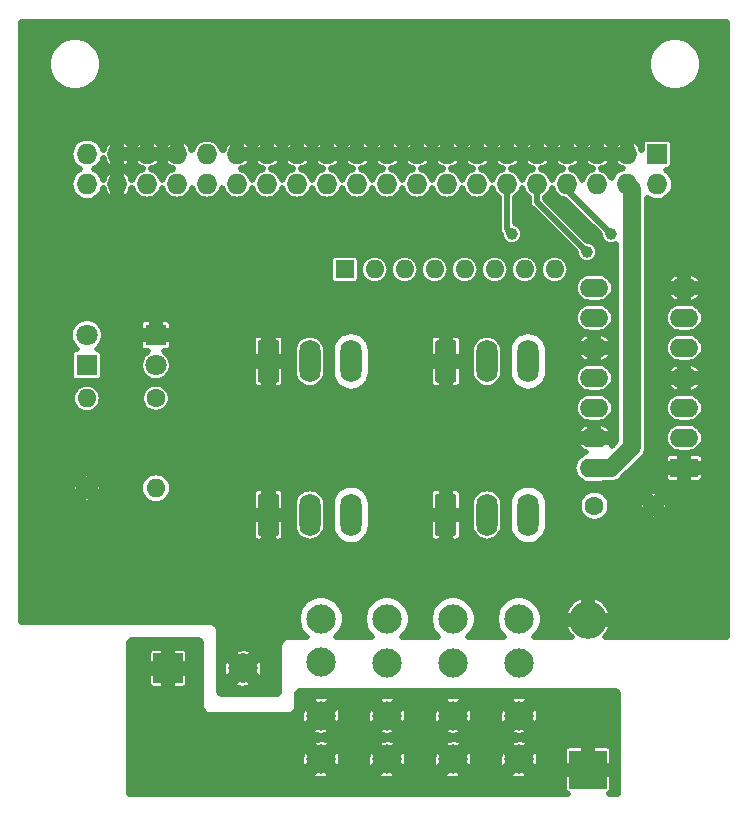
<source format=gbr>
G04 #@! TF.GenerationSoftware,KiCad,Pcbnew,(5.1.4)-1*
G04 #@! TF.CreationDate,2019-12-14T11:21:28-05:00*
G04 #@! TF.ProjectId,Four_Out,466f7572-5f4f-4757-942e-6b696361645f,v1*
G04 #@! TF.SameCoordinates,Original*
G04 #@! TF.FileFunction,Copper,L2,Bot*
G04 #@! TF.FilePolarity,Positive*
%FSLAX46Y46*%
G04 Gerber Fmt 4.6, Leading zero omitted, Abs format (unit mm)*
G04 Created by KiCad (PCBNEW (5.1.4)-1) date 2019-12-14 11:21:28*
%MOMM*%
%LPD*%
G04 APERTURE LIST*
%ADD10O,2.400000X1.600000*%
%ADD11R,2.400000X1.600000*%
%ADD12O,1.600000X1.600000*%
%ADD13C,1.600000*%
%ADD14C,1.800000*%
%ADD15R,1.800000X1.800000*%
%ADD16O,1.727200X1.727200*%
%ADD17R,1.727200X1.727200*%
%ADD18O,1.800000X3.600000*%
%ADD19C,0.100000*%
%ADD20C,2.475000*%
%ADD21O,3.200000X3.200000*%
%ADD22R,3.200000X3.200000*%
%ADD23R,1.600000X1.600000*%
%ADD24C,2.500000*%
%ADD25R,2.500000X2.500000*%
%ADD26C,1.000000*%
%ADD27C,1.500000*%
%ADD28C,0.500000*%
G04 APERTURE END LIST*
D10*
X116681000Y-125617800D03*
X124301000Y-110377800D03*
X116681000Y-123077800D03*
X124301000Y-112917800D03*
X116681000Y-120537800D03*
X124301000Y-115457800D03*
X116681000Y-117997800D03*
X124301000Y-117997800D03*
X116681000Y-115457800D03*
X124301000Y-120537800D03*
X116681000Y-112917800D03*
X124301000Y-123077800D03*
X116681000Y-110377800D03*
D11*
X124301000Y-125617800D03*
D12*
X73725000Y-119723800D03*
D13*
X73725000Y-127343800D03*
D14*
X79567000Y-116929800D03*
D15*
X79567000Y-114389800D03*
D14*
X73725000Y-114389800D03*
D15*
X73725000Y-116929800D03*
D12*
X79567000Y-127343800D03*
D13*
X79567000Y-119723800D03*
D16*
X73747000Y-101599800D03*
X73747000Y-99059800D03*
X76287000Y-101599800D03*
X76287000Y-99059800D03*
X78827000Y-101599800D03*
X78827000Y-99059800D03*
X81367000Y-101599800D03*
X81367000Y-99059800D03*
X83907000Y-101599800D03*
X83907000Y-99059800D03*
X86447000Y-101599800D03*
X86447000Y-99059800D03*
X88987000Y-101599800D03*
X88987000Y-99059800D03*
X91527000Y-101599800D03*
X91527000Y-99059800D03*
X94067000Y-101599800D03*
X94067000Y-99059800D03*
X96607000Y-101599800D03*
X96607000Y-99059800D03*
X99147000Y-101599800D03*
X99147000Y-99059800D03*
X101687000Y-101599800D03*
X101687000Y-99059800D03*
X104227000Y-101599800D03*
X104227000Y-99059800D03*
X106767000Y-101599800D03*
X106767000Y-99059800D03*
X109307000Y-101599800D03*
X109307000Y-99059800D03*
X111847000Y-101599800D03*
X111847000Y-99059800D03*
X114387000Y-101599800D03*
X114387000Y-99059800D03*
X116927000Y-101599800D03*
X116927000Y-99059800D03*
X119467000Y-101599800D03*
X119467000Y-99059800D03*
X122007000Y-101599800D03*
D17*
X122007000Y-99059800D03*
D18*
X111100000Y-116600000D03*
X107600000Y-116600000D03*
D19*
G36*
X104774504Y-114801204D02*
G01*
X104798773Y-114804804D01*
X104822571Y-114810765D01*
X104845671Y-114819030D01*
X104867849Y-114829520D01*
X104888893Y-114842133D01*
X104908598Y-114856747D01*
X104926777Y-114873223D01*
X104943253Y-114891402D01*
X104957867Y-114911107D01*
X104970480Y-114932151D01*
X104980970Y-114954329D01*
X104989235Y-114977429D01*
X104995196Y-115001227D01*
X104998796Y-115025496D01*
X105000000Y-115050000D01*
X105000000Y-118150000D01*
X104998796Y-118174504D01*
X104995196Y-118198773D01*
X104989235Y-118222571D01*
X104980970Y-118245671D01*
X104970480Y-118267849D01*
X104957867Y-118288893D01*
X104943253Y-118308598D01*
X104926777Y-118326777D01*
X104908598Y-118343253D01*
X104888893Y-118357867D01*
X104867849Y-118370480D01*
X104845671Y-118380970D01*
X104822571Y-118389235D01*
X104798773Y-118395196D01*
X104774504Y-118398796D01*
X104750000Y-118400000D01*
X103450000Y-118400000D01*
X103425496Y-118398796D01*
X103401227Y-118395196D01*
X103377429Y-118389235D01*
X103354329Y-118380970D01*
X103332151Y-118370480D01*
X103311107Y-118357867D01*
X103291402Y-118343253D01*
X103273223Y-118326777D01*
X103256747Y-118308598D01*
X103242133Y-118288893D01*
X103229520Y-118267849D01*
X103219030Y-118245671D01*
X103210765Y-118222571D01*
X103204804Y-118198773D01*
X103201204Y-118174504D01*
X103200000Y-118150000D01*
X103200000Y-115050000D01*
X103201204Y-115025496D01*
X103204804Y-115001227D01*
X103210765Y-114977429D01*
X103219030Y-114954329D01*
X103229520Y-114932151D01*
X103242133Y-114911107D01*
X103256747Y-114891402D01*
X103273223Y-114873223D01*
X103291402Y-114856747D01*
X103311107Y-114842133D01*
X103332151Y-114829520D01*
X103354329Y-114819030D01*
X103377429Y-114810765D01*
X103401227Y-114804804D01*
X103425496Y-114801204D01*
X103450000Y-114800000D01*
X104750000Y-114800000D01*
X104774504Y-114801204D01*
X104774504Y-114801204D01*
G37*
D14*
X104100000Y-116600000D03*
D20*
X104735000Y-138403600D03*
X104735000Y-150303600D03*
X104735000Y-142103600D03*
X104735000Y-146603600D03*
D21*
X116165000Y-138468600D03*
D22*
X116165000Y-151168600D03*
D13*
X121701000Y-128817800D03*
X116701000Y-128817800D03*
D12*
X113341500Y-108813600D03*
X110801500Y-108813600D03*
X108261500Y-108813600D03*
X105721500Y-108813600D03*
X103181500Y-108813600D03*
X100641500Y-108813600D03*
X98101500Y-108813600D03*
D23*
X95561500Y-108813600D03*
D18*
X111100000Y-129600000D03*
X107600000Y-129600000D03*
D19*
G36*
X104774504Y-127801204D02*
G01*
X104798773Y-127804804D01*
X104822571Y-127810765D01*
X104845671Y-127819030D01*
X104867849Y-127829520D01*
X104888893Y-127842133D01*
X104908598Y-127856747D01*
X104926777Y-127873223D01*
X104943253Y-127891402D01*
X104957867Y-127911107D01*
X104970480Y-127932151D01*
X104980970Y-127954329D01*
X104989235Y-127977429D01*
X104995196Y-128001227D01*
X104998796Y-128025496D01*
X105000000Y-128050000D01*
X105000000Y-131150000D01*
X104998796Y-131174504D01*
X104995196Y-131198773D01*
X104989235Y-131222571D01*
X104980970Y-131245671D01*
X104970480Y-131267849D01*
X104957867Y-131288893D01*
X104943253Y-131308598D01*
X104926777Y-131326777D01*
X104908598Y-131343253D01*
X104888893Y-131357867D01*
X104867849Y-131370480D01*
X104845671Y-131380970D01*
X104822571Y-131389235D01*
X104798773Y-131395196D01*
X104774504Y-131398796D01*
X104750000Y-131400000D01*
X103450000Y-131400000D01*
X103425496Y-131398796D01*
X103401227Y-131395196D01*
X103377429Y-131389235D01*
X103354329Y-131380970D01*
X103332151Y-131370480D01*
X103311107Y-131357867D01*
X103291402Y-131343253D01*
X103273223Y-131326777D01*
X103256747Y-131308598D01*
X103242133Y-131288893D01*
X103229520Y-131267849D01*
X103219030Y-131245671D01*
X103210765Y-131222571D01*
X103204804Y-131198773D01*
X103201204Y-131174504D01*
X103200000Y-131150000D01*
X103200000Y-128050000D01*
X103201204Y-128025496D01*
X103204804Y-128001227D01*
X103210765Y-127977429D01*
X103219030Y-127954329D01*
X103229520Y-127932151D01*
X103242133Y-127911107D01*
X103256747Y-127891402D01*
X103273223Y-127873223D01*
X103291402Y-127856747D01*
X103311107Y-127842133D01*
X103332151Y-127829520D01*
X103354329Y-127819030D01*
X103377429Y-127810765D01*
X103401227Y-127804804D01*
X103425496Y-127801204D01*
X103450000Y-127800000D01*
X104750000Y-127800000D01*
X104774504Y-127801204D01*
X104774504Y-127801204D01*
G37*
D14*
X104100000Y-129600000D03*
D18*
X96100000Y-129600000D03*
X92600000Y-129600000D03*
D19*
G36*
X89774504Y-127801204D02*
G01*
X89798773Y-127804804D01*
X89822571Y-127810765D01*
X89845671Y-127819030D01*
X89867849Y-127829520D01*
X89888893Y-127842133D01*
X89908598Y-127856747D01*
X89926777Y-127873223D01*
X89943253Y-127891402D01*
X89957867Y-127911107D01*
X89970480Y-127932151D01*
X89980970Y-127954329D01*
X89989235Y-127977429D01*
X89995196Y-128001227D01*
X89998796Y-128025496D01*
X90000000Y-128050000D01*
X90000000Y-131150000D01*
X89998796Y-131174504D01*
X89995196Y-131198773D01*
X89989235Y-131222571D01*
X89980970Y-131245671D01*
X89970480Y-131267849D01*
X89957867Y-131288893D01*
X89943253Y-131308598D01*
X89926777Y-131326777D01*
X89908598Y-131343253D01*
X89888893Y-131357867D01*
X89867849Y-131370480D01*
X89845671Y-131380970D01*
X89822571Y-131389235D01*
X89798773Y-131395196D01*
X89774504Y-131398796D01*
X89750000Y-131400000D01*
X88450000Y-131400000D01*
X88425496Y-131398796D01*
X88401227Y-131395196D01*
X88377429Y-131389235D01*
X88354329Y-131380970D01*
X88332151Y-131370480D01*
X88311107Y-131357867D01*
X88291402Y-131343253D01*
X88273223Y-131326777D01*
X88256747Y-131308598D01*
X88242133Y-131288893D01*
X88229520Y-131267849D01*
X88219030Y-131245671D01*
X88210765Y-131222571D01*
X88204804Y-131198773D01*
X88201204Y-131174504D01*
X88200000Y-131150000D01*
X88200000Y-128050000D01*
X88201204Y-128025496D01*
X88204804Y-128001227D01*
X88210765Y-127977429D01*
X88219030Y-127954329D01*
X88229520Y-127932151D01*
X88242133Y-127911107D01*
X88256747Y-127891402D01*
X88273223Y-127873223D01*
X88291402Y-127856747D01*
X88311107Y-127842133D01*
X88332151Y-127829520D01*
X88354329Y-127819030D01*
X88377429Y-127810765D01*
X88401227Y-127804804D01*
X88425496Y-127801204D01*
X88450000Y-127800000D01*
X89750000Y-127800000D01*
X89774504Y-127801204D01*
X89774504Y-127801204D01*
G37*
D14*
X89100000Y-129600000D03*
D18*
X96100000Y-116600000D03*
X92600000Y-116600000D03*
D19*
G36*
X89774504Y-114801204D02*
G01*
X89798773Y-114804804D01*
X89822571Y-114810765D01*
X89845671Y-114819030D01*
X89867849Y-114829520D01*
X89888893Y-114842133D01*
X89908598Y-114856747D01*
X89926777Y-114873223D01*
X89943253Y-114891402D01*
X89957867Y-114911107D01*
X89970480Y-114932151D01*
X89980970Y-114954329D01*
X89989235Y-114977429D01*
X89995196Y-115001227D01*
X89998796Y-115025496D01*
X90000000Y-115050000D01*
X90000000Y-118150000D01*
X89998796Y-118174504D01*
X89995196Y-118198773D01*
X89989235Y-118222571D01*
X89980970Y-118245671D01*
X89970480Y-118267849D01*
X89957867Y-118288893D01*
X89943253Y-118308598D01*
X89926777Y-118326777D01*
X89908598Y-118343253D01*
X89888893Y-118357867D01*
X89867849Y-118370480D01*
X89845671Y-118380970D01*
X89822571Y-118389235D01*
X89798773Y-118395196D01*
X89774504Y-118398796D01*
X89750000Y-118400000D01*
X88450000Y-118400000D01*
X88425496Y-118398796D01*
X88401227Y-118395196D01*
X88377429Y-118389235D01*
X88354329Y-118380970D01*
X88332151Y-118370480D01*
X88311107Y-118357867D01*
X88291402Y-118343253D01*
X88273223Y-118326777D01*
X88256747Y-118308598D01*
X88242133Y-118288893D01*
X88229520Y-118267849D01*
X88219030Y-118245671D01*
X88210765Y-118222571D01*
X88204804Y-118198773D01*
X88201204Y-118174504D01*
X88200000Y-118150000D01*
X88200000Y-115050000D01*
X88201204Y-115025496D01*
X88204804Y-115001227D01*
X88210765Y-114977429D01*
X88219030Y-114954329D01*
X88229520Y-114932151D01*
X88242133Y-114911107D01*
X88256747Y-114891402D01*
X88273223Y-114873223D01*
X88291402Y-114856747D01*
X88311107Y-114842133D01*
X88332151Y-114829520D01*
X88354329Y-114819030D01*
X88377429Y-114810765D01*
X88401227Y-114804804D01*
X88425496Y-114801204D01*
X88450000Y-114800000D01*
X89750000Y-114800000D01*
X89774504Y-114801204D01*
X89774504Y-114801204D01*
G37*
D14*
X89100000Y-116600000D03*
D20*
X110323000Y-138403600D03*
X110323000Y-150303600D03*
X110323000Y-142103600D03*
X110323000Y-146603600D03*
X99147000Y-138403600D03*
X99147000Y-150303600D03*
X99147000Y-142103600D03*
X99147000Y-146603600D03*
X93559000Y-138388600D03*
X93559000Y-150288600D03*
X93559000Y-142088600D03*
X93559000Y-146588600D03*
D24*
X86955000Y-142598600D03*
D25*
X80605000Y-142598600D03*
D26*
X109701000Y-105817800D03*
X116079208Y-107339528D03*
X118101000Y-105817800D03*
D27*
X119850999Y-123867801D02*
X118101000Y-125617800D01*
X119467000Y-101599800D02*
X119850999Y-101983799D01*
X119850999Y-101983799D02*
X119850999Y-123867801D01*
X118101000Y-125617800D02*
X116681000Y-125617800D01*
D28*
X109301000Y-101605800D02*
X109307000Y-101599800D01*
X109701000Y-105817800D02*
X109301000Y-105417800D01*
X109301000Y-105417800D02*
X109301000Y-101605800D01*
X111847000Y-103107320D02*
X115579209Y-106839529D01*
X115579209Y-106839529D02*
X116079208Y-107339528D01*
X111847000Y-101599800D02*
X111847000Y-103107320D01*
X114387000Y-102103800D02*
X118101000Y-105817800D01*
X114387000Y-101599800D02*
X114387000Y-102103800D01*
G36*
X83211217Y-140214675D02*
G01*
X83272920Y-140240233D01*
X83325908Y-140280892D01*
X83366567Y-140333880D01*
X83392125Y-140395583D01*
X83403000Y-140478185D01*
X83403000Y-145795800D01*
X83405139Y-145828432D01*
X83422449Y-145959912D01*
X83439340Y-146022950D01*
X83490089Y-146145470D01*
X83522721Y-146201991D01*
X83603452Y-146307201D01*
X83649599Y-146353348D01*
X83754809Y-146434079D01*
X83811330Y-146466711D01*
X83933850Y-146517460D01*
X83996888Y-146534351D01*
X84128368Y-146551661D01*
X84161000Y-146553800D01*
X90765000Y-146553800D01*
X90797632Y-146551661D01*
X90873983Y-146541609D01*
X91863987Y-146541609D01*
X91887388Y-146873192D01*
X91975029Y-147193839D01*
X92010995Y-147280668D01*
X92219745Y-147432880D01*
X93064025Y-146588600D01*
X94053975Y-146588600D01*
X94898255Y-147432880D01*
X95107005Y-147280668D01*
X95212276Y-146965369D01*
X95254013Y-146635591D01*
X95248439Y-146556609D01*
X97451987Y-146556609D01*
X97475388Y-146888192D01*
X97563029Y-147208839D01*
X97598995Y-147295668D01*
X97807745Y-147447880D01*
X98652025Y-146603600D01*
X99641975Y-146603600D01*
X100486255Y-147447880D01*
X100695005Y-147295668D01*
X100800276Y-146980369D01*
X100842013Y-146650591D01*
X100835381Y-146556609D01*
X103039987Y-146556609D01*
X103063388Y-146888192D01*
X103151029Y-147208839D01*
X103186995Y-147295668D01*
X103395745Y-147447880D01*
X104240025Y-146603600D01*
X105229975Y-146603600D01*
X106074255Y-147447880D01*
X106283005Y-147295668D01*
X106388276Y-146980369D01*
X106430013Y-146650591D01*
X106423381Y-146556609D01*
X108627987Y-146556609D01*
X108651388Y-146888192D01*
X108739029Y-147208839D01*
X108774995Y-147295668D01*
X108983745Y-147447880D01*
X109828025Y-146603600D01*
X110817975Y-146603600D01*
X111662255Y-147447880D01*
X111871005Y-147295668D01*
X111976276Y-146980369D01*
X112018013Y-146650591D01*
X111994612Y-146319008D01*
X111906971Y-145998361D01*
X111871005Y-145911532D01*
X111662255Y-145759320D01*
X110817975Y-146603600D01*
X109828025Y-146603600D01*
X108983745Y-145759320D01*
X108774995Y-145911532D01*
X108669724Y-146226831D01*
X108627987Y-146556609D01*
X106423381Y-146556609D01*
X106406612Y-146319008D01*
X106318971Y-145998361D01*
X106283005Y-145911532D01*
X106074255Y-145759320D01*
X105229975Y-146603600D01*
X104240025Y-146603600D01*
X103395745Y-145759320D01*
X103186995Y-145911532D01*
X103081724Y-146226831D01*
X103039987Y-146556609D01*
X100835381Y-146556609D01*
X100818612Y-146319008D01*
X100730971Y-145998361D01*
X100695005Y-145911532D01*
X100486255Y-145759320D01*
X99641975Y-146603600D01*
X98652025Y-146603600D01*
X97807745Y-145759320D01*
X97598995Y-145911532D01*
X97493724Y-146226831D01*
X97451987Y-146556609D01*
X95248439Y-146556609D01*
X95230612Y-146304008D01*
X95142971Y-145983361D01*
X95107005Y-145896532D01*
X94898255Y-145744320D01*
X94053975Y-146588600D01*
X93064025Y-146588600D01*
X92219745Y-145744320D01*
X92010995Y-145896532D01*
X91905724Y-146211831D01*
X91863987Y-146541609D01*
X90873983Y-146541609D01*
X90929112Y-146534351D01*
X90992150Y-146517460D01*
X91114670Y-146466711D01*
X91171191Y-146434079D01*
X91276401Y-146353348D01*
X91322548Y-146307201D01*
X91403279Y-146201991D01*
X91435911Y-146145470D01*
X91486660Y-146022950D01*
X91503551Y-145959912D01*
X91520861Y-145828432D01*
X91523000Y-145795800D01*
X91523000Y-145249345D01*
X92714720Y-145249345D01*
X93559000Y-146093625D01*
X94388280Y-145264345D01*
X98302720Y-145264345D01*
X99147000Y-146108625D01*
X99991280Y-145264345D01*
X103890720Y-145264345D01*
X104735000Y-146108625D01*
X105579280Y-145264345D01*
X109478720Y-145264345D01*
X110323000Y-146108625D01*
X111167280Y-145264345D01*
X111015068Y-145055595D01*
X110699769Y-144950324D01*
X110369991Y-144908587D01*
X110038408Y-144931988D01*
X109717761Y-145019629D01*
X109630932Y-145055595D01*
X109478720Y-145264345D01*
X105579280Y-145264345D01*
X105427068Y-145055595D01*
X105111769Y-144950324D01*
X104781991Y-144908587D01*
X104450408Y-144931988D01*
X104129761Y-145019629D01*
X104042932Y-145055595D01*
X103890720Y-145264345D01*
X99991280Y-145264345D01*
X99839068Y-145055595D01*
X99523769Y-144950324D01*
X99193991Y-144908587D01*
X98862408Y-144931988D01*
X98541761Y-145019629D01*
X98454932Y-145055595D01*
X98302720Y-145264345D01*
X94388280Y-145264345D01*
X94403280Y-145249345D01*
X94251068Y-145040595D01*
X93935769Y-144935324D01*
X93605991Y-144893587D01*
X93274408Y-144916988D01*
X92953761Y-145004629D01*
X92866932Y-145040595D01*
X92714720Y-145249345D01*
X91523000Y-145249345D01*
X91523000Y-144796185D01*
X91533875Y-144713583D01*
X91559433Y-144651880D01*
X91600092Y-144598892D01*
X91653080Y-144558233D01*
X91714783Y-144532675D01*
X91797385Y-144521800D01*
X118434615Y-144521800D01*
X118517217Y-144532675D01*
X118578920Y-144558233D01*
X118631908Y-144598892D01*
X118672567Y-144651880D01*
X118698125Y-144713583D01*
X118709000Y-144796185D01*
X118709000Y-153145415D01*
X118702498Y-153194800D01*
X117910208Y-153194800D01*
X117938041Y-153186357D01*
X118016216Y-153144571D01*
X118084737Y-153088337D01*
X118140971Y-153019816D01*
X118182757Y-152941641D01*
X118208489Y-152856815D01*
X118217177Y-152768600D01*
X118215000Y-151631100D01*
X118102500Y-151518600D01*
X116515000Y-151518600D01*
X116515000Y-151538600D01*
X115815000Y-151538600D01*
X115815000Y-151518600D01*
X114227500Y-151518600D01*
X114115000Y-151631100D01*
X114112823Y-152768600D01*
X114121511Y-152856815D01*
X114147243Y-152941641D01*
X114189029Y-153019816D01*
X114245263Y-153088337D01*
X114313784Y-153144571D01*
X114391959Y-153186357D01*
X114419792Y-153194800D01*
X77305502Y-153194800D01*
X77299000Y-153145415D01*
X77299000Y-151627855D01*
X92714720Y-151627855D01*
X92866932Y-151836605D01*
X93182231Y-151941876D01*
X93512009Y-151983613D01*
X93843592Y-151960212D01*
X94164239Y-151872571D01*
X94251068Y-151836605D01*
X94392342Y-151642855D01*
X98302720Y-151642855D01*
X98454932Y-151851605D01*
X98770231Y-151956876D01*
X99100009Y-151998613D01*
X99431592Y-151975212D01*
X99752239Y-151887571D01*
X99839068Y-151851605D01*
X99991280Y-151642855D01*
X103890720Y-151642855D01*
X104042932Y-151851605D01*
X104358231Y-151956876D01*
X104688009Y-151998613D01*
X105019592Y-151975212D01*
X105340239Y-151887571D01*
X105427068Y-151851605D01*
X105579280Y-151642855D01*
X109478720Y-151642855D01*
X109630932Y-151851605D01*
X109946231Y-151956876D01*
X110276009Y-151998613D01*
X110607592Y-151975212D01*
X110928239Y-151887571D01*
X111015068Y-151851605D01*
X111167280Y-151642855D01*
X110323000Y-150798575D01*
X109478720Y-151642855D01*
X105579280Y-151642855D01*
X104735000Y-150798575D01*
X103890720Y-151642855D01*
X99991280Y-151642855D01*
X99147000Y-150798575D01*
X98302720Y-151642855D01*
X94392342Y-151642855D01*
X94403280Y-151627855D01*
X93559000Y-150783575D01*
X92714720Y-151627855D01*
X77299000Y-151627855D01*
X77299000Y-150241609D01*
X91863987Y-150241609D01*
X91887388Y-150573192D01*
X91975029Y-150893839D01*
X92010995Y-150980668D01*
X92219745Y-151132880D01*
X93064025Y-150288600D01*
X94053975Y-150288600D01*
X94898255Y-151132880D01*
X95107005Y-150980668D01*
X95212276Y-150665369D01*
X95254013Y-150335591D01*
X95248439Y-150256609D01*
X97451987Y-150256609D01*
X97475388Y-150588192D01*
X97563029Y-150908839D01*
X97598995Y-150995668D01*
X97807745Y-151147880D01*
X98652025Y-150303600D01*
X99641975Y-150303600D01*
X100486255Y-151147880D01*
X100695005Y-150995668D01*
X100800276Y-150680369D01*
X100842013Y-150350591D01*
X100835381Y-150256609D01*
X103039987Y-150256609D01*
X103063388Y-150588192D01*
X103151029Y-150908839D01*
X103186995Y-150995668D01*
X103395745Y-151147880D01*
X104240025Y-150303600D01*
X105229975Y-150303600D01*
X106074255Y-151147880D01*
X106283005Y-150995668D01*
X106388276Y-150680369D01*
X106430013Y-150350591D01*
X106423381Y-150256609D01*
X108627987Y-150256609D01*
X108651388Y-150588192D01*
X108739029Y-150908839D01*
X108774995Y-150995668D01*
X108983745Y-151147880D01*
X109828025Y-150303600D01*
X110817975Y-150303600D01*
X111662255Y-151147880D01*
X111871005Y-150995668D01*
X111976276Y-150680369D01*
X112018013Y-150350591D01*
X111994612Y-150019008D01*
X111906971Y-149698361D01*
X111871005Y-149611532D01*
X111812127Y-149568600D01*
X114112823Y-149568600D01*
X114115000Y-150706100D01*
X114227500Y-150818600D01*
X115815000Y-150818600D01*
X115815000Y-149231100D01*
X116515000Y-149231100D01*
X116515000Y-150818600D01*
X118102500Y-150818600D01*
X118215000Y-150706100D01*
X118217177Y-149568600D01*
X118208489Y-149480385D01*
X118182757Y-149395559D01*
X118140971Y-149317384D01*
X118084737Y-149248863D01*
X118016216Y-149192629D01*
X117938041Y-149150843D01*
X117853215Y-149125111D01*
X117765000Y-149116423D01*
X116627500Y-149118600D01*
X116515000Y-149231100D01*
X115815000Y-149231100D01*
X115702500Y-149118600D01*
X114565000Y-149116423D01*
X114476785Y-149125111D01*
X114391959Y-149150843D01*
X114313784Y-149192629D01*
X114245263Y-149248863D01*
X114189029Y-149317384D01*
X114147243Y-149395559D01*
X114121511Y-149480385D01*
X114112823Y-149568600D01*
X111812127Y-149568600D01*
X111662255Y-149459320D01*
X110817975Y-150303600D01*
X109828025Y-150303600D01*
X108983745Y-149459320D01*
X108774995Y-149611532D01*
X108669724Y-149926831D01*
X108627987Y-150256609D01*
X106423381Y-150256609D01*
X106406612Y-150019008D01*
X106318971Y-149698361D01*
X106283005Y-149611532D01*
X106074255Y-149459320D01*
X105229975Y-150303600D01*
X104240025Y-150303600D01*
X103395745Y-149459320D01*
X103186995Y-149611532D01*
X103081724Y-149926831D01*
X103039987Y-150256609D01*
X100835381Y-150256609D01*
X100818612Y-150019008D01*
X100730971Y-149698361D01*
X100695005Y-149611532D01*
X100486255Y-149459320D01*
X99641975Y-150303600D01*
X98652025Y-150303600D01*
X97807745Y-149459320D01*
X97598995Y-149611532D01*
X97493724Y-149926831D01*
X97451987Y-150256609D01*
X95248439Y-150256609D01*
X95230612Y-150004008D01*
X95142971Y-149683361D01*
X95107005Y-149596532D01*
X94898255Y-149444320D01*
X94053975Y-150288600D01*
X93064025Y-150288600D01*
X92219745Y-149444320D01*
X92010995Y-149596532D01*
X91905724Y-149911831D01*
X91863987Y-150241609D01*
X77299000Y-150241609D01*
X77299000Y-148949345D01*
X92714720Y-148949345D01*
X93559000Y-149793625D01*
X94388280Y-148964345D01*
X98302720Y-148964345D01*
X99147000Y-149808625D01*
X99991280Y-148964345D01*
X103890720Y-148964345D01*
X104735000Y-149808625D01*
X105579280Y-148964345D01*
X109478720Y-148964345D01*
X110323000Y-149808625D01*
X111167280Y-148964345D01*
X111015068Y-148755595D01*
X110699769Y-148650324D01*
X110369991Y-148608587D01*
X110038408Y-148631988D01*
X109717761Y-148719629D01*
X109630932Y-148755595D01*
X109478720Y-148964345D01*
X105579280Y-148964345D01*
X105427068Y-148755595D01*
X105111769Y-148650324D01*
X104781991Y-148608587D01*
X104450408Y-148631988D01*
X104129761Y-148719629D01*
X104042932Y-148755595D01*
X103890720Y-148964345D01*
X99991280Y-148964345D01*
X99839068Y-148755595D01*
X99523769Y-148650324D01*
X99193991Y-148608587D01*
X98862408Y-148631988D01*
X98541761Y-148719629D01*
X98454932Y-148755595D01*
X98302720Y-148964345D01*
X94388280Y-148964345D01*
X94403280Y-148949345D01*
X94251068Y-148740595D01*
X93935769Y-148635324D01*
X93605991Y-148593587D01*
X93274408Y-148616988D01*
X92953761Y-148704629D01*
X92866932Y-148740595D01*
X92714720Y-148949345D01*
X77299000Y-148949345D01*
X77299000Y-147927855D01*
X92714720Y-147927855D01*
X92866932Y-148136605D01*
X93182231Y-148241876D01*
X93512009Y-148283613D01*
X93843592Y-148260212D01*
X94164239Y-148172571D01*
X94251068Y-148136605D01*
X94392342Y-147942855D01*
X98302720Y-147942855D01*
X98454932Y-148151605D01*
X98770231Y-148256876D01*
X99100009Y-148298613D01*
X99431592Y-148275212D01*
X99752239Y-148187571D01*
X99839068Y-148151605D01*
X99991280Y-147942855D01*
X103890720Y-147942855D01*
X104042932Y-148151605D01*
X104358231Y-148256876D01*
X104688009Y-148298613D01*
X105019592Y-148275212D01*
X105340239Y-148187571D01*
X105427068Y-148151605D01*
X105579280Y-147942855D01*
X109478720Y-147942855D01*
X109630932Y-148151605D01*
X109946231Y-148256876D01*
X110276009Y-148298613D01*
X110607592Y-148275212D01*
X110928239Y-148187571D01*
X111015068Y-148151605D01*
X111167280Y-147942855D01*
X110323000Y-147098575D01*
X109478720Y-147942855D01*
X105579280Y-147942855D01*
X104735000Y-147098575D01*
X103890720Y-147942855D01*
X99991280Y-147942855D01*
X99147000Y-147098575D01*
X98302720Y-147942855D01*
X94392342Y-147942855D01*
X94403280Y-147927855D01*
X93559000Y-147083575D01*
X92714720Y-147927855D01*
X77299000Y-147927855D01*
X77299000Y-143848600D01*
X78902823Y-143848600D01*
X78911511Y-143936815D01*
X78937243Y-144021641D01*
X78979029Y-144099816D01*
X79035263Y-144168337D01*
X79103784Y-144224571D01*
X79181959Y-144266357D01*
X79266785Y-144292089D01*
X79355000Y-144300777D01*
X80142500Y-144298600D01*
X80255000Y-144186100D01*
X80255000Y-142948600D01*
X80955000Y-142948600D01*
X80955000Y-144186100D01*
X81067500Y-144298600D01*
X81855000Y-144300777D01*
X81943215Y-144292089D01*
X82028041Y-144266357D01*
X82106216Y-144224571D01*
X82174737Y-144168337D01*
X82230971Y-144099816D01*
X82272757Y-144021641D01*
X82298489Y-143936815D01*
X82307177Y-143848600D01*
X82305000Y-143061100D01*
X82192500Y-142948600D01*
X80955000Y-142948600D01*
X80255000Y-142948600D01*
X79017500Y-142948600D01*
X78905000Y-143061100D01*
X78902823Y-143848600D01*
X77299000Y-143848600D01*
X77299000Y-141348600D01*
X78902823Y-141348600D01*
X78905000Y-142136100D01*
X79017500Y-142248600D01*
X80255000Y-142248600D01*
X80255000Y-141011100D01*
X80955000Y-141011100D01*
X80955000Y-142248600D01*
X82192500Y-142248600D01*
X82305000Y-142136100D01*
X82307177Y-141348600D01*
X82298489Y-141260385D01*
X82272757Y-141175559D01*
X82230971Y-141097384D01*
X82174737Y-141028863D01*
X82106216Y-140972629D01*
X82028041Y-140930843D01*
X81943215Y-140905111D01*
X81855000Y-140896423D01*
X81067500Y-140898600D01*
X80955000Y-141011100D01*
X80255000Y-141011100D01*
X80142500Y-140898600D01*
X79355000Y-140896423D01*
X79266785Y-140905111D01*
X79181959Y-140930843D01*
X79103784Y-140972629D01*
X79035263Y-141028863D01*
X78979029Y-141097384D01*
X78937243Y-141175559D01*
X78911511Y-141260385D01*
X78902823Y-141348600D01*
X77299000Y-141348600D01*
X77299000Y-140478185D01*
X77309875Y-140395583D01*
X77335433Y-140333880D01*
X77376092Y-140280892D01*
X77429080Y-140240233D01*
X77490783Y-140214675D01*
X77573385Y-140203800D01*
X83128615Y-140203800D01*
X83211217Y-140214675D01*
X83211217Y-140214675D01*
G37*
X83211217Y-140214675D02*
X83272920Y-140240233D01*
X83325908Y-140280892D01*
X83366567Y-140333880D01*
X83392125Y-140395583D01*
X83403000Y-140478185D01*
X83403000Y-145795800D01*
X83405139Y-145828432D01*
X83422449Y-145959912D01*
X83439340Y-146022950D01*
X83490089Y-146145470D01*
X83522721Y-146201991D01*
X83603452Y-146307201D01*
X83649599Y-146353348D01*
X83754809Y-146434079D01*
X83811330Y-146466711D01*
X83933850Y-146517460D01*
X83996888Y-146534351D01*
X84128368Y-146551661D01*
X84161000Y-146553800D01*
X90765000Y-146553800D01*
X90797632Y-146551661D01*
X90873983Y-146541609D01*
X91863987Y-146541609D01*
X91887388Y-146873192D01*
X91975029Y-147193839D01*
X92010995Y-147280668D01*
X92219745Y-147432880D01*
X93064025Y-146588600D01*
X94053975Y-146588600D01*
X94898255Y-147432880D01*
X95107005Y-147280668D01*
X95212276Y-146965369D01*
X95254013Y-146635591D01*
X95248439Y-146556609D01*
X97451987Y-146556609D01*
X97475388Y-146888192D01*
X97563029Y-147208839D01*
X97598995Y-147295668D01*
X97807745Y-147447880D01*
X98652025Y-146603600D01*
X99641975Y-146603600D01*
X100486255Y-147447880D01*
X100695005Y-147295668D01*
X100800276Y-146980369D01*
X100842013Y-146650591D01*
X100835381Y-146556609D01*
X103039987Y-146556609D01*
X103063388Y-146888192D01*
X103151029Y-147208839D01*
X103186995Y-147295668D01*
X103395745Y-147447880D01*
X104240025Y-146603600D01*
X105229975Y-146603600D01*
X106074255Y-147447880D01*
X106283005Y-147295668D01*
X106388276Y-146980369D01*
X106430013Y-146650591D01*
X106423381Y-146556609D01*
X108627987Y-146556609D01*
X108651388Y-146888192D01*
X108739029Y-147208839D01*
X108774995Y-147295668D01*
X108983745Y-147447880D01*
X109828025Y-146603600D01*
X110817975Y-146603600D01*
X111662255Y-147447880D01*
X111871005Y-147295668D01*
X111976276Y-146980369D01*
X112018013Y-146650591D01*
X111994612Y-146319008D01*
X111906971Y-145998361D01*
X111871005Y-145911532D01*
X111662255Y-145759320D01*
X110817975Y-146603600D01*
X109828025Y-146603600D01*
X108983745Y-145759320D01*
X108774995Y-145911532D01*
X108669724Y-146226831D01*
X108627987Y-146556609D01*
X106423381Y-146556609D01*
X106406612Y-146319008D01*
X106318971Y-145998361D01*
X106283005Y-145911532D01*
X106074255Y-145759320D01*
X105229975Y-146603600D01*
X104240025Y-146603600D01*
X103395745Y-145759320D01*
X103186995Y-145911532D01*
X103081724Y-146226831D01*
X103039987Y-146556609D01*
X100835381Y-146556609D01*
X100818612Y-146319008D01*
X100730971Y-145998361D01*
X100695005Y-145911532D01*
X100486255Y-145759320D01*
X99641975Y-146603600D01*
X98652025Y-146603600D01*
X97807745Y-145759320D01*
X97598995Y-145911532D01*
X97493724Y-146226831D01*
X97451987Y-146556609D01*
X95248439Y-146556609D01*
X95230612Y-146304008D01*
X95142971Y-145983361D01*
X95107005Y-145896532D01*
X94898255Y-145744320D01*
X94053975Y-146588600D01*
X93064025Y-146588600D01*
X92219745Y-145744320D01*
X92010995Y-145896532D01*
X91905724Y-146211831D01*
X91863987Y-146541609D01*
X90873983Y-146541609D01*
X90929112Y-146534351D01*
X90992150Y-146517460D01*
X91114670Y-146466711D01*
X91171191Y-146434079D01*
X91276401Y-146353348D01*
X91322548Y-146307201D01*
X91403279Y-146201991D01*
X91435911Y-146145470D01*
X91486660Y-146022950D01*
X91503551Y-145959912D01*
X91520861Y-145828432D01*
X91523000Y-145795800D01*
X91523000Y-145249345D01*
X92714720Y-145249345D01*
X93559000Y-146093625D01*
X94388280Y-145264345D01*
X98302720Y-145264345D01*
X99147000Y-146108625D01*
X99991280Y-145264345D01*
X103890720Y-145264345D01*
X104735000Y-146108625D01*
X105579280Y-145264345D01*
X109478720Y-145264345D01*
X110323000Y-146108625D01*
X111167280Y-145264345D01*
X111015068Y-145055595D01*
X110699769Y-144950324D01*
X110369991Y-144908587D01*
X110038408Y-144931988D01*
X109717761Y-145019629D01*
X109630932Y-145055595D01*
X109478720Y-145264345D01*
X105579280Y-145264345D01*
X105427068Y-145055595D01*
X105111769Y-144950324D01*
X104781991Y-144908587D01*
X104450408Y-144931988D01*
X104129761Y-145019629D01*
X104042932Y-145055595D01*
X103890720Y-145264345D01*
X99991280Y-145264345D01*
X99839068Y-145055595D01*
X99523769Y-144950324D01*
X99193991Y-144908587D01*
X98862408Y-144931988D01*
X98541761Y-145019629D01*
X98454932Y-145055595D01*
X98302720Y-145264345D01*
X94388280Y-145264345D01*
X94403280Y-145249345D01*
X94251068Y-145040595D01*
X93935769Y-144935324D01*
X93605991Y-144893587D01*
X93274408Y-144916988D01*
X92953761Y-145004629D01*
X92866932Y-145040595D01*
X92714720Y-145249345D01*
X91523000Y-145249345D01*
X91523000Y-144796185D01*
X91533875Y-144713583D01*
X91559433Y-144651880D01*
X91600092Y-144598892D01*
X91653080Y-144558233D01*
X91714783Y-144532675D01*
X91797385Y-144521800D01*
X118434615Y-144521800D01*
X118517217Y-144532675D01*
X118578920Y-144558233D01*
X118631908Y-144598892D01*
X118672567Y-144651880D01*
X118698125Y-144713583D01*
X118709000Y-144796185D01*
X118709000Y-153145415D01*
X118702498Y-153194800D01*
X117910208Y-153194800D01*
X117938041Y-153186357D01*
X118016216Y-153144571D01*
X118084737Y-153088337D01*
X118140971Y-153019816D01*
X118182757Y-152941641D01*
X118208489Y-152856815D01*
X118217177Y-152768600D01*
X118215000Y-151631100D01*
X118102500Y-151518600D01*
X116515000Y-151518600D01*
X116515000Y-151538600D01*
X115815000Y-151538600D01*
X115815000Y-151518600D01*
X114227500Y-151518600D01*
X114115000Y-151631100D01*
X114112823Y-152768600D01*
X114121511Y-152856815D01*
X114147243Y-152941641D01*
X114189029Y-153019816D01*
X114245263Y-153088337D01*
X114313784Y-153144571D01*
X114391959Y-153186357D01*
X114419792Y-153194800D01*
X77305502Y-153194800D01*
X77299000Y-153145415D01*
X77299000Y-151627855D01*
X92714720Y-151627855D01*
X92866932Y-151836605D01*
X93182231Y-151941876D01*
X93512009Y-151983613D01*
X93843592Y-151960212D01*
X94164239Y-151872571D01*
X94251068Y-151836605D01*
X94392342Y-151642855D01*
X98302720Y-151642855D01*
X98454932Y-151851605D01*
X98770231Y-151956876D01*
X99100009Y-151998613D01*
X99431592Y-151975212D01*
X99752239Y-151887571D01*
X99839068Y-151851605D01*
X99991280Y-151642855D01*
X103890720Y-151642855D01*
X104042932Y-151851605D01*
X104358231Y-151956876D01*
X104688009Y-151998613D01*
X105019592Y-151975212D01*
X105340239Y-151887571D01*
X105427068Y-151851605D01*
X105579280Y-151642855D01*
X109478720Y-151642855D01*
X109630932Y-151851605D01*
X109946231Y-151956876D01*
X110276009Y-151998613D01*
X110607592Y-151975212D01*
X110928239Y-151887571D01*
X111015068Y-151851605D01*
X111167280Y-151642855D01*
X110323000Y-150798575D01*
X109478720Y-151642855D01*
X105579280Y-151642855D01*
X104735000Y-150798575D01*
X103890720Y-151642855D01*
X99991280Y-151642855D01*
X99147000Y-150798575D01*
X98302720Y-151642855D01*
X94392342Y-151642855D01*
X94403280Y-151627855D01*
X93559000Y-150783575D01*
X92714720Y-151627855D01*
X77299000Y-151627855D01*
X77299000Y-150241609D01*
X91863987Y-150241609D01*
X91887388Y-150573192D01*
X91975029Y-150893839D01*
X92010995Y-150980668D01*
X92219745Y-151132880D01*
X93064025Y-150288600D01*
X94053975Y-150288600D01*
X94898255Y-151132880D01*
X95107005Y-150980668D01*
X95212276Y-150665369D01*
X95254013Y-150335591D01*
X95248439Y-150256609D01*
X97451987Y-150256609D01*
X97475388Y-150588192D01*
X97563029Y-150908839D01*
X97598995Y-150995668D01*
X97807745Y-151147880D01*
X98652025Y-150303600D01*
X99641975Y-150303600D01*
X100486255Y-151147880D01*
X100695005Y-150995668D01*
X100800276Y-150680369D01*
X100842013Y-150350591D01*
X100835381Y-150256609D01*
X103039987Y-150256609D01*
X103063388Y-150588192D01*
X103151029Y-150908839D01*
X103186995Y-150995668D01*
X103395745Y-151147880D01*
X104240025Y-150303600D01*
X105229975Y-150303600D01*
X106074255Y-151147880D01*
X106283005Y-150995668D01*
X106388276Y-150680369D01*
X106430013Y-150350591D01*
X106423381Y-150256609D01*
X108627987Y-150256609D01*
X108651388Y-150588192D01*
X108739029Y-150908839D01*
X108774995Y-150995668D01*
X108983745Y-151147880D01*
X109828025Y-150303600D01*
X110817975Y-150303600D01*
X111662255Y-151147880D01*
X111871005Y-150995668D01*
X111976276Y-150680369D01*
X112018013Y-150350591D01*
X111994612Y-150019008D01*
X111906971Y-149698361D01*
X111871005Y-149611532D01*
X111812127Y-149568600D01*
X114112823Y-149568600D01*
X114115000Y-150706100D01*
X114227500Y-150818600D01*
X115815000Y-150818600D01*
X115815000Y-149231100D01*
X116515000Y-149231100D01*
X116515000Y-150818600D01*
X118102500Y-150818600D01*
X118215000Y-150706100D01*
X118217177Y-149568600D01*
X118208489Y-149480385D01*
X118182757Y-149395559D01*
X118140971Y-149317384D01*
X118084737Y-149248863D01*
X118016216Y-149192629D01*
X117938041Y-149150843D01*
X117853215Y-149125111D01*
X117765000Y-149116423D01*
X116627500Y-149118600D01*
X116515000Y-149231100D01*
X115815000Y-149231100D01*
X115702500Y-149118600D01*
X114565000Y-149116423D01*
X114476785Y-149125111D01*
X114391959Y-149150843D01*
X114313784Y-149192629D01*
X114245263Y-149248863D01*
X114189029Y-149317384D01*
X114147243Y-149395559D01*
X114121511Y-149480385D01*
X114112823Y-149568600D01*
X111812127Y-149568600D01*
X111662255Y-149459320D01*
X110817975Y-150303600D01*
X109828025Y-150303600D01*
X108983745Y-149459320D01*
X108774995Y-149611532D01*
X108669724Y-149926831D01*
X108627987Y-150256609D01*
X106423381Y-150256609D01*
X106406612Y-150019008D01*
X106318971Y-149698361D01*
X106283005Y-149611532D01*
X106074255Y-149459320D01*
X105229975Y-150303600D01*
X104240025Y-150303600D01*
X103395745Y-149459320D01*
X103186995Y-149611532D01*
X103081724Y-149926831D01*
X103039987Y-150256609D01*
X100835381Y-150256609D01*
X100818612Y-150019008D01*
X100730971Y-149698361D01*
X100695005Y-149611532D01*
X100486255Y-149459320D01*
X99641975Y-150303600D01*
X98652025Y-150303600D01*
X97807745Y-149459320D01*
X97598995Y-149611532D01*
X97493724Y-149926831D01*
X97451987Y-150256609D01*
X95248439Y-150256609D01*
X95230612Y-150004008D01*
X95142971Y-149683361D01*
X95107005Y-149596532D01*
X94898255Y-149444320D01*
X94053975Y-150288600D01*
X93064025Y-150288600D01*
X92219745Y-149444320D01*
X92010995Y-149596532D01*
X91905724Y-149911831D01*
X91863987Y-150241609D01*
X77299000Y-150241609D01*
X77299000Y-148949345D01*
X92714720Y-148949345D01*
X93559000Y-149793625D01*
X94388280Y-148964345D01*
X98302720Y-148964345D01*
X99147000Y-149808625D01*
X99991280Y-148964345D01*
X103890720Y-148964345D01*
X104735000Y-149808625D01*
X105579280Y-148964345D01*
X109478720Y-148964345D01*
X110323000Y-149808625D01*
X111167280Y-148964345D01*
X111015068Y-148755595D01*
X110699769Y-148650324D01*
X110369991Y-148608587D01*
X110038408Y-148631988D01*
X109717761Y-148719629D01*
X109630932Y-148755595D01*
X109478720Y-148964345D01*
X105579280Y-148964345D01*
X105427068Y-148755595D01*
X105111769Y-148650324D01*
X104781991Y-148608587D01*
X104450408Y-148631988D01*
X104129761Y-148719629D01*
X104042932Y-148755595D01*
X103890720Y-148964345D01*
X99991280Y-148964345D01*
X99839068Y-148755595D01*
X99523769Y-148650324D01*
X99193991Y-148608587D01*
X98862408Y-148631988D01*
X98541761Y-148719629D01*
X98454932Y-148755595D01*
X98302720Y-148964345D01*
X94388280Y-148964345D01*
X94403280Y-148949345D01*
X94251068Y-148740595D01*
X93935769Y-148635324D01*
X93605991Y-148593587D01*
X93274408Y-148616988D01*
X92953761Y-148704629D01*
X92866932Y-148740595D01*
X92714720Y-148949345D01*
X77299000Y-148949345D01*
X77299000Y-147927855D01*
X92714720Y-147927855D01*
X92866932Y-148136605D01*
X93182231Y-148241876D01*
X93512009Y-148283613D01*
X93843592Y-148260212D01*
X94164239Y-148172571D01*
X94251068Y-148136605D01*
X94392342Y-147942855D01*
X98302720Y-147942855D01*
X98454932Y-148151605D01*
X98770231Y-148256876D01*
X99100009Y-148298613D01*
X99431592Y-148275212D01*
X99752239Y-148187571D01*
X99839068Y-148151605D01*
X99991280Y-147942855D01*
X103890720Y-147942855D01*
X104042932Y-148151605D01*
X104358231Y-148256876D01*
X104688009Y-148298613D01*
X105019592Y-148275212D01*
X105340239Y-148187571D01*
X105427068Y-148151605D01*
X105579280Y-147942855D01*
X109478720Y-147942855D01*
X109630932Y-148151605D01*
X109946231Y-148256876D01*
X110276009Y-148298613D01*
X110607592Y-148275212D01*
X110928239Y-148187571D01*
X111015068Y-148151605D01*
X111167280Y-147942855D01*
X110323000Y-147098575D01*
X109478720Y-147942855D01*
X105579280Y-147942855D01*
X104735000Y-147098575D01*
X103890720Y-147942855D01*
X99991280Y-147942855D01*
X99147000Y-147098575D01*
X98302720Y-147942855D01*
X94392342Y-147942855D01*
X94403280Y-147927855D01*
X93559000Y-147083575D01*
X92714720Y-147927855D01*
X77299000Y-147927855D01*
X77299000Y-143848600D01*
X78902823Y-143848600D01*
X78911511Y-143936815D01*
X78937243Y-144021641D01*
X78979029Y-144099816D01*
X79035263Y-144168337D01*
X79103784Y-144224571D01*
X79181959Y-144266357D01*
X79266785Y-144292089D01*
X79355000Y-144300777D01*
X80142500Y-144298600D01*
X80255000Y-144186100D01*
X80255000Y-142948600D01*
X80955000Y-142948600D01*
X80955000Y-144186100D01*
X81067500Y-144298600D01*
X81855000Y-144300777D01*
X81943215Y-144292089D01*
X82028041Y-144266357D01*
X82106216Y-144224571D01*
X82174737Y-144168337D01*
X82230971Y-144099816D01*
X82272757Y-144021641D01*
X82298489Y-143936815D01*
X82307177Y-143848600D01*
X82305000Y-143061100D01*
X82192500Y-142948600D01*
X80955000Y-142948600D01*
X80255000Y-142948600D01*
X79017500Y-142948600D01*
X78905000Y-143061100D01*
X78902823Y-143848600D01*
X77299000Y-143848600D01*
X77299000Y-141348600D01*
X78902823Y-141348600D01*
X78905000Y-142136100D01*
X79017500Y-142248600D01*
X80255000Y-142248600D01*
X80255000Y-141011100D01*
X80955000Y-141011100D01*
X80955000Y-142248600D01*
X82192500Y-142248600D01*
X82305000Y-142136100D01*
X82307177Y-141348600D01*
X82298489Y-141260385D01*
X82272757Y-141175559D01*
X82230971Y-141097384D01*
X82174737Y-141028863D01*
X82106216Y-140972629D01*
X82028041Y-140930843D01*
X81943215Y-140905111D01*
X81855000Y-140896423D01*
X81067500Y-140898600D01*
X80955000Y-141011100D01*
X80255000Y-141011100D01*
X80142500Y-140898600D01*
X79355000Y-140896423D01*
X79266785Y-140905111D01*
X79181959Y-140930843D01*
X79103784Y-140972629D01*
X79035263Y-141028863D01*
X78979029Y-141097384D01*
X78937243Y-141175559D01*
X78911511Y-141260385D01*
X78902823Y-141348600D01*
X77299000Y-141348600D01*
X77299000Y-140478185D01*
X77309875Y-140395583D01*
X77335433Y-140333880D01*
X77376092Y-140280892D01*
X77429080Y-140240233D01*
X77490783Y-140214675D01*
X77573385Y-140203800D01*
X83128615Y-140203800D01*
X83211217Y-140214675D01*
G36*
X127882000Y-139951298D02*
G01*
X127832615Y-139957800D01*
X123848023Y-139957800D01*
X123757530Y-139939800D01*
X123304470Y-139939800D01*
X123213977Y-139957800D01*
X117559437Y-139957800D01*
X117704382Y-139822425D01*
X117938921Y-139496093D01*
X118105290Y-139130275D01*
X118072411Y-138818600D01*
X116515000Y-138818600D01*
X116515000Y-138838600D01*
X115815000Y-138838600D01*
X115815000Y-138818600D01*
X114257589Y-138818600D01*
X114224710Y-139130275D01*
X114391079Y-139496093D01*
X114625618Y-139822425D01*
X114770563Y-139957800D01*
X111574381Y-139957800D01*
X111589958Y-139947392D01*
X111866792Y-139670558D01*
X112084300Y-139345034D01*
X112234122Y-138983332D01*
X112310500Y-138599352D01*
X112310500Y-138207848D01*
X112234122Y-137823868D01*
X112227104Y-137806925D01*
X114224710Y-137806925D01*
X114257589Y-138118600D01*
X115815000Y-138118600D01*
X115815000Y-136562975D01*
X116515000Y-136562975D01*
X116515000Y-138118600D01*
X118072411Y-138118600D01*
X118105290Y-137806925D01*
X117938921Y-137441107D01*
X117704382Y-137114775D01*
X117410685Y-136840470D01*
X117069117Y-136628733D01*
X116826673Y-136528319D01*
X116515000Y-136562975D01*
X115815000Y-136562975D01*
X115503327Y-136528319D01*
X115260883Y-136628733D01*
X114919315Y-136840470D01*
X114625618Y-137114775D01*
X114391079Y-137441107D01*
X114224710Y-137806925D01*
X112227104Y-137806925D01*
X112084300Y-137462166D01*
X111866792Y-137136642D01*
X111589958Y-136859808D01*
X111264434Y-136642300D01*
X110902732Y-136492478D01*
X110518752Y-136416100D01*
X110127248Y-136416100D01*
X109743268Y-136492478D01*
X109381566Y-136642300D01*
X109056042Y-136859808D01*
X108779208Y-137136642D01*
X108561700Y-137462166D01*
X108411878Y-137823868D01*
X108335500Y-138207848D01*
X108335500Y-138599352D01*
X108411878Y-138983332D01*
X108561700Y-139345034D01*
X108779208Y-139670558D01*
X109056042Y-139947392D01*
X109071619Y-139957800D01*
X105986381Y-139957800D01*
X106001958Y-139947392D01*
X106278792Y-139670558D01*
X106496300Y-139345034D01*
X106646122Y-138983332D01*
X106722500Y-138599352D01*
X106722500Y-138207848D01*
X106646122Y-137823868D01*
X106496300Y-137462166D01*
X106278792Y-137136642D01*
X106001958Y-136859808D01*
X105676434Y-136642300D01*
X105314732Y-136492478D01*
X104930752Y-136416100D01*
X104539248Y-136416100D01*
X104155268Y-136492478D01*
X103793566Y-136642300D01*
X103468042Y-136859808D01*
X103191208Y-137136642D01*
X102973700Y-137462166D01*
X102823878Y-137823868D01*
X102747500Y-138207848D01*
X102747500Y-138599352D01*
X102823878Y-138983332D01*
X102973700Y-139345034D01*
X103191208Y-139670558D01*
X103468042Y-139947392D01*
X103483619Y-139957800D01*
X100398381Y-139957800D01*
X100413958Y-139947392D01*
X100690792Y-139670558D01*
X100908300Y-139345034D01*
X101058122Y-138983332D01*
X101134500Y-138599352D01*
X101134500Y-138207848D01*
X101058122Y-137823868D01*
X100908300Y-137462166D01*
X100690792Y-137136642D01*
X100413958Y-136859808D01*
X100088434Y-136642300D01*
X99726732Y-136492478D01*
X99342752Y-136416100D01*
X98951248Y-136416100D01*
X98567268Y-136492478D01*
X98205566Y-136642300D01*
X97880042Y-136859808D01*
X97603208Y-137136642D01*
X97385700Y-137462166D01*
X97235878Y-137823868D01*
X97159500Y-138207848D01*
X97159500Y-138599352D01*
X97235878Y-138983332D01*
X97385700Y-139345034D01*
X97603208Y-139670558D01*
X97880042Y-139947392D01*
X97895619Y-139957800D01*
X94787932Y-139957800D01*
X94825958Y-139932392D01*
X95102792Y-139655558D01*
X95320300Y-139330034D01*
X95470122Y-138968332D01*
X95546500Y-138584352D01*
X95546500Y-138192848D01*
X95470122Y-137808868D01*
X95320300Y-137447166D01*
X95102792Y-137121642D01*
X94825958Y-136844808D01*
X94500434Y-136627300D01*
X94138732Y-136477478D01*
X93754752Y-136401100D01*
X93363248Y-136401100D01*
X92979268Y-136477478D01*
X92617566Y-136627300D01*
X92292042Y-136844808D01*
X92015208Y-137121642D01*
X91797700Y-137447166D01*
X91647878Y-137808868D01*
X91571500Y-138192848D01*
X91571500Y-138584352D01*
X91647878Y-138968332D01*
X91797700Y-139330034D01*
X92015208Y-139655558D01*
X92292042Y-139932392D01*
X92330068Y-139957800D01*
X90765000Y-139957800D01*
X90732368Y-139959939D01*
X90600888Y-139977249D01*
X90537850Y-139994140D01*
X90415330Y-140044889D01*
X90358809Y-140077521D01*
X90253599Y-140158252D01*
X90207452Y-140204399D01*
X90126721Y-140309609D01*
X90094089Y-140366130D01*
X90043340Y-140488650D01*
X90026449Y-140551688D01*
X90009139Y-140683168D01*
X90007000Y-140715800D01*
X90007000Y-144509415D01*
X89996125Y-144592017D01*
X89970567Y-144653720D01*
X89929908Y-144706708D01*
X89876920Y-144747367D01*
X89815217Y-144772925D01*
X89732615Y-144783800D01*
X85193385Y-144783800D01*
X85110783Y-144772925D01*
X85049080Y-144747367D01*
X84996092Y-144706708D01*
X84955433Y-144653720D01*
X84929875Y-144592017D01*
X84919000Y-144509415D01*
X84919000Y-143946960D01*
X86101615Y-143946960D01*
X86255387Y-144156990D01*
X86572857Y-144263534D01*
X86905013Y-144306095D01*
X87239089Y-144283039D01*
X87562248Y-144195250D01*
X87654613Y-144156990D01*
X87808385Y-143946960D01*
X86955000Y-143093575D01*
X86101615Y-143946960D01*
X84919000Y-143946960D01*
X84919000Y-142548613D01*
X85247505Y-142548613D01*
X85270561Y-142882689D01*
X85358350Y-143205848D01*
X85396610Y-143298213D01*
X85606640Y-143451985D01*
X86460025Y-142598600D01*
X87449975Y-142598600D01*
X88303360Y-143451985D01*
X88513390Y-143298213D01*
X88619934Y-142980743D01*
X88662495Y-142648587D01*
X88639439Y-142314511D01*
X88551650Y-141991352D01*
X88513390Y-141898987D01*
X88303360Y-141745215D01*
X87449975Y-142598600D01*
X86460025Y-142598600D01*
X85606640Y-141745215D01*
X85396610Y-141898987D01*
X85290066Y-142216457D01*
X85247505Y-142548613D01*
X84919000Y-142548613D01*
X84919000Y-141250240D01*
X86101615Y-141250240D01*
X86955000Y-142103625D01*
X87808385Y-141250240D01*
X87654613Y-141040210D01*
X87337143Y-140933666D01*
X87004987Y-140891105D01*
X86670911Y-140914161D01*
X86347752Y-141001950D01*
X86255387Y-141040210D01*
X86101615Y-141250240D01*
X84919000Y-141250240D01*
X84919000Y-139445800D01*
X84916861Y-139413168D01*
X84899551Y-139281688D01*
X84882660Y-139218650D01*
X84831911Y-139096130D01*
X84799279Y-139039609D01*
X84718548Y-138934399D01*
X84672401Y-138888252D01*
X84567191Y-138807521D01*
X84510670Y-138774889D01*
X84388150Y-138724140D01*
X84325112Y-138707249D01*
X84193632Y-138689939D01*
X84161000Y-138687800D01*
X68175385Y-138687800D01*
X68126000Y-138681298D01*
X68126000Y-131400000D01*
X87747823Y-131400000D01*
X87756511Y-131488215D01*
X87782243Y-131573041D01*
X87824029Y-131651216D01*
X87880263Y-131719737D01*
X87948784Y-131775971D01*
X88026959Y-131817757D01*
X88111785Y-131843489D01*
X88200000Y-131852177D01*
X88637500Y-131850000D01*
X88750000Y-131737500D01*
X88750000Y-129950000D01*
X89450000Y-129950000D01*
X89450000Y-131737500D01*
X89562500Y-131850000D01*
X90000000Y-131852177D01*
X90088215Y-131843489D01*
X90173041Y-131817757D01*
X90251216Y-131775971D01*
X90319737Y-131719737D01*
X90375971Y-131651216D01*
X90417757Y-131573041D01*
X90443489Y-131488215D01*
X90452177Y-131400000D01*
X90450000Y-130062500D01*
X90337500Y-129950000D01*
X89450000Y-129950000D01*
X88750000Y-129950000D01*
X87862500Y-129950000D01*
X87750000Y-130062500D01*
X87747823Y-131400000D01*
X68126000Y-131400000D01*
X68126000Y-128361093D01*
X73202681Y-128361093D01*
X73299112Y-128525441D01*
X73537822Y-128585823D01*
X73783725Y-128598475D01*
X74027372Y-128562910D01*
X74150888Y-128525441D01*
X74247319Y-128361093D01*
X73725000Y-127838775D01*
X73202681Y-128361093D01*
X68126000Y-128361093D01*
X68126000Y-127402525D01*
X72470325Y-127402525D01*
X72505890Y-127646172D01*
X72543359Y-127769688D01*
X72707707Y-127866119D01*
X73230025Y-127343800D01*
X74219975Y-127343800D01*
X74742293Y-127866119D01*
X74906641Y-127769688D01*
X74967023Y-127530978D01*
X74976653Y-127343800D01*
X78210468Y-127343800D01*
X78236533Y-127608446D01*
X78313728Y-127862922D01*
X78439085Y-128097449D01*
X78607787Y-128303013D01*
X78813351Y-128471715D01*
X79047878Y-128597072D01*
X79302354Y-128674267D01*
X79500679Y-128693800D01*
X79633321Y-128693800D01*
X79831646Y-128674267D01*
X80086122Y-128597072D01*
X80320649Y-128471715D01*
X80526213Y-128303013D01*
X80694915Y-128097449D01*
X80820272Y-127862922D01*
X80839359Y-127800000D01*
X87747823Y-127800000D01*
X87750000Y-129137500D01*
X87862500Y-129250000D01*
X88750000Y-129250000D01*
X88750000Y-127462500D01*
X89450000Y-127462500D01*
X89450000Y-129250000D01*
X90337500Y-129250000D01*
X90450000Y-129137500D01*
X90450820Y-128633680D01*
X91250000Y-128633680D01*
X91250000Y-130566321D01*
X91269534Y-130764646D01*
X91346729Y-131019122D01*
X91472086Y-131253649D01*
X91640788Y-131459213D01*
X91846352Y-131627915D01*
X92080879Y-131753272D01*
X92335355Y-131830467D01*
X92600000Y-131856532D01*
X92864646Y-131830467D01*
X93119122Y-131753272D01*
X93353649Y-131627915D01*
X93559213Y-131459213D01*
X93727915Y-131253649D01*
X93853272Y-131019122D01*
X93930467Y-130764646D01*
X93950000Y-130566321D01*
X93950000Y-128633679D01*
X93948550Y-128618949D01*
X94450000Y-128618949D01*
X94450000Y-130581052D01*
X94473876Y-130823456D01*
X94568224Y-131134483D01*
X94721439Y-131421126D01*
X94927630Y-131672371D01*
X95178875Y-131878562D01*
X95465518Y-132031777D01*
X95776545Y-132126125D01*
X96100000Y-132157983D01*
X96423456Y-132126125D01*
X96734483Y-132031777D01*
X97021126Y-131878562D01*
X97272371Y-131672371D01*
X97478562Y-131421126D01*
X97489854Y-131400000D01*
X102747823Y-131400000D01*
X102756511Y-131488215D01*
X102782243Y-131573041D01*
X102824029Y-131651216D01*
X102880263Y-131719737D01*
X102948784Y-131775971D01*
X103026959Y-131817757D01*
X103111785Y-131843489D01*
X103200000Y-131852177D01*
X103637500Y-131850000D01*
X103750000Y-131737500D01*
X103750000Y-129950000D01*
X104450000Y-129950000D01*
X104450000Y-131737500D01*
X104562500Y-131850000D01*
X105000000Y-131852177D01*
X105088215Y-131843489D01*
X105173041Y-131817757D01*
X105251216Y-131775971D01*
X105319737Y-131719737D01*
X105375971Y-131651216D01*
X105417757Y-131573041D01*
X105443489Y-131488215D01*
X105452177Y-131400000D01*
X105450000Y-130062500D01*
X105337500Y-129950000D01*
X104450000Y-129950000D01*
X103750000Y-129950000D01*
X102862500Y-129950000D01*
X102750000Y-130062500D01*
X102747823Y-131400000D01*
X97489854Y-131400000D01*
X97631777Y-131134483D01*
X97726125Y-130823456D01*
X97750000Y-130581052D01*
X97750000Y-128618948D01*
X97726125Y-128376544D01*
X97631777Y-128065517D01*
X97489855Y-127800000D01*
X102747823Y-127800000D01*
X102750000Y-129137500D01*
X102862500Y-129250000D01*
X103750000Y-129250000D01*
X103750000Y-127462500D01*
X104450000Y-127462500D01*
X104450000Y-129250000D01*
X105337500Y-129250000D01*
X105450000Y-129137500D01*
X105450820Y-128633680D01*
X106250000Y-128633680D01*
X106250000Y-130566321D01*
X106269534Y-130764646D01*
X106346729Y-131019122D01*
X106472086Y-131253649D01*
X106640788Y-131459213D01*
X106846352Y-131627915D01*
X107080879Y-131753272D01*
X107335355Y-131830467D01*
X107600000Y-131856532D01*
X107864646Y-131830467D01*
X108119122Y-131753272D01*
X108353649Y-131627915D01*
X108559213Y-131459213D01*
X108727915Y-131253649D01*
X108853272Y-131019122D01*
X108930467Y-130764646D01*
X108950000Y-130566321D01*
X108950000Y-128633679D01*
X108948550Y-128618949D01*
X109450000Y-128618949D01*
X109450000Y-130581052D01*
X109473876Y-130823456D01*
X109568224Y-131134483D01*
X109721439Y-131421126D01*
X109927630Y-131672371D01*
X110178875Y-131878562D01*
X110465518Y-132031777D01*
X110776545Y-132126125D01*
X111100000Y-132157983D01*
X111423456Y-132126125D01*
X111734483Y-132031777D01*
X112021126Y-131878562D01*
X112272371Y-131672371D01*
X112478562Y-131421126D01*
X112631777Y-131134483D01*
X112726125Y-130823456D01*
X112750000Y-130581052D01*
X112750000Y-128684837D01*
X115351000Y-128684837D01*
X115351000Y-128950763D01*
X115402880Y-129211580D01*
X115504646Y-129457265D01*
X115652387Y-129678375D01*
X115840425Y-129866413D01*
X116061535Y-130014154D01*
X116307220Y-130115920D01*
X116568037Y-130167800D01*
X116833963Y-130167800D01*
X117094780Y-130115920D01*
X117340465Y-130014154D01*
X117561575Y-129866413D01*
X117592895Y-129835093D01*
X121178681Y-129835093D01*
X121275112Y-129999441D01*
X121513822Y-130059823D01*
X121759725Y-130072475D01*
X122003372Y-130036910D01*
X122126888Y-129999441D01*
X122223319Y-129835093D01*
X121701000Y-129312775D01*
X121178681Y-129835093D01*
X117592895Y-129835093D01*
X117749613Y-129678375D01*
X117897354Y-129457265D01*
X117999120Y-129211580D01*
X118051000Y-128950763D01*
X118051000Y-128876525D01*
X120446325Y-128876525D01*
X120481890Y-129120172D01*
X120519359Y-129243688D01*
X120683707Y-129340119D01*
X121206025Y-128817800D01*
X122195975Y-128817800D01*
X122718293Y-129340119D01*
X122882641Y-129243688D01*
X122943023Y-129004978D01*
X122955675Y-128759075D01*
X122920110Y-128515428D01*
X122882641Y-128391912D01*
X122718293Y-128295481D01*
X122195975Y-128817800D01*
X121206025Y-128817800D01*
X120683707Y-128295481D01*
X120519359Y-128391912D01*
X120458977Y-128630622D01*
X120446325Y-128876525D01*
X118051000Y-128876525D01*
X118051000Y-128684837D01*
X117999120Y-128424020D01*
X117897354Y-128178335D01*
X117749613Y-127957225D01*
X117592895Y-127800507D01*
X121178681Y-127800507D01*
X121701000Y-128322825D01*
X122223319Y-127800507D01*
X122126888Y-127636159D01*
X121888178Y-127575777D01*
X121642275Y-127563125D01*
X121398628Y-127598690D01*
X121275112Y-127636159D01*
X121178681Y-127800507D01*
X117592895Y-127800507D01*
X117561575Y-127769187D01*
X117340465Y-127621446D01*
X117094780Y-127519680D01*
X116833963Y-127467800D01*
X116568037Y-127467800D01*
X116307220Y-127519680D01*
X116061535Y-127621446D01*
X115840425Y-127769187D01*
X115652387Y-127957225D01*
X115504646Y-128178335D01*
X115402880Y-128424020D01*
X115351000Y-128684837D01*
X112750000Y-128684837D01*
X112750000Y-128618948D01*
X112726125Y-128376544D01*
X112631777Y-128065517D01*
X112478562Y-127778874D01*
X112272371Y-127527629D01*
X112021125Y-127321438D01*
X111734482Y-127168223D01*
X111423455Y-127073875D01*
X111100000Y-127042017D01*
X110776544Y-127073875D01*
X110465517Y-127168223D01*
X110178874Y-127321438D01*
X109927629Y-127527629D01*
X109721438Y-127778875D01*
X109568223Y-128065518D01*
X109473875Y-128376545D01*
X109450000Y-128618949D01*
X108948550Y-128618949D01*
X108930467Y-128435354D01*
X108853272Y-128180878D01*
X108727915Y-127946351D01*
X108559212Y-127740787D01*
X108353648Y-127572085D01*
X108119121Y-127446728D01*
X107864645Y-127369533D01*
X107600000Y-127343468D01*
X107335354Y-127369533D01*
X107080878Y-127446728D01*
X106846351Y-127572085D01*
X106640787Y-127740788D01*
X106472085Y-127946352D01*
X106346728Y-128180879D01*
X106269533Y-128435355D01*
X106250000Y-128633680D01*
X105450820Y-128633680D01*
X105452177Y-127800000D01*
X105443489Y-127711785D01*
X105417757Y-127626959D01*
X105375971Y-127548784D01*
X105319737Y-127480263D01*
X105251216Y-127424029D01*
X105173041Y-127382243D01*
X105088215Y-127356511D01*
X105000000Y-127347823D01*
X104562500Y-127350000D01*
X104450000Y-127462500D01*
X103750000Y-127462500D01*
X103637500Y-127350000D01*
X103200000Y-127347823D01*
X103111785Y-127356511D01*
X103026959Y-127382243D01*
X102948784Y-127424029D01*
X102880263Y-127480263D01*
X102824029Y-127548784D01*
X102782243Y-127626959D01*
X102756511Y-127711785D01*
X102747823Y-127800000D01*
X97489855Y-127800000D01*
X97478562Y-127778874D01*
X97272371Y-127527629D01*
X97021125Y-127321438D01*
X96734482Y-127168223D01*
X96423455Y-127073875D01*
X96100000Y-127042017D01*
X95776544Y-127073875D01*
X95465517Y-127168223D01*
X95178874Y-127321438D01*
X94927629Y-127527629D01*
X94721438Y-127778875D01*
X94568223Y-128065518D01*
X94473875Y-128376545D01*
X94450000Y-128618949D01*
X93948550Y-128618949D01*
X93930467Y-128435354D01*
X93853272Y-128180878D01*
X93727915Y-127946351D01*
X93559212Y-127740787D01*
X93353648Y-127572085D01*
X93119121Y-127446728D01*
X92864645Y-127369533D01*
X92600000Y-127343468D01*
X92335354Y-127369533D01*
X92080878Y-127446728D01*
X91846351Y-127572085D01*
X91640787Y-127740788D01*
X91472085Y-127946352D01*
X91346728Y-128180879D01*
X91269533Y-128435355D01*
X91250000Y-128633680D01*
X90450820Y-128633680D01*
X90452177Y-127800000D01*
X90443489Y-127711785D01*
X90417757Y-127626959D01*
X90375971Y-127548784D01*
X90319737Y-127480263D01*
X90251216Y-127424029D01*
X90173041Y-127382243D01*
X90088215Y-127356511D01*
X90000000Y-127347823D01*
X89562500Y-127350000D01*
X89450000Y-127462500D01*
X88750000Y-127462500D01*
X88637500Y-127350000D01*
X88200000Y-127347823D01*
X88111785Y-127356511D01*
X88026959Y-127382243D01*
X87948784Y-127424029D01*
X87880263Y-127480263D01*
X87824029Y-127548784D01*
X87782243Y-127626959D01*
X87756511Y-127711785D01*
X87747823Y-127800000D01*
X80839359Y-127800000D01*
X80897467Y-127608446D01*
X80923532Y-127343800D01*
X80897467Y-127079154D01*
X80820272Y-126824678D01*
X80694915Y-126590151D01*
X80526213Y-126384587D01*
X80320649Y-126215885D01*
X80086122Y-126090528D01*
X79831646Y-126013333D01*
X79633321Y-125993800D01*
X79500679Y-125993800D01*
X79302354Y-126013333D01*
X79047878Y-126090528D01*
X78813351Y-126215885D01*
X78607787Y-126384587D01*
X78439085Y-126590151D01*
X78313728Y-126824678D01*
X78236533Y-127079154D01*
X78210468Y-127343800D01*
X74976653Y-127343800D01*
X74979675Y-127285075D01*
X74944110Y-127041428D01*
X74906641Y-126917912D01*
X74742293Y-126821481D01*
X74219975Y-127343800D01*
X73230025Y-127343800D01*
X72707707Y-126821481D01*
X72543359Y-126917912D01*
X72482977Y-127156622D01*
X72470325Y-127402525D01*
X68126000Y-127402525D01*
X68126000Y-126326507D01*
X73202681Y-126326507D01*
X73725000Y-126848825D01*
X74247319Y-126326507D01*
X74150888Y-126162159D01*
X73912178Y-126101777D01*
X73666275Y-126089125D01*
X73422628Y-126124690D01*
X73299112Y-126162159D01*
X73202681Y-126326507D01*
X68126000Y-126326507D01*
X68126000Y-122544388D01*
X115150526Y-122544388D01*
X115198685Y-122727800D01*
X116331000Y-122727800D01*
X116331000Y-121933322D01*
X117031000Y-121933322D01*
X117031000Y-122727800D01*
X118163315Y-122727800D01*
X118211474Y-122544388D01*
X118201583Y-122506147D01*
X118068527Y-122298516D01*
X117897521Y-122120833D01*
X117695137Y-121979925D01*
X117469152Y-121881208D01*
X117228250Y-121828476D01*
X117031000Y-121933322D01*
X116331000Y-121933322D01*
X116133750Y-121828476D01*
X115892848Y-121881208D01*
X115666863Y-121979925D01*
X115464479Y-122120833D01*
X115293473Y-122298516D01*
X115160417Y-122506147D01*
X115150526Y-122544388D01*
X68126000Y-122544388D01*
X68126000Y-119723800D01*
X72468952Y-119723800D01*
X72493087Y-119968843D01*
X72564563Y-120204469D01*
X72680634Y-120421623D01*
X72836840Y-120611960D01*
X73027177Y-120768166D01*
X73244331Y-120884237D01*
X73479957Y-120955713D01*
X73663595Y-120973800D01*
X73786405Y-120973800D01*
X73970043Y-120955713D01*
X74205669Y-120884237D01*
X74422823Y-120768166D01*
X74613160Y-120611960D01*
X74769366Y-120421623D01*
X74885437Y-120204469D01*
X74956913Y-119968843D01*
X74981048Y-119723800D01*
X74968923Y-119600686D01*
X78317000Y-119600686D01*
X78317000Y-119846914D01*
X78365037Y-120088411D01*
X78459265Y-120315897D01*
X78596062Y-120520628D01*
X78770172Y-120694738D01*
X78974903Y-120831535D01*
X79202389Y-120925763D01*
X79443886Y-120973800D01*
X79690114Y-120973800D01*
X79931611Y-120925763D01*
X80159097Y-120831535D01*
X80363828Y-120694738D01*
X80520766Y-120537800D01*
X115024952Y-120537800D01*
X115049087Y-120782843D01*
X115120563Y-121018469D01*
X115236634Y-121235623D01*
X115392840Y-121425960D01*
X115583177Y-121582166D01*
X115800331Y-121698237D01*
X116035957Y-121769713D01*
X116219595Y-121787800D01*
X117142405Y-121787800D01*
X117326043Y-121769713D01*
X117561669Y-121698237D01*
X117778823Y-121582166D01*
X117969160Y-121425960D01*
X118125366Y-121235623D01*
X118241437Y-121018469D01*
X118312913Y-120782843D01*
X118337048Y-120537800D01*
X118312913Y-120292757D01*
X118241437Y-120057131D01*
X118125366Y-119839977D01*
X117969160Y-119649640D01*
X117778823Y-119493434D01*
X117561669Y-119377363D01*
X117326043Y-119305887D01*
X117142405Y-119287800D01*
X116219595Y-119287800D01*
X116035957Y-119305887D01*
X115800331Y-119377363D01*
X115583177Y-119493434D01*
X115392840Y-119649640D01*
X115236634Y-119839977D01*
X115120563Y-120057131D01*
X115049087Y-120292757D01*
X115024952Y-120537800D01*
X80520766Y-120537800D01*
X80537938Y-120520628D01*
X80674735Y-120315897D01*
X80768963Y-120088411D01*
X80817000Y-119846914D01*
X80817000Y-119600686D01*
X80768963Y-119359189D01*
X80674735Y-119131703D01*
X80537938Y-118926972D01*
X80363828Y-118752862D01*
X80159097Y-118616065D01*
X79931611Y-118521837D01*
X79690114Y-118473800D01*
X79443886Y-118473800D01*
X79202389Y-118521837D01*
X78974903Y-118616065D01*
X78770172Y-118752862D01*
X78596062Y-118926972D01*
X78459265Y-119131703D01*
X78365037Y-119359189D01*
X78317000Y-119600686D01*
X74968923Y-119600686D01*
X74956913Y-119478757D01*
X74885437Y-119243131D01*
X74769366Y-119025977D01*
X74613160Y-118835640D01*
X74422823Y-118679434D01*
X74205669Y-118563363D01*
X73970043Y-118491887D01*
X73786405Y-118473800D01*
X73663595Y-118473800D01*
X73479957Y-118491887D01*
X73244331Y-118563363D01*
X73027177Y-118679434D01*
X72836840Y-118835640D01*
X72680634Y-119025977D01*
X72564563Y-119243131D01*
X72493087Y-119478757D01*
X72468952Y-119723800D01*
X68126000Y-119723800D01*
X68126000Y-118400000D01*
X87747823Y-118400000D01*
X87756511Y-118488215D01*
X87782243Y-118573041D01*
X87824029Y-118651216D01*
X87880263Y-118719737D01*
X87948784Y-118775971D01*
X88026959Y-118817757D01*
X88111785Y-118843489D01*
X88200000Y-118852177D01*
X88637500Y-118850000D01*
X88750000Y-118737500D01*
X88750000Y-116950000D01*
X89450000Y-116950000D01*
X89450000Y-118737500D01*
X89562500Y-118850000D01*
X90000000Y-118852177D01*
X90088215Y-118843489D01*
X90173041Y-118817757D01*
X90251216Y-118775971D01*
X90319737Y-118719737D01*
X90375971Y-118651216D01*
X90417757Y-118573041D01*
X90443489Y-118488215D01*
X90452177Y-118400000D01*
X90450000Y-117062500D01*
X90337500Y-116950000D01*
X89450000Y-116950000D01*
X88750000Y-116950000D01*
X87862500Y-116950000D01*
X87750000Y-117062500D01*
X87747823Y-118400000D01*
X68126000Y-118400000D01*
X68126000Y-114246987D01*
X72275000Y-114246987D01*
X72275000Y-114532613D01*
X72330723Y-114812749D01*
X72440027Y-115076633D01*
X72598711Y-115314121D01*
X72800679Y-115516089D01*
X72892771Y-115577623D01*
X72825000Y-115577623D01*
X72736785Y-115586311D01*
X72651959Y-115612043D01*
X72573784Y-115653829D01*
X72505263Y-115710063D01*
X72449029Y-115778584D01*
X72407243Y-115856759D01*
X72381511Y-115941585D01*
X72372823Y-116029800D01*
X72372823Y-117829800D01*
X72381511Y-117918015D01*
X72407243Y-118002841D01*
X72449029Y-118081016D01*
X72505263Y-118149537D01*
X72573784Y-118205771D01*
X72651959Y-118247557D01*
X72736785Y-118273289D01*
X72825000Y-118281977D01*
X74625000Y-118281977D01*
X74713215Y-118273289D01*
X74798041Y-118247557D01*
X74876216Y-118205771D01*
X74944737Y-118149537D01*
X75000971Y-118081016D01*
X75042757Y-118002841D01*
X75068489Y-117918015D01*
X75077177Y-117829800D01*
X75077177Y-116029800D01*
X75068489Y-115941585D01*
X75042757Y-115856759D01*
X75000971Y-115778584D01*
X74944737Y-115710063D01*
X74876216Y-115653829D01*
X74798041Y-115612043D01*
X74713215Y-115586311D01*
X74625000Y-115577623D01*
X74557229Y-115577623D01*
X74649321Y-115516089D01*
X74851289Y-115314121D01*
X74867539Y-115289800D01*
X78214823Y-115289800D01*
X78223511Y-115378015D01*
X78249243Y-115462841D01*
X78291029Y-115541016D01*
X78347263Y-115609537D01*
X78415784Y-115665771D01*
X78493959Y-115707557D01*
X78578785Y-115733289D01*
X78667000Y-115741977D01*
X78916626Y-115740735D01*
X78706425Y-115881187D01*
X78518387Y-116069225D01*
X78370646Y-116290335D01*
X78268880Y-116536020D01*
X78217000Y-116796837D01*
X78217000Y-117062763D01*
X78268880Y-117323580D01*
X78370646Y-117569265D01*
X78518387Y-117790375D01*
X78706425Y-117978413D01*
X78927535Y-118126154D01*
X79173220Y-118227920D01*
X79434037Y-118279800D01*
X79699963Y-118279800D01*
X79960780Y-118227920D01*
X80206465Y-118126154D01*
X80427575Y-117978413D01*
X80615613Y-117790375D01*
X80763354Y-117569265D01*
X80865120Y-117323580D01*
X80917000Y-117062763D01*
X80917000Y-116796837D01*
X80865120Y-116536020D01*
X80763354Y-116290335D01*
X80615613Y-116069225D01*
X80427575Y-115881187D01*
X80217374Y-115740735D01*
X80467000Y-115741977D01*
X80555215Y-115733289D01*
X80640041Y-115707557D01*
X80718216Y-115665771D01*
X80786737Y-115609537D01*
X80842971Y-115541016D01*
X80884757Y-115462841D01*
X80910489Y-115378015D01*
X80919177Y-115289800D01*
X80917000Y-114852300D01*
X80864700Y-114800000D01*
X87747823Y-114800000D01*
X87750000Y-116137500D01*
X87862500Y-116250000D01*
X88750000Y-116250000D01*
X88750000Y-114462500D01*
X89450000Y-114462500D01*
X89450000Y-116250000D01*
X90337500Y-116250000D01*
X90450000Y-116137500D01*
X90450820Y-115633680D01*
X91250000Y-115633680D01*
X91250000Y-117566321D01*
X91269534Y-117764646D01*
X91346729Y-118019122D01*
X91472086Y-118253649D01*
X91640788Y-118459213D01*
X91846352Y-118627915D01*
X92080879Y-118753272D01*
X92335355Y-118830467D01*
X92600000Y-118856532D01*
X92864646Y-118830467D01*
X93119122Y-118753272D01*
X93353649Y-118627915D01*
X93559213Y-118459213D01*
X93727915Y-118253649D01*
X93853272Y-118019122D01*
X93930467Y-117764646D01*
X93950000Y-117566321D01*
X93950000Y-115633679D01*
X93948550Y-115618949D01*
X94450000Y-115618949D01*
X94450000Y-117581052D01*
X94473876Y-117823456D01*
X94568224Y-118134483D01*
X94721439Y-118421126D01*
X94927630Y-118672371D01*
X95178875Y-118878562D01*
X95465518Y-119031777D01*
X95776545Y-119126125D01*
X96100000Y-119157983D01*
X96423456Y-119126125D01*
X96734483Y-119031777D01*
X97021126Y-118878562D01*
X97272371Y-118672371D01*
X97478562Y-118421126D01*
X97489854Y-118400000D01*
X102747823Y-118400000D01*
X102756511Y-118488215D01*
X102782243Y-118573041D01*
X102824029Y-118651216D01*
X102880263Y-118719737D01*
X102948784Y-118775971D01*
X103026959Y-118817757D01*
X103111785Y-118843489D01*
X103200000Y-118852177D01*
X103637500Y-118850000D01*
X103750000Y-118737500D01*
X103750000Y-116950000D01*
X104450000Y-116950000D01*
X104450000Y-118737500D01*
X104562500Y-118850000D01*
X105000000Y-118852177D01*
X105088215Y-118843489D01*
X105173041Y-118817757D01*
X105251216Y-118775971D01*
X105319737Y-118719737D01*
X105375971Y-118651216D01*
X105417757Y-118573041D01*
X105443489Y-118488215D01*
X105452177Y-118400000D01*
X105450000Y-117062500D01*
X105337500Y-116950000D01*
X104450000Y-116950000D01*
X103750000Y-116950000D01*
X102862500Y-116950000D01*
X102750000Y-117062500D01*
X102747823Y-118400000D01*
X97489854Y-118400000D01*
X97631777Y-118134483D01*
X97726125Y-117823456D01*
X97750000Y-117581052D01*
X97750000Y-115618948D01*
X97726125Y-115376544D01*
X97631777Y-115065517D01*
X97489855Y-114800000D01*
X102747823Y-114800000D01*
X102750000Y-116137500D01*
X102862500Y-116250000D01*
X103750000Y-116250000D01*
X103750000Y-114462500D01*
X104450000Y-114462500D01*
X104450000Y-116250000D01*
X105337500Y-116250000D01*
X105450000Y-116137500D01*
X105450820Y-115633680D01*
X106250000Y-115633680D01*
X106250000Y-117566321D01*
X106269534Y-117764646D01*
X106346729Y-118019122D01*
X106472086Y-118253649D01*
X106640788Y-118459213D01*
X106846352Y-118627915D01*
X107080879Y-118753272D01*
X107335355Y-118830467D01*
X107600000Y-118856532D01*
X107864646Y-118830467D01*
X108119122Y-118753272D01*
X108353649Y-118627915D01*
X108559213Y-118459213D01*
X108727915Y-118253649D01*
X108853272Y-118019122D01*
X108930467Y-117764646D01*
X108950000Y-117566321D01*
X108950000Y-115633679D01*
X108948550Y-115618949D01*
X109450000Y-115618949D01*
X109450000Y-117581052D01*
X109473876Y-117823456D01*
X109568224Y-118134483D01*
X109721439Y-118421126D01*
X109927630Y-118672371D01*
X110178875Y-118878562D01*
X110465518Y-119031777D01*
X110776545Y-119126125D01*
X111100000Y-119157983D01*
X111423456Y-119126125D01*
X111734483Y-119031777D01*
X112021126Y-118878562D01*
X112272371Y-118672371D01*
X112478562Y-118421126D01*
X112631777Y-118134483D01*
X112673238Y-117997800D01*
X115024952Y-117997800D01*
X115049087Y-118242843D01*
X115120563Y-118478469D01*
X115236634Y-118695623D01*
X115392840Y-118885960D01*
X115583177Y-119042166D01*
X115800331Y-119158237D01*
X116035957Y-119229713D01*
X116219595Y-119247800D01*
X117142405Y-119247800D01*
X117326043Y-119229713D01*
X117561669Y-119158237D01*
X117778823Y-119042166D01*
X117969160Y-118885960D01*
X118125366Y-118695623D01*
X118241437Y-118478469D01*
X118312913Y-118242843D01*
X118337048Y-117997800D01*
X118312913Y-117752757D01*
X118241437Y-117517131D01*
X118125366Y-117299977D01*
X117969160Y-117109640D01*
X117778823Y-116953434D01*
X117561669Y-116837363D01*
X117326043Y-116765887D01*
X117142405Y-116747800D01*
X116219595Y-116747800D01*
X116035957Y-116765887D01*
X115800331Y-116837363D01*
X115583177Y-116953434D01*
X115392840Y-117109640D01*
X115236634Y-117299977D01*
X115120563Y-117517131D01*
X115049087Y-117752757D01*
X115024952Y-117997800D01*
X112673238Y-117997800D01*
X112726125Y-117823456D01*
X112750000Y-117581052D01*
X112750000Y-115991212D01*
X115150526Y-115991212D01*
X115160417Y-116029453D01*
X115293473Y-116237084D01*
X115464479Y-116414767D01*
X115666863Y-116555675D01*
X115892848Y-116654392D01*
X116133750Y-116707124D01*
X116331000Y-116602278D01*
X116331000Y-115807800D01*
X117031000Y-115807800D01*
X117031000Y-116602278D01*
X117228250Y-116707124D01*
X117469152Y-116654392D01*
X117695137Y-116555675D01*
X117897521Y-116414767D01*
X118068527Y-116237084D01*
X118201583Y-116029453D01*
X118211474Y-115991212D01*
X118163315Y-115807800D01*
X117031000Y-115807800D01*
X116331000Y-115807800D01*
X115198685Y-115807800D01*
X115150526Y-115991212D01*
X112750000Y-115991212D01*
X112750000Y-115618948D01*
X112726125Y-115376544D01*
X112631777Y-115065517D01*
X112556342Y-114924388D01*
X115150526Y-114924388D01*
X115198685Y-115107800D01*
X116331000Y-115107800D01*
X116331000Y-114313322D01*
X117031000Y-114313322D01*
X117031000Y-115107800D01*
X118163315Y-115107800D01*
X118211474Y-114924388D01*
X118201583Y-114886147D01*
X118068527Y-114678516D01*
X117897521Y-114500833D01*
X117695137Y-114359925D01*
X117469152Y-114261208D01*
X117228250Y-114208476D01*
X117031000Y-114313322D01*
X116331000Y-114313322D01*
X116133750Y-114208476D01*
X115892848Y-114261208D01*
X115666863Y-114359925D01*
X115464479Y-114500833D01*
X115293473Y-114678516D01*
X115160417Y-114886147D01*
X115150526Y-114924388D01*
X112556342Y-114924388D01*
X112478562Y-114778874D01*
X112272371Y-114527629D01*
X112021125Y-114321438D01*
X111734482Y-114168223D01*
X111423455Y-114073875D01*
X111100000Y-114042017D01*
X110776544Y-114073875D01*
X110465517Y-114168223D01*
X110178874Y-114321438D01*
X109927629Y-114527629D01*
X109721438Y-114778875D01*
X109568223Y-115065518D01*
X109473875Y-115376545D01*
X109450000Y-115618949D01*
X108948550Y-115618949D01*
X108930467Y-115435354D01*
X108853272Y-115180878D01*
X108727915Y-114946351D01*
X108559212Y-114740787D01*
X108353648Y-114572085D01*
X108119121Y-114446728D01*
X107864645Y-114369533D01*
X107600000Y-114343468D01*
X107335354Y-114369533D01*
X107080878Y-114446728D01*
X106846351Y-114572085D01*
X106640787Y-114740788D01*
X106472085Y-114946352D01*
X106346728Y-115180879D01*
X106269533Y-115435355D01*
X106250000Y-115633680D01*
X105450820Y-115633680D01*
X105452177Y-114800000D01*
X105443489Y-114711785D01*
X105417757Y-114626959D01*
X105375971Y-114548784D01*
X105319737Y-114480263D01*
X105251216Y-114424029D01*
X105173041Y-114382243D01*
X105088215Y-114356511D01*
X105000000Y-114347823D01*
X104562500Y-114350000D01*
X104450000Y-114462500D01*
X103750000Y-114462500D01*
X103637500Y-114350000D01*
X103200000Y-114347823D01*
X103111785Y-114356511D01*
X103026959Y-114382243D01*
X102948784Y-114424029D01*
X102880263Y-114480263D01*
X102824029Y-114548784D01*
X102782243Y-114626959D01*
X102756511Y-114711785D01*
X102747823Y-114800000D01*
X97489855Y-114800000D01*
X97478562Y-114778874D01*
X97272371Y-114527629D01*
X97021125Y-114321438D01*
X96734482Y-114168223D01*
X96423455Y-114073875D01*
X96100000Y-114042017D01*
X95776544Y-114073875D01*
X95465517Y-114168223D01*
X95178874Y-114321438D01*
X94927629Y-114527629D01*
X94721438Y-114778875D01*
X94568223Y-115065518D01*
X94473875Y-115376545D01*
X94450000Y-115618949D01*
X93948550Y-115618949D01*
X93930467Y-115435354D01*
X93853272Y-115180878D01*
X93727915Y-114946351D01*
X93559212Y-114740787D01*
X93353648Y-114572085D01*
X93119121Y-114446728D01*
X92864645Y-114369533D01*
X92600000Y-114343468D01*
X92335354Y-114369533D01*
X92080878Y-114446728D01*
X91846351Y-114572085D01*
X91640787Y-114740788D01*
X91472085Y-114946352D01*
X91346728Y-115180879D01*
X91269533Y-115435355D01*
X91250000Y-115633680D01*
X90450820Y-115633680D01*
X90452177Y-114800000D01*
X90443489Y-114711785D01*
X90417757Y-114626959D01*
X90375971Y-114548784D01*
X90319737Y-114480263D01*
X90251216Y-114424029D01*
X90173041Y-114382243D01*
X90088215Y-114356511D01*
X90000000Y-114347823D01*
X89562500Y-114350000D01*
X89450000Y-114462500D01*
X88750000Y-114462500D01*
X88637500Y-114350000D01*
X88200000Y-114347823D01*
X88111785Y-114356511D01*
X88026959Y-114382243D01*
X87948784Y-114424029D01*
X87880263Y-114480263D01*
X87824029Y-114548784D01*
X87782243Y-114626959D01*
X87756511Y-114711785D01*
X87747823Y-114800000D01*
X80864700Y-114800000D01*
X80804500Y-114739800D01*
X79917000Y-114739800D01*
X79917000Y-114759800D01*
X79217000Y-114759800D01*
X79217000Y-114739800D01*
X78329500Y-114739800D01*
X78217000Y-114852300D01*
X78214823Y-115289800D01*
X74867539Y-115289800D01*
X75009973Y-115076633D01*
X75119277Y-114812749D01*
X75175000Y-114532613D01*
X75175000Y-114246987D01*
X75119277Y-113966851D01*
X75009973Y-113702967D01*
X74867540Y-113489800D01*
X78214823Y-113489800D01*
X78217000Y-113927300D01*
X78329500Y-114039800D01*
X79217000Y-114039800D01*
X79217000Y-113152300D01*
X79917000Y-113152300D01*
X79917000Y-114039800D01*
X80804500Y-114039800D01*
X80917000Y-113927300D01*
X80919177Y-113489800D01*
X80910489Y-113401585D01*
X80884757Y-113316759D01*
X80842971Y-113238584D01*
X80786737Y-113170063D01*
X80718216Y-113113829D01*
X80640041Y-113072043D01*
X80555215Y-113046311D01*
X80467000Y-113037623D01*
X80029500Y-113039800D01*
X79917000Y-113152300D01*
X79217000Y-113152300D01*
X79104500Y-113039800D01*
X78667000Y-113037623D01*
X78578785Y-113046311D01*
X78493959Y-113072043D01*
X78415784Y-113113829D01*
X78347263Y-113170063D01*
X78291029Y-113238584D01*
X78249243Y-113316759D01*
X78223511Y-113401585D01*
X78214823Y-113489800D01*
X74867540Y-113489800D01*
X74851289Y-113465479D01*
X74649321Y-113263511D01*
X74411833Y-113104827D01*
X74147949Y-112995523D01*
X73867813Y-112939800D01*
X73582187Y-112939800D01*
X73302051Y-112995523D01*
X73038167Y-113104827D01*
X72800679Y-113263511D01*
X72598711Y-113465479D01*
X72440027Y-113702967D01*
X72330723Y-113966851D01*
X72275000Y-114246987D01*
X68126000Y-114246987D01*
X68126000Y-112917800D01*
X115024952Y-112917800D01*
X115049087Y-113162843D01*
X115120563Y-113398469D01*
X115236634Y-113615623D01*
X115392840Y-113805960D01*
X115583177Y-113962166D01*
X115800331Y-114078237D01*
X116035957Y-114149713D01*
X116219595Y-114167800D01*
X117142405Y-114167800D01*
X117326043Y-114149713D01*
X117561669Y-114078237D01*
X117778823Y-113962166D01*
X117969160Y-113805960D01*
X118125366Y-113615623D01*
X118241437Y-113398469D01*
X118312913Y-113162843D01*
X118337048Y-112917800D01*
X118312913Y-112672757D01*
X118241437Y-112437131D01*
X118125366Y-112219977D01*
X117969160Y-112029640D01*
X117778823Y-111873434D01*
X117561669Y-111757363D01*
X117326043Y-111685887D01*
X117142405Y-111667800D01*
X116219595Y-111667800D01*
X116035957Y-111685887D01*
X115800331Y-111757363D01*
X115583177Y-111873434D01*
X115392840Y-112029640D01*
X115236634Y-112219977D01*
X115120563Y-112437131D01*
X115049087Y-112672757D01*
X115024952Y-112917800D01*
X68126000Y-112917800D01*
X68126000Y-110377800D01*
X115024952Y-110377800D01*
X115049087Y-110622843D01*
X115120563Y-110858469D01*
X115236634Y-111075623D01*
X115392840Y-111265960D01*
X115583177Y-111422166D01*
X115800331Y-111538237D01*
X116035957Y-111609713D01*
X116219595Y-111627800D01*
X117142405Y-111627800D01*
X117326043Y-111609713D01*
X117561669Y-111538237D01*
X117778823Y-111422166D01*
X117969160Y-111265960D01*
X118125366Y-111075623D01*
X118241437Y-110858469D01*
X118312913Y-110622843D01*
X118337048Y-110377800D01*
X118312913Y-110132757D01*
X118241437Y-109897131D01*
X118125366Y-109679977D01*
X117969160Y-109489640D01*
X117778823Y-109333434D01*
X117561669Y-109217363D01*
X117326043Y-109145887D01*
X117142405Y-109127800D01*
X116219595Y-109127800D01*
X116035957Y-109145887D01*
X115800331Y-109217363D01*
X115583177Y-109333434D01*
X115392840Y-109489640D01*
X115236634Y-109679977D01*
X115120563Y-109897131D01*
X115049087Y-110132757D01*
X115024952Y-110377800D01*
X68126000Y-110377800D01*
X68126000Y-108013600D01*
X94309323Y-108013600D01*
X94309323Y-109613600D01*
X94318011Y-109701815D01*
X94343743Y-109786641D01*
X94385529Y-109864816D01*
X94441763Y-109933337D01*
X94510284Y-109989571D01*
X94588459Y-110031357D01*
X94673285Y-110057089D01*
X94761500Y-110065777D01*
X96361500Y-110065777D01*
X96449715Y-110057089D01*
X96534541Y-110031357D01*
X96612716Y-109989571D01*
X96681237Y-109933337D01*
X96737471Y-109864816D01*
X96779257Y-109786641D01*
X96804989Y-109701815D01*
X96813677Y-109613600D01*
X96813677Y-108813600D01*
X96845452Y-108813600D01*
X96869587Y-109058643D01*
X96941063Y-109294269D01*
X97057134Y-109511423D01*
X97213340Y-109701760D01*
X97403677Y-109857966D01*
X97620831Y-109974037D01*
X97856457Y-110045513D01*
X98040095Y-110063600D01*
X98162905Y-110063600D01*
X98346543Y-110045513D01*
X98582169Y-109974037D01*
X98799323Y-109857966D01*
X98989660Y-109701760D01*
X99145866Y-109511423D01*
X99261937Y-109294269D01*
X99333413Y-109058643D01*
X99357548Y-108813600D01*
X99385452Y-108813600D01*
X99409587Y-109058643D01*
X99481063Y-109294269D01*
X99597134Y-109511423D01*
X99753340Y-109701760D01*
X99943677Y-109857966D01*
X100160831Y-109974037D01*
X100396457Y-110045513D01*
X100580095Y-110063600D01*
X100702905Y-110063600D01*
X100886543Y-110045513D01*
X101122169Y-109974037D01*
X101339323Y-109857966D01*
X101529660Y-109701760D01*
X101685866Y-109511423D01*
X101801937Y-109294269D01*
X101873413Y-109058643D01*
X101897548Y-108813600D01*
X101925452Y-108813600D01*
X101949587Y-109058643D01*
X102021063Y-109294269D01*
X102137134Y-109511423D01*
X102293340Y-109701760D01*
X102483677Y-109857966D01*
X102700831Y-109974037D01*
X102936457Y-110045513D01*
X103120095Y-110063600D01*
X103242905Y-110063600D01*
X103426543Y-110045513D01*
X103662169Y-109974037D01*
X103879323Y-109857966D01*
X104069660Y-109701760D01*
X104225866Y-109511423D01*
X104341937Y-109294269D01*
X104413413Y-109058643D01*
X104437548Y-108813600D01*
X104465452Y-108813600D01*
X104489587Y-109058643D01*
X104561063Y-109294269D01*
X104677134Y-109511423D01*
X104833340Y-109701760D01*
X105023677Y-109857966D01*
X105240831Y-109974037D01*
X105476457Y-110045513D01*
X105660095Y-110063600D01*
X105782905Y-110063600D01*
X105966543Y-110045513D01*
X106202169Y-109974037D01*
X106419323Y-109857966D01*
X106609660Y-109701760D01*
X106765866Y-109511423D01*
X106881937Y-109294269D01*
X106953413Y-109058643D01*
X106977548Y-108813600D01*
X107005452Y-108813600D01*
X107029587Y-109058643D01*
X107101063Y-109294269D01*
X107217134Y-109511423D01*
X107373340Y-109701760D01*
X107563677Y-109857966D01*
X107780831Y-109974037D01*
X108016457Y-110045513D01*
X108200095Y-110063600D01*
X108322905Y-110063600D01*
X108506543Y-110045513D01*
X108742169Y-109974037D01*
X108959323Y-109857966D01*
X109149660Y-109701760D01*
X109305866Y-109511423D01*
X109421937Y-109294269D01*
X109493413Y-109058643D01*
X109517548Y-108813600D01*
X109545452Y-108813600D01*
X109569587Y-109058643D01*
X109641063Y-109294269D01*
X109757134Y-109511423D01*
X109913340Y-109701760D01*
X110103677Y-109857966D01*
X110320831Y-109974037D01*
X110556457Y-110045513D01*
X110740095Y-110063600D01*
X110862905Y-110063600D01*
X111046543Y-110045513D01*
X111282169Y-109974037D01*
X111499323Y-109857966D01*
X111689660Y-109701760D01*
X111845866Y-109511423D01*
X111961937Y-109294269D01*
X112033413Y-109058643D01*
X112057548Y-108813600D01*
X112085452Y-108813600D01*
X112109587Y-109058643D01*
X112181063Y-109294269D01*
X112297134Y-109511423D01*
X112453340Y-109701760D01*
X112643677Y-109857966D01*
X112860831Y-109974037D01*
X113096457Y-110045513D01*
X113280095Y-110063600D01*
X113402905Y-110063600D01*
X113586543Y-110045513D01*
X113822169Y-109974037D01*
X114039323Y-109857966D01*
X114229660Y-109701760D01*
X114385866Y-109511423D01*
X114501937Y-109294269D01*
X114573413Y-109058643D01*
X114597548Y-108813600D01*
X114573413Y-108568557D01*
X114501937Y-108332931D01*
X114385866Y-108115777D01*
X114229660Y-107925440D01*
X114039323Y-107769234D01*
X113822169Y-107653163D01*
X113586543Y-107581687D01*
X113402905Y-107563600D01*
X113280095Y-107563600D01*
X113096457Y-107581687D01*
X112860831Y-107653163D01*
X112643677Y-107769234D01*
X112453340Y-107925440D01*
X112297134Y-108115777D01*
X112181063Y-108332931D01*
X112109587Y-108568557D01*
X112085452Y-108813600D01*
X112057548Y-108813600D01*
X112033413Y-108568557D01*
X111961937Y-108332931D01*
X111845866Y-108115777D01*
X111689660Y-107925440D01*
X111499323Y-107769234D01*
X111282169Y-107653163D01*
X111046543Y-107581687D01*
X110862905Y-107563600D01*
X110740095Y-107563600D01*
X110556457Y-107581687D01*
X110320831Y-107653163D01*
X110103677Y-107769234D01*
X109913340Y-107925440D01*
X109757134Y-108115777D01*
X109641063Y-108332931D01*
X109569587Y-108568557D01*
X109545452Y-108813600D01*
X109517548Y-108813600D01*
X109493413Y-108568557D01*
X109421937Y-108332931D01*
X109305866Y-108115777D01*
X109149660Y-107925440D01*
X108959323Y-107769234D01*
X108742169Y-107653163D01*
X108506543Y-107581687D01*
X108322905Y-107563600D01*
X108200095Y-107563600D01*
X108016457Y-107581687D01*
X107780831Y-107653163D01*
X107563677Y-107769234D01*
X107373340Y-107925440D01*
X107217134Y-108115777D01*
X107101063Y-108332931D01*
X107029587Y-108568557D01*
X107005452Y-108813600D01*
X106977548Y-108813600D01*
X106953413Y-108568557D01*
X106881937Y-108332931D01*
X106765866Y-108115777D01*
X106609660Y-107925440D01*
X106419323Y-107769234D01*
X106202169Y-107653163D01*
X105966543Y-107581687D01*
X105782905Y-107563600D01*
X105660095Y-107563600D01*
X105476457Y-107581687D01*
X105240831Y-107653163D01*
X105023677Y-107769234D01*
X104833340Y-107925440D01*
X104677134Y-108115777D01*
X104561063Y-108332931D01*
X104489587Y-108568557D01*
X104465452Y-108813600D01*
X104437548Y-108813600D01*
X104413413Y-108568557D01*
X104341937Y-108332931D01*
X104225866Y-108115777D01*
X104069660Y-107925440D01*
X103879323Y-107769234D01*
X103662169Y-107653163D01*
X103426543Y-107581687D01*
X103242905Y-107563600D01*
X103120095Y-107563600D01*
X102936457Y-107581687D01*
X102700831Y-107653163D01*
X102483677Y-107769234D01*
X102293340Y-107925440D01*
X102137134Y-108115777D01*
X102021063Y-108332931D01*
X101949587Y-108568557D01*
X101925452Y-108813600D01*
X101897548Y-108813600D01*
X101873413Y-108568557D01*
X101801937Y-108332931D01*
X101685866Y-108115777D01*
X101529660Y-107925440D01*
X101339323Y-107769234D01*
X101122169Y-107653163D01*
X100886543Y-107581687D01*
X100702905Y-107563600D01*
X100580095Y-107563600D01*
X100396457Y-107581687D01*
X100160831Y-107653163D01*
X99943677Y-107769234D01*
X99753340Y-107925440D01*
X99597134Y-108115777D01*
X99481063Y-108332931D01*
X99409587Y-108568557D01*
X99385452Y-108813600D01*
X99357548Y-108813600D01*
X99333413Y-108568557D01*
X99261937Y-108332931D01*
X99145866Y-108115777D01*
X98989660Y-107925440D01*
X98799323Y-107769234D01*
X98582169Y-107653163D01*
X98346543Y-107581687D01*
X98162905Y-107563600D01*
X98040095Y-107563600D01*
X97856457Y-107581687D01*
X97620831Y-107653163D01*
X97403677Y-107769234D01*
X97213340Y-107925440D01*
X97057134Y-108115777D01*
X96941063Y-108332931D01*
X96869587Y-108568557D01*
X96845452Y-108813600D01*
X96813677Y-108813600D01*
X96813677Y-108013600D01*
X96804989Y-107925385D01*
X96779257Y-107840559D01*
X96737471Y-107762384D01*
X96681237Y-107693863D01*
X96612716Y-107637629D01*
X96534541Y-107595843D01*
X96449715Y-107570111D01*
X96361500Y-107561423D01*
X94761500Y-107561423D01*
X94673285Y-107570111D01*
X94588459Y-107595843D01*
X94510284Y-107637629D01*
X94441763Y-107693863D01*
X94385529Y-107762384D01*
X94343743Y-107840559D01*
X94318011Y-107925385D01*
X94309323Y-108013600D01*
X68126000Y-108013600D01*
X68126000Y-99059800D01*
X72326561Y-99059800D01*
X72353854Y-99336914D01*
X72434685Y-99603378D01*
X72565948Y-99848954D01*
X72742598Y-100064202D01*
X72957846Y-100240852D01*
X73124256Y-100329800D01*
X72957846Y-100418748D01*
X72742598Y-100595398D01*
X72565948Y-100810646D01*
X72434685Y-101056222D01*
X72353854Y-101322686D01*
X72326561Y-101599800D01*
X72353854Y-101876914D01*
X72434685Y-102143378D01*
X72565948Y-102388954D01*
X72742598Y-102604202D01*
X72957846Y-102780852D01*
X73203422Y-102912115D01*
X73469886Y-102992946D01*
X73677562Y-103013400D01*
X73816438Y-103013400D01*
X74024114Y-102992946D01*
X74290578Y-102912115D01*
X74536154Y-102780852D01*
X74751402Y-102604202D01*
X74928052Y-102388954D01*
X75059315Y-102143378D01*
X75118036Y-101949802D01*
X75133370Y-101949802D01*
X75091210Y-102143557D01*
X75220268Y-102366396D01*
X75390320Y-102559775D01*
X75594831Y-102716263D01*
X75743245Y-102795574D01*
X75937000Y-102748774D01*
X75937000Y-101949800D01*
X75917000Y-101949800D01*
X75917000Y-101249800D01*
X75937000Y-101249800D01*
X75937000Y-100450826D01*
X76637000Y-100450826D01*
X76637000Y-101249800D01*
X76657000Y-101249800D01*
X76657000Y-101949800D01*
X76637000Y-101949800D01*
X76637000Y-102748774D01*
X76830755Y-102795574D01*
X76979169Y-102716263D01*
X77183680Y-102559775D01*
X77353732Y-102366396D01*
X77482790Y-102143557D01*
X77440630Y-101949802D01*
X77560465Y-101949802D01*
X77607521Y-102104925D01*
X77729498Y-102333128D01*
X77893651Y-102533149D01*
X78093672Y-102697302D01*
X78321875Y-102819279D01*
X78569490Y-102894392D01*
X78762478Y-102913400D01*
X78891522Y-102913400D01*
X79084510Y-102894392D01*
X79332125Y-102819279D01*
X79560328Y-102697302D01*
X79760349Y-102533149D01*
X79924502Y-102333128D01*
X80046479Y-102104925D01*
X80097000Y-101938379D01*
X80147521Y-102104925D01*
X80269498Y-102333128D01*
X80433651Y-102533149D01*
X80633672Y-102697302D01*
X80861875Y-102819279D01*
X81109490Y-102894392D01*
X81302478Y-102913400D01*
X81431522Y-102913400D01*
X81624510Y-102894392D01*
X81872125Y-102819279D01*
X82100328Y-102697302D01*
X82300349Y-102533149D01*
X82464502Y-102333128D01*
X82586479Y-102104925D01*
X82637000Y-101938379D01*
X82687521Y-102104925D01*
X82809498Y-102333128D01*
X82973651Y-102533149D01*
X83173672Y-102697302D01*
X83401875Y-102819279D01*
X83649490Y-102894392D01*
X83842478Y-102913400D01*
X83971522Y-102913400D01*
X84164510Y-102894392D01*
X84412125Y-102819279D01*
X84640328Y-102697302D01*
X84840349Y-102533149D01*
X85004502Y-102333128D01*
X85126479Y-102104925D01*
X85177000Y-101938379D01*
X85227521Y-102104925D01*
X85349498Y-102333128D01*
X85513651Y-102533149D01*
X85713672Y-102697302D01*
X85941875Y-102819279D01*
X86189490Y-102894392D01*
X86382478Y-102913400D01*
X86511522Y-102913400D01*
X86704510Y-102894392D01*
X86952125Y-102819279D01*
X87180328Y-102697302D01*
X87380349Y-102533149D01*
X87544502Y-102333128D01*
X87666479Y-102104925D01*
X87717000Y-101938379D01*
X87767521Y-102104925D01*
X87889498Y-102333128D01*
X88053651Y-102533149D01*
X88253672Y-102697302D01*
X88481875Y-102819279D01*
X88729490Y-102894392D01*
X88922478Y-102913400D01*
X89051522Y-102913400D01*
X89244510Y-102894392D01*
X89492125Y-102819279D01*
X89720328Y-102697302D01*
X89920349Y-102533149D01*
X90084502Y-102333128D01*
X90206479Y-102104925D01*
X90257000Y-101938379D01*
X90307521Y-102104925D01*
X90429498Y-102333128D01*
X90593651Y-102533149D01*
X90793672Y-102697302D01*
X91021875Y-102819279D01*
X91269490Y-102894392D01*
X91462478Y-102913400D01*
X91591522Y-102913400D01*
X91784510Y-102894392D01*
X92032125Y-102819279D01*
X92260328Y-102697302D01*
X92460349Y-102533149D01*
X92624502Y-102333128D01*
X92746479Y-102104925D01*
X92797000Y-101938379D01*
X92847521Y-102104925D01*
X92969498Y-102333128D01*
X93133651Y-102533149D01*
X93333672Y-102697302D01*
X93561875Y-102819279D01*
X93809490Y-102894392D01*
X94002478Y-102913400D01*
X94131522Y-102913400D01*
X94324510Y-102894392D01*
X94572125Y-102819279D01*
X94800328Y-102697302D01*
X95000349Y-102533149D01*
X95164502Y-102333128D01*
X95286479Y-102104925D01*
X95337000Y-101938379D01*
X95387521Y-102104925D01*
X95509498Y-102333128D01*
X95673651Y-102533149D01*
X95873672Y-102697302D01*
X96101875Y-102819279D01*
X96349490Y-102894392D01*
X96542478Y-102913400D01*
X96671522Y-102913400D01*
X96864510Y-102894392D01*
X97112125Y-102819279D01*
X97340328Y-102697302D01*
X97540349Y-102533149D01*
X97704502Y-102333128D01*
X97826479Y-102104925D01*
X97877000Y-101938379D01*
X97927521Y-102104925D01*
X98049498Y-102333128D01*
X98213651Y-102533149D01*
X98413672Y-102697302D01*
X98641875Y-102819279D01*
X98889490Y-102894392D01*
X99082478Y-102913400D01*
X99211522Y-102913400D01*
X99404510Y-102894392D01*
X99652125Y-102819279D01*
X99880328Y-102697302D01*
X100080349Y-102533149D01*
X100244502Y-102333128D01*
X100366479Y-102104925D01*
X100417000Y-101938379D01*
X100467521Y-102104925D01*
X100589498Y-102333128D01*
X100753651Y-102533149D01*
X100953672Y-102697302D01*
X101181875Y-102819279D01*
X101429490Y-102894392D01*
X101622478Y-102913400D01*
X101751522Y-102913400D01*
X101944510Y-102894392D01*
X102192125Y-102819279D01*
X102420328Y-102697302D01*
X102620349Y-102533149D01*
X102784502Y-102333128D01*
X102906479Y-102104925D01*
X102957000Y-101938379D01*
X103007521Y-102104925D01*
X103129498Y-102333128D01*
X103293651Y-102533149D01*
X103493672Y-102697302D01*
X103721875Y-102819279D01*
X103969490Y-102894392D01*
X104162478Y-102913400D01*
X104291522Y-102913400D01*
X104484510Y-102894392D01*
X104732125Y-102819279D01*
X104960328Y-102697302D01*
X105160349Y-102533149D01*
X105324502Y-102333128D01*
X105446479Y-102104925D01*
X105497000Y-101938379D01*
X105547521Y-102104925D01*
X105669498Y-102333128D01*
X105833651Y-102533149D01*
X106033672Y-102697302D01*
X106261875Y-102819279D01*
X106509490Y-102894392D01*
X106702478Y-102913400D01*
X106831522Y-102913400D01*
X107024510Y-102894392D01*
X107272125Y-102819279D01*
X107500328Y-102697302D01*
X107700349Y-102533149D01*
X107864502Y-102333128D01*
X107986479Y-102104925D01*
X108037000Y-101938379D01*
X108087521Y-102104925D01*
X108209498Y-102333128D01*
X108373651Y-102533149D01*
X108573672Y-102697302D01*
X108601001Y-102711909D01*
X108601000Y-105383413D01*
X108597613Y-105417800D01*
X108601000Y-105452187D01*
X108601000Y-105452189D01*
X108611128Y-105555023D01*
X108649214Y-105680575D01*
X108651155Y-105686974D01*
X108716155Y-105808581D01*
X108751000Y-105851039D01*
X108751000Y-105911367D01*
X108787508Y-106094905D01*
X108859121Y-106267794D01*
X108963087Y-106423390D01*
X109095410Y-106555713D01*
X109251006Y-106659679D01*
X109423895Y-106731292D01*
X109607433Y-106767800D01*
X109794567Y-106767800D01*
X109978105Y-106731292D01*
X110150994Y-106659679D01*
X110306590Y-106555713D01*
X110438913Y-106423390D01*
X110542879Y-106267794D01*
X110614492Y-106094905D01*
X110651000Y-105911367D01*
X110651000Y-105724233D01*
X110614492Y-105540695D01*
X110542879Y-105367806D01*
X110438913Y-105212210D01*
X110306590Y-105079887D01*
X110150994Y-104975921D01*
X110001000Y-104913791D01*
X110001000Y-102718323D01*
X110040328Y-102697302D01*
X110240349Y-102533149D01*
X110404502Y-102333128D01*
X110526479Y-102104925D01*
X110577000Y-101938379D01*
X110627521Y-102104925D01*
X110749498Y-102333128D01*
X110913651Y-102533149D01*
X111113672Y-102697302D01*
X111147001Y-102715117D01*
X111147001Y-103072923D01*
X111143613Y-103107320D01*
X111157129Y-103244543D01*
X111197155Y-103376494D01*
X111262155Y-103498101D01*
X111327708Y-103577977D01*
X111349631Y-103604690D01*
X111376342Y-103626611D01*
X115108551Y-107358821D01*
X115108557Y-107358826D01*
X115129208Y-107379477D01*
X115129208Y-107433095D01*
X115165716Y-107616633D01*
X115237329Y-107789522D01*
X115341295Y-107945118D01*
X115473618Y-108077441D01*
X115629214Y-108181407D01*
X115802103Y-108253020D01*
X115985641Y-108289528D01*
X116172775Y-108289528D01*
X116356313Y-108253020D01*
X116529202Y-108181407D01*
X116684798Y-108077441D01*
X116817121Y-107945118D01*
X116921087Y-107789522D01*
X116992700Y-107616633D01*
X117029208Y-107433095D01*
X117029208Y-107245961D01*
X116992700Y-107062423D01*
X116921087Y-106889534D01*
X116817121Y-106733938D01*
X116684798Y-106601615D01*
X116529202Y-106497649D01*
X116356313Y-106426036D01*
X116172775Y-106389528D01*
X116119157Y-106389528D01*
X116098506Y-106368877D01*
X116098501Y-106368871D01*
X112547000Y-102817371D01*
X112547000Y-102715116D01*
X112580328Y-102697302D01*
X112780349Y-102533149D01*
X112944502Y-102333128D01*
X113066479Y-102104925D01*
X113117000Y-101938379D01*
X113167521Y-102104925D01*
X113289498Y-102333128D01*
X113453651Y-102533149D01*
X113653672Y-102697302D01*
X113881875Y-102819279D01*
X114129490Y-102894392D01*
X114193996Y-102900745D01*
X117151000Y-105857750D01*
X117151000Y-105911367D01*
X117187508Y-106094905D01*
X117259121Y-106267794D01*
X117363087Y-106423390D01*
X117495410Y-106555713D01*
X117651006Y-106659679D01*
X117823895Y-106731292D01*
X118007433Y-106767800D01*
X118194567Y-106767800D01*
X118378105Y-106731292D01*
X118550994Y-106659679D01*
X118550999Y-106659676D01*
X118551000Y-123329322D01*
X118149330Y-123730992D01*
X118201583Y-123649453D01*
X118211474Y-123611212D01*
X118163315Y-123427800D01*
X117031000Y-123427800D01*
X117031000Y-123447800D01*
X116331000Y-123447800D01*
X116331000Y-123427800D01*
X115198685Y-123427800D01*
X115150526Y-123611212D01*
X115160417Y-123649453D01*
X115293473Y-123857084D01*
X115464479Y-124034767D01*
X115666863Y-124175675D01*
X115892848Y-124274392D01*
X115989367Y-124295519D01*
X115761878Y-124364528D01*
X115527351Y-124489885D01*
X115321787Y-124658587D01*
X115153085Y-124864151D01*
X115027728Y-125098678D01*
X114950533Y-125353154D01*
X114924468Y-125617800D01*
X114950533Y-125882446D01*
X115027728Y-126136922D01*
X115153085Y-126371449D01*
X115321787Y-126577013D01*
X115527351Y-126745715D01*
X115761878Y-126871072D01*
X116016354Y-126948267D01*
X116214679Y-126967800D01*
X117147321Y-126967800D01*
X117345646Y-126948267D01*
X117446082Y-126917800D01*
X118037139Y-126917800D01*
X118101000Y-126924090D01*
X118164861Y-126917800D01*
X118164864Y-126917800D01*
X118355845Y-126898990D01*
X118600896Y-126824655D01*
X118826736Y-126703940D01*
X119024687Y-126541487D01*
X119065403Y-126491874D01*
X119139477Y-126417800D01*
X122648823Y-126417800D01*
X122657511Y-126506015D01*
X122683243Y-126590841D01*
X122725029Y-126669016D01*
X122781263Y-126737537D01*
X122849784Y-126793771D01*
X122927959Y-126835557D01*
X123012785Y-126861289D01*
X123101000Y-126869977D01*
X123838500Y-126867800D01*
X123951000Y-126755300D01*
X123951000Y-125967800D01*
X124651000Y-125967800D01*
X124651000Y-126755300D01*
X124763500Y-126867800D01*
X125501000Y-126869977D01*
X125589215Y-126861289D01*
X125674041Y-126835557D01*
X125752216Y-126793771D01*
X125820737Y-126737537D01*
X125876971Y-126669016D01*
X125918757Y-126590841D01*
X125944489Y-126506015D01*
X125953177Y-126417800D01*
X125951000Y-126080300D01*
X125838500Y-125967800D01*
X124651000Y-125967800D01*
X123951000Y-125967800D01*
X122763500Y-125967800D01*
X122651000Y-126080300D01*
X122648823Y-126417800D01*
X119139477Y-126417800D01*
X120725078Y-124832200D01*
X120742624Y-124817800D01*
X122648823Y-124817800D01*
X122651000Y-125155300D01*
X122763500Y-125267800D01*
X123951000Y-125267800D01*
X123951000Y-124480300D01*
X124651000Y-124480300D01*
X124651000Y-125267800D01*
X125838500Y-125267800D01*
X125951000Y-125155300D01*
X125953177Y-124817800D01*
X125944489Y-124729585D01*
X125918757Y-124644759D01*
X125876971Y-124566584D01*
X125820737Y-124498063D01*
X125752216Y-124441829D01*
X125674041Y-124400043D01*
X125589215Y-124374311D01*
X125501000Y-124365623D01*
X124763500Y-124367800D01*
X124651000Y-124480300D01*
X123951000Y-124480300D01*
X123838500Y-124367800D01*
X123101000Y-124365623D01*
X123012785Y-124374311D01*
X122927959Y-124400043D01*
X122849784Y-124441829D01*
X122781263Y-124498063D01*
X122725029Y-124566584D01*
X122683243Y-124644759D01*
X122657511Y-124729585D01*
X122648823Y-124817800D01*
X120742624Y-124817800D01*
X120774686Y-124791488D01*
X120937139Y-124593537D01*
X121057854Y-124367697D01*
X121132189Y-124122646D01*
X121150999Y-123931665D01*
X121150999Y-123931663D01*
X121157289Y-123867802D01*
X121150999Y-123803941D01*
X121150999Y-123077800D01*
X122644952Y-123077800D01*
X122669087Y-123322843D01*
X122740563Y-123558469D01*
X122856634Y-123775623D01*
X123012840Y-123965960D01*
X123203177Y-124122166D01*
X123420331Y-124238237D01*
X123655957Y-124309713D01*
X123839595Y-124327800D01*
X124762405Y-124327800D01*
X124946043Y-124309713D01*
X125181669Y-124238237D01*
X125398823Y-124122166D01*
X125589160Y-123965960D01*
X125745366Y-123775623D01*
X125861437Y-123558469D01*
X125932913Y-123322843D01*
X125957048Y-123077800D01*
X125932913Y-122832757D01*
X125861437Y-122597131D01*
X125745366Y-122379977D01*
X125589160Y-122189640D01*
X125398823Y-122033434D01*
X125181669Y-121917363D01*
X124946043Y-121845887D01*
X124762405Y-121827800D01*
X123839595Y-121827800D01*
X123655957Y-121845887D01*
X123420331Y-121917363D01*
X123203177Y-122033434D01*
X123012840Y-122189640D01*
X122856634Y-122379977D01*
X122740563Y-122597131D01*
X122669087Y-122832757D01*
X122644952Y-123077800D01*
X121150999Y-123077800D01*
X121150999Y-120537800D01*
X122644952Y-120537800D01*
X122669087Y-120782843D01*
X122740563Y-121018469D01*
X122856634Y-121235623D01*
X123012840Y-121425960D01*
X123203177Y-121582166D01*
X123420331Y-121698237D01*
X123655957Y-121769713D01*
X123839595Y-121787800D01*
X124762405Y-121787800D01*
X124946043Y-121769713D01*
X125181669Y-121698237D01*
X125398823Y-121582166D01*
X125589160Y-121425960D01*
X125745366Y-121235623D01*
X125861437Y-121018469D01*
X125932913Y-120782843D01*
X125957048Y-120537800D01*
X125932913Y-120292757D01*
X125861437Y-120057131D01*
X125745366Y-119839977D01*
X125589160Y-119649640D01*
X125398823Y-119493434D01*
X125181669Y-119377363D01*
X124946043Y-119305887D01*
X124762405Y-119287800D01*
X123839595Y-119287800D01*
X123655957Y-119305887D01*
X123420331Y-119377363D01*
X123203177Y-119493434D01*
X123012840Y-119649640D01*
X122856634Y-119839977D01*
X122740563Y-120057131D01*
X122669087Y-120292757D01*
X122644952Y-120537800D01*
X121150999Y-120537800D01*
X121150999Y-118531212D01*
X122770526Y-118531212D01*
X122780417Y-118569453D01*
X122913473Y-118777084D01*
X123084479Y-118954767D01*
X123286863Y-119095675D01*
X123512848Y-119194392D01*
X123753750Y-119247124D01*
X123951000Y-119142278D01*
X123951000Y-118347800D01*
X124651000Y-118347800D01*
X124651000Y-119142278D01*
X124848250Y-119247124D01*
X125089152Y-119194392D01*
X125315137Y-119095675D01*
X125517521Y-118954767D01*
X125688527Y-118777084D01*
X125821583Y-118569453D01*
X125831474Y-118531212D01*
X125783315Y-118347800D01*
X124651000Y-118347800D01*
X123951000Y-118347800D01*
X122818685Y-118347800D01*
X122770526Y-118531212D01*
X121150999Y-118531212D01*
X121150999Y-117464388D01*
X122770526Y-117464388D01*
X122818685Y-117647800D01*
X123951000Y-117647800D01*
X123951000Y-116853322D01*
X124651000Y-116853322D01*
X124651000Y-117647800D01*
X125783315Y-117647800D01*
X125831474Y-117464388D01*
X125821583Y-117426147D01*
X125688527Y-117218516D01*
X125517521Y-117040833D01*
X125315137Y-116899925D01*
X125089152Y-116801208D01*
X124848250Y-116748476D01*
X124651000Y-116853322D01*
X123951000Y-116853322D01*
X123753750Y-116748476D01*
X123512848Y-116801208D01*
X123286863Y-116899925D01*
X123084479Y-117040833D01*
X122913473Y-117218516D01*
X122780417Y-117426147D01*
X122770526Y-117464388D01*
X121150999Y-117464388D01*
X121150999Y-115457800D01*
X122644952Y-115457800D01*
X122669087Y-115702843D01*
X122740563Y-115938469D01*
X122856634Y-116155623D01*
X123012840Y-116345960D01*
X123203177Y-116502166D01*
X123420331Y-116618237D01*
X123655957Y-116689713D01*
X123839595Y-116707800D01*
X124762405Y-116707800D01*
X124946043Y-116689713D01*
X125181669Y-116618237D01*
X125398823Y-116502166D01*
X125589160Y-116345960D01*
X125745366Y-116155623D01*
X125861437Y-115938469D01*
X125932913Y-115702843D01*
X125957048Y-115457800D01*
X125932913Y-115212757D01*
X125861437Y-114977131D01*
X125745366Y-114759977D01*
X125589160Y-114569640D01*
X125398823Y-114413434D01*
X125181669Y-114297363D01*
X124946043Y-114225887D01*
X124762405Y-114207800D01*
X123839595Y-114207800D01*
X123655957Y-114225887D01*
X123420331Y-114297363D01*
X123203177Y-114413434D01*
X123012840Y-114569640D01*
X122856634Y-114759977D01*
X122740563Y-114977131D01*
X122669087Y-115212757D01*
X122644952Y-115457800D01*
X121150999Y-115457800D01*
X121150999Y-112917800D01*
X122644952Y-112917800D01*
X122669087Y-113162843D01*
X122740563Y-113398469D01*
X122856634Y-113615623D01*
X123012840Y-113805960D01*
X123203177Y-113962166D01*
X123420331Y-114078237D01*
X123655957Y-114149713D01*
X123839595Y-114167800D01*
X124762405Y-114167800D01*
X124946043Y-114149713D01*
X125181669Y-114078237D01*
X125398823Y-113962166D01*
X125589160Y-113805960D01*
X125745366Y-113615623D01*
X125861437Y-113398469D01*
X125932913Y-113162843D01*
X125957048Y-112917800D01*
X125932913Y-112672757D01*
X125861437Y-112437131D01*
X125745366Y-112219977D01*
X125589160Y-112029640D01*
X125398823Y-111873434D01*
X125181669Y-111757363D01*
X124946043Y-111685887D01*
X124762405Y-111667800D01*
X123839595Y-111667800D01*
X123655957Y-111685887D01*
X123420331Y-111757363D01*
X123203177Y-111873434D01*
X123012840Y-112029640D01*
X122856634Y-112219977D01*
X122740563Y-112437131D01*
X122669087Y-112672757D01*
X122644952Y-112917800D01*
X121150999Y-112917800D01*
X121150999Y-110911212D01*
X122770526Y-110911212D01*
X122780417Y-110949453D01*
X122913473Y-111157084D01*
X123084479Y-111334767D01*
X123286863Y-111475675D01*
X123512848Y-111574392D01*
X123753750Y-111627124D01*
X123951000Y-111522278D01*
X123951000Y-110727800D01*
X124651000Y-110727800D01*
X124651000Y-111522278D01*
X124848250Y-111627124D01*
X125089152Y-111574392D01*
X125315137Y-111475675D01*
X125517521Y-111334767D01*
X125688527Y-111157084D01*
X125821583Y-110949453D01*
X125831474Y-110911212D01*
X125783315Y-110727800D01*
X124651000Y-110727800D01*
X123951000Y-110727800D01*
X122818685Y-110727800D01*
X122770526Y-110911212D01*
X121150999Y-110911212D01*
X121150999Y-109844388D01*
X122770526Y-109844388D01*
X122818685Y-110027800D01*
X123951000Y-110027800D01*
X123951000Y-109233322D01*
X124651000Y-109233322D01*
X124651000Y-110027800D01*
X125783315Y-110027800D01*
X125831474Y-109844388D01*
X125821583Y-109806147D01*
X125688527Y-109598516D01*
X125517521Y-109420833D01*
X125315137Y-109279925D01*
X125089152Y-109181208D01*
X124848250Y-109128476D01*
X124651000Y-109233322D01*
X123951000Y-109233322D01*
X123753750Y-109128476D01*
X123512848Y-109181208D01*
X123286863Y-109279925D01*
X123084479Y-109420833D01*
X122913473Y-109598516D01*
X122780417Y-109806147D01*
X122770526Y-109844388D01*
X121150999Y-109844388D01*
X121150999Y-102725992D01*
X121217846Y-102780852D01*
X121463422Y-102912115D01*
X121729886Y-102992946D01*
X121937562Y-103013400D01*
X122076438Y-103013400D01*
X122284114Y-102992946D01*
X122550578Y-102912115D01*
X122796154Y-102780852D01*
X123011402Y-102604202D01*
X123188052Y-102388954D01*
X123319315Y-102143378D01*
X123400146Y-101876914D01*
X123427439Y-101599800D01*
X123400146Y-101322686D01*
X123319315Y-101056222D01*
X123188052Y-100810646D01*
X123011402Y-100595398D01*
X122796154Y-100418748D01*
X122715387Y-100375577D01*
X122870600Y-100375577D01*
X122958815Y-100366889D01*
X123043641Y-100341157D01*
X123121816Y-100299371D01*
X123190337Y-100243137D01*
X123246571Y-100174616D01*
X123288357Y-100096441D01*
X123314089Y-100011615D01*
X123322777Y-99923400D01*
X123322777Y-98196200D01*
X123314089Y-98107985D01*
X123288357Y-98023159D01*
X123246571Y-97944984D01*
X123190337Y-97876463D01*
X123121816Y-97820229D01*
X123043641Y-97778443D01*
X122958815Y-97752711D01*
X122870600Y-97744023D01*
X121143400Y-97744023D01*
X121055185Y-97752711D01*
X120970359Y-97778443D01*
X120892184Y-97820229D01*
X120823663Y-97876463D01*
X120767429Y-97944984D01*
X120725643Y-98023159D01*
X120699911Y-98107985D01*
X120691223Y-98196200D01*
X120691223Y-98709798D01*
X120620630Y-98709798D01*
X120662790Y-98516043D01*
X120533732Y-98293204D01*
X120363680Y-98099825D01*
X120159169Y-97943337D01*
X120010755Y-97864026D01*
X119817000Y-97910826D01*
X119817000Y-98709800D01*
X119837000Y-98709800D01*
X119837000Y-99409800D01*
X119817000Y-99409800D01*
X119817000Y-99429800D01*
X119117000Y-99429800D01*
X119117000Y-99409800D01*
X118313370Y-99409800D01*
X118271210Y-99603557D01*
X118400268Y-99826396D01*
X118570320Y-100019775D01*
X118774831Y-100176263D01*
X118923245Y-100255574D01*
X119116998Y-100208774D01*
X119116998Y-100228764D01*
X118923422Y-100287485D01*
X118677846Y-100418748D01*
X118462598Y-100595398D01*
X118285948Y-100810646D01*
X118154685Y-101056222D01*
X118144273Y-101090547D01*
X118024502Y-100866472D01*
X117860349Y-100666451D01*
X117660328Y-100502298D01*
X117432125Y-100380321D01*
X117277002Y-100333265D01*
X117277002Y-100208774D01*
X117470755Y-100255574D01*
X117619169Y-100176263D01*
X117823680Y-100019775D01*
X117993732Y-99826396D01*
X118122790Y-99603557D01*
X118080630Y-99409800D01*
X117277000Y-99409800D01*
X117277000Y-99429800D01*
X116577000Y-99429800D01*
X116577000Y-99409800D01*
X115773370Y-99409800D01*
X115731210Y-99603557D01*
X115860268Y-99826396D01*
X116030320Y-100019775D01*
X116234831Y-100176263D01*
X116383245Y-100255574D01*
X116576998Y-100208774D01*
X116576998Y-100333265D01*
X116421875Y-100380321D01*
X116193672Y-100502298D01*
X115993651Y-100666451D01*
X115829498Y-100866472D01*
X115707521Y-101094675D01*
X115657000Y-101261221D01*
X115606479Y-101094675D01*
X115484502Y-100866472D01*
X115320349Y-100666451D01*
X115120328Y-100502298D01*
X114892125Y-100380321D01*
X114737002Y-100333265D01*
X114737002Y-100208774D01*
X114930755Y-100255574D01*
X115079169Y-100176263D01*
X115283680Y-100019775D01*
X115453732Y-99826396D01*
X115582790Y-99603557D01*
X115540630Y-99409800D01*
X114737000Y-99409800D01*
X114737000Y-99429800D01*
X114037000Y-99429800D01*
X114037000Y-99409800D01*
X113233370Y-99409800D01*
X113191210Y-99603557D01*
X113320268Y-99826396D01*
X113490320Y-100019775D01*
X113694831Y-100176263D01*
X113843245Y-100255574D01*
X114036998Y-100208774D01*
X114036998Y-100333265D01*
X113881875Y-100380321D01*
X113653672Y-100502298D01*
X113453651Y-100666451D01*
X113289498Y-100866472D01*
X113167521Y-101094675D01*
X113117000Y-101261221D01*
X113066479Y-101094675D01*
X112944502Y-100866472D01*
X112780349Y-100666451D01*
X112580328Y-100502298D01*
X112352125Y-100380321D01*
X112197002Y-100333265D01*
X112197002Y-100208774D01*
X112390755Y-100255574D01*
X112539169Y-100176263D01*
X112743680Y-100019775D01*
X112913732Y-99826396D01*
X113042790Y-99603557D01*
X113000630Y-99409800D01*
X112197000Y-99409800D01*
X112197000Y-99429800D01*
X111497000Y-99429800D01*
X111497000Y-99409800D01*
X110693370Y-99409800D01*
X110651210Y-99603557D01*
X110780268Y-99826396D01*
X110950320Y-100019775D01*
X111154831Y-100176263D01*
X111303245Y-100255574D01*
X111496998Y-100208774D01*
X111496998Y-100333265D01*
X111341875Y-100380321D01*
X111113672Y-100502298D01*
X110913651Y-100666451D01*
X110749498Y-100866472D01*
X110627521Y-101094675D01*
X110577000Y-101261221D01*
X110526479Y-101094675D01*
X110404502Y-100866472D01*
X110240349Y-100666451D01*
X110040328Y-100502298D01*
X109812125Y-100380321D01*
X109657002Y-100333265D01*
X109657002Y-100208774D01*
X109850755Y-100255574D01*
X109999169Y-100176263D01*
X110203680Y-100019775D01*
X110373732Y-99826396D01*
X110502790Y-99603557D01*
X110460630Y-99409800D01*
X109657000Y-99409800D01*
X109657000Y-99429800D01*
X108957000Y-99429800D01*
X108957000Y-99409800D01*
X108153370Y-99409800D01*
X108111210Y-99603557D01*
X108240268Y-99826396D01*
X108410320Y-100019775D01*
X108614831Y-100176263D01*
X108763245Y-100255574D01*
X108956998Y-100208774D01*
X108956998Y-100333265D01*
X108801875Y-100380321D01*
X108573672Y-100502298D01*
X108373651Y-100666451D01*
X108209498Y-100866472D01*
X108087521Y-101094675D01*
X108037000Y-101261221D01*
X107986479Y-101094675D01*
X107864502Y-100866472D01*
X107700349Y-100666451D01*
X107500328Y-100502298D01*
X107272125Y-100380321D01*
X107117002Y-100333265D01*
X107117002Y-100208774D01*
X107310755Y-100255574D01*
X107459169Y-100176263D01*
X107663680Y-100019775D01*
X107833732Y-99826396D01*
X107962790Y-99603557D01*
X107920630Y-99409800D01*
X107117000Y-99409800D01*
X107117000Y-99429800D01*
X106417000Y-99429800D01*
X106417000Y-99409800D01*
X105613370Y-99409800D01*
X105571210Y-99603557D01*
X105700268Y-99826396D01*
X105870320Y-100019775D01*
X106074831Y-100176263D01*
X106223245Y-100255574D01*
X106416998Y-100208774D01*
X106416998Y-100333265D01*
X106261875Y-100380321D01*
X106033672Y-100502298D01*
X105833651Y-100666451D01*
X105669498Y-100866472D01*
X105547521Y-101094675D01*
X105497000Y-101261221D01*
X105446479Y-101094675D01*
X105324502Y-100866472D01*
X105160349Y-100666451D01*
X104960328Y-100502298D01*
X104732125Y-100380321D01*
X104577002Y-100333265D01*
X104577002Y-100208774D01*
X104770755Y-100255574D01*
X104919169Y-100176263D01*
X105123680Y-100019775D01*
X105293732Y-99826396D01*
X105422790Y-99603557D01*
X105380630Y-99409800D01*
X104577000Y-99409800D01*
X104577000Y-99429800D01*
X103877000Y-99429800D01*
X103877000Y-99409800D01*
X103073370Y-99409800D01*
X103031210Y-99603557D01*
X103160268Y-99826396D01*
X103330320Y-100019775D01*
X103534831Y-100176263D01*
X103683245Y-100255574D01*
X103876998Y-100208774D01*
X103876998Y-100333265D01*
X103721875Y-100380321D01*
X103493672Y-100502298D01*
X103293651Y-100666451D01*
X103129498Y-100866472D01*
X103007521Y-101094675D01*
X102957000Y-101261221D01*
X102906479Y-101094675D01*
X102784502Y-100866472D01*
X102620349Y-100666451D01*
X102420328Y-100502298D01*
X102192125Y-100380321D01*
X102037002Y-100333265D01*
X102037002Y-100208774D01*
X102230755Y-100255574D01*
X102379169Y-100176263D01*
X102583680Y-100019775D01*
X102753732Y-99826396D01*
X102882790Y-99603557D01*
X102840630Y-99409800D01*
X102037000Y-99409800D01*
X102037000Y-99429800D01*
X101337000Y-99429800D01*
X101337000Y-99409800D01*
X100533370Y-99409800D01*
X100491210Y-99603557D01*
X100620268Y-99826396D01*
X100790320Y-100019775D01*
X100994831Y-100176263D01*
X101143245Y-100255574D01*
X101336998Y-100208774D01*
X101336998Y-100333265D01*
X101181875Y-100380321D01*
X100953672Y-100502298D01*
X100753651Y-100666451D01*
X100589498Y-100866472D01*
X100467521Y-101094675D01*
X100417000Y-101261221D01*
X100366479Y-101094675D01*
X100244502Y-100866472D01*
X100080349Y-100666451D01*
X99880328Y-100502298D01*
X99652125Y-100380321D01*
X99497002Y-100333265D01*
X99497002Y-100208774D01*
X99690755Y-100255574D01*
X99839169Y-100176263D01*
X100043680Y-100019775D01*
X100213732Y-99826396D01*
X100342790Y-99603557D01*
X100300630Y-99409800D01*
X99497000Y-99409800D01*
X99497000Y-99429800D01*
X98797000Y-99429800D01*
X98797000Y-99409800D01*
X97993370Y-99409800D01*
X97951210Y-99603557D01*
X98080268Y-99826396D01*
X98250320Y-100019775D01*
X98454831Y-100176263D01*
X98603245Y-100255574D01*
X98796998Y-100208774D01*
X98796998Y-100333265D01*
X98641875Y-100380321D01*
X98413672Y-100502298D01*
X98213651Y-100666451D01*
X98049498Y-100866472D01*
X97927521Y-101094675D01*
X97877000Y-101261221D01*
X97826479Y-101094675D01*
X97704502Y-100866472D01*
X97540349Y-100666451D01*
X97340328Y-100502298D01*
X97112125Y-100380321D01*
X96957002Y-100333265D01*
X96957002Y-100208774D01*
X97150755Y-100255574D01*
X97299169Y-100176263D01*
X97503680Y-100019775D01*
X97673732Y-99826396D01*
X97802790Y-99603557D01*
X97760630Y-99409800D01*
X96957000Y-99409800D01*
X96957000Y-99429800D01*
X96257000Y-99429800D01*
X96257000Y-99409800D01*
X95453370Y-99409800D01*
X95411210Y-99603557D01*
X95540268Y-99826396D01*
X95710320Y-100019775D01*
X95914831Y-100176263D01*
X96063245Y-100255574D01*
X96256998Y-100208774D01*
X96256998Y-100333265D01*
X96101875Y-100380321D01*
X95873672Y-100502298D01*
X95673651Y-100666451D01*
X95509498Y-100866472D01*
X95387521Y-101094675D01*
X95337000Y-101261221D01*
X95286479Y-101094675D01*
X95164502Y-100866472D01*
X95000349Y-100666451D01*
X94800328Y-100502298D01*
X94572125Y-100380321D01*
X94417002Y-100333265D01*
X94417002Y-100208774D01*
X94610755Y-100255574D01*
X94759169Y-100176263D01*
X94963680Y-100019775D01*
X95133732Y-99826396D01*
X95262790Y-99603557D01*
X95220630Y-99409800D01*
X94417000Y-99409800D01*
X94417000Y-99429800D01*
X93717000Y-99429800D01*
X93717000Y-99409800D01*
X92913370Y-99409800D01*
X92871210Y-99603557D01*
X93000268Y-99826396D01*
X93170320Y-100019775D01*
X93374831Y-100176263D01*
X93523245Y-100255574D01*
X93716998Y-100208774D01*
X93716998Y-100333265D01*
X93561875Y-100380321D01*
X93333672Y-100502298D01*
X93133651Y-100666451D01*
X92969498Y-100866472D01*
X92847521Y-101094675D01*
X92797000Y-101261221D01*
X92746479Y-101094675D01*
X92624502Y-100866472D01*
X92460349Y-100666451D01*
X92260328Y-100502298D01*
X92032125Y-100380321D01*
X91877002Y-100333265D01*
X91877002Y-100208774D01*
X92070755Y-100255574D01*
X92219169Y-100176263D01*
X92423680Y-100019775D01*
X92593732Y-99826396D01*
X92722790Y-99603557D01*
X92680630Y-99409800D01*
X91877000Y-99409800D01*
X91877000Y-99429800D01*
X91177000Y-99429800D01*
X91177000Y-99409800D01*
X90373370Y-99409800D01*
X90331210Y-99603557D01*
X90460268Y-99826396D01*
X90630320Y-100019775D01*
X90834831Y-100176263D01*
X90983245Y-100255574D01*
X91176998Y-100208774D01*
X91176998Y-100333265D01*
X91021875Y-100380321D01*
X90793672Y-100502298D01*
X90593651Y-100666451D01*
X90429498Y-100866472D01*
X90307521Y-101094675D01*
X90257000Y-101261221D01*
X90206479Y-101094675D01*
X90084502Y-100866472D01*
X89920349Y-100666451D01*
X89720328Y-100502298D01*
X89492125Y-100380321D01*
X89337002Y-100333265D01*
X89337002Y-100208774D01*
X89530755Y-100255574D01*
X89679169Y-100176263D01*
X89883680Y-100019775D01*
X90053732Y-99826396D01*
X90182790Y-99603557D01*
X90140630Y-99409800D01*
X89337000Y-99409800D01*
X89337000Y-99429800D01*
X88637000Y-99429800D01*
X88637000Y-99409800D01*
X87833370Y-99409800D01*
X87791210Y-99603557D01*
X87920268Y-99826396D01*
X88090320Y-100019775D01*
X88294831Y-100176263D01*
X88443245Y-100255574D01*
X88636998Y-100208774D01*
X88636998Y-100333265D01*
X88481875Y-100380321D01*
X88253672Y-100502298D01*
X88053651Y-100666451D01*
X87889498Y-100866472D01*
X87767521Y-101094675D01*
X87717000Y-101261221D01*
X87666479Y-101094675D01*
X87544502Y-100866472D01*
X87380349Y-100666451D01*
X87180328Y-100502298D01*
X86952125Y-100380321D01*
X86797002Y-100333265D01*
X86797002Y-100208774D01*
X86990755Y-100255574D01*
X87139169Y-100176263D01*
X87343680Y-100019775D01*
X87513732Y-99826396D01*
X87642790Y-99603557D01*
X87600630Y-99409800D01*
X86797000Y-99409800D01*
X86797000Y-99429800D01*
X86097000Y-99429800D01*
X86097000Y-99409800D01*
X86077000Y-99409800D01*
X86077000Y-98709800D01*
X86097000Y-98709800D01*
X86097000Y-97910826D01*
X86797000Y-97910826D01*
X86797000Y-98709800D01*
X87600630Y-98709800D01*
X87642790Y-98516043D01*
X87791210Y-98516043D01*
X87833370Y-98709800D01*
X88637000Y-98709800D01*
X88637000Y-97910826D01*
X89337000Y-97910826D01*
X89337000Y-98709800D01*
X90140630Y-98709800D01*
X90182790Y-98516043D01*
X90331210Y-98516043D01*
X90373370Y-98709800D01*
X91177000Y-98709800D01*
X91177000Y-97910826D01*
X91877000Y-97910826D01*
X91877000Y-98709800D01*
X92680630Y-98709800D01*
X92722790Y-98516043D01*
X92871210Y-98516043D01*
X92913370Y-98709800D01*
X93717000Y-98709800D01*
X93717000Y-97910826D01*
X94417000Y-97910826D01*
X94417000Y-98709800D01*
X95220630Y-98709800D01*
X95262790Y-98516043D01*
X95411210Y-98516043D01*
X95453370Y-98709800D01*
X96257000Y-98709800D01*
X96257000Y-97910826D01*
X96957000Y-97910826D01*
X96957000Y-98709800D01*
X97760630Y-98709800D01*
X97802790Y-98516043D01*
X97951210Y-98516043D01*
X97993370Y-98709800D01*
X98797000Y-98709800D01*
X98797000Y-97910826D01*
X99497000Y-97910826D01*
X99497000Y-98709800D01*
X100300630Y-98709800D01*
X100342790Y-98516043D01*
X100491210Y-98516043D01*
X100533370Y-98709800D01*
X101337000Y-98709800D01*
X101337000Y-97910826D01*
X102037000Y-97910826D01*
X102037000Y-98709800D01*
X102840630Y-98709800D01*
X102882790Y-98516043D01*
X103031210Y-98516043D01*
X103073370Y-98709800D01*
X103877000Y-98709800D01*
X103877000Y-97910826D01*
X104577000Y-97910826D01*
X104577000Y-98709800D01*
X105380630Y-98709800D01*
X105422790Y-98516043D01*
X105571210Y-98516043D01*
X105613370Y-98709800D01*
X106417000Y-98709800D01*
X106417000Y-97910826D01*
X107117000Y-97910826D01*
X107117000Y-98709800D01*
X107920630Y-98709800D01*
X107962790Y-98516043D01*
X108111210Y-98516043D01*
X108153370Y-98709800D01*
X108957000Y-98709800D01*
X108957000Y-97910826D01*
X109657000Y-97910826D01*
X109657000Y-98709800D01*
X110460630Y-98709800D01*
X110502790Y-98516043D01*
X110651210Y-98516043D01*
X110693370Y-98709800D01*
X111497000Y-98709800D01*
X111497000Y-97910826D01*
X112197000Y-97910826D01*
X112197000Y-98709800D01*
X113000630Y-98709800D01*
X113042790Y-98516043D01*
X113191210Y-98516043D01*
X113233370Y-98709800D01*
X114037000Y-98709800D01*
X114037000Y-97910826D01*
X114737000Y-97910826D01*
X114737000Y-98709800D01*
X115540630Y-98709800D01*
X115582790Y-98516043D01*
X115731210Y-98516043D01*
X115773370Y-98709800D01*
X116577000Y-98709800D01*
X116577000Y-97910826D01*
X117277000Y-97910826D01*
X117277000Y-98709800D01*
X118080630Y-98709800D01*
X118122790Y-98516043D01*
X118271210Y-98516043D01*
X118313370Y-98709800D01*
X119117000Y-98709800D01*
X119117000Y-97910826D01*
X118923245Y-97864026D01*
X118774831Y-97943337D01*
X118570320Y-98099825D01*
X118400268Y-98293204D01*
X118271210Y-98516043D01*
X118122790Y-98516043D01*
X117993732Y-98293204D01*
X117823680Y-98099825D01*
X117619169Y-97943337D01*
X117470755Y-97864026D01*
X117277000Y-97910826D01*
X116577000Y-97910826D01*
X116383245Y-97864026D01*
X116234831Y-97943337D01*
X116030320Y-98099825D01*
X115860268Y-98293204D01*
X115731210Y-98516043D01*
X115582790Y-98516043D01*
X115453732Y-98293204D01*
X115283680Y-98099825D01*
X115079169Y-97943337D01*
X114930755Y-97864026D01*
X114737000Y-97910826D01*
X114037000Y-97910826D01*
X113843245Y-97864026D01*
X113694831Y-97943337D01*
X113490320Y-98099825D01*
X113320268Y-98293204D01*
X113191210Y-98516043D01*
X113042790Y-98516043D01*
X112913732Y-98293204D01*
X112743680Y-98099825D01*
X112539169Y-97943337D01*
X112390755Y-97864026D01*
X112197000Y-97910826D01*
X111497000Y-97910826D01*
X111303245Y-97864026D01*
X111154831Y-97943337D01*
X110950320Y-98099825D01*
X110780268Y-98293204D01*
X110651210Y-98516043D01*
X110502790Y-98516043D01*
X110373732Y-98293204D01*
X110203680Y-98099825D01*
X109999169Y-97943337D01*
X109850755Y-97864026D01*
X109657000Y-97910826D01*
X108957000Y-97910826D01*
X108763245Y-97864026D01*
X108614831Y-97943337D01*
X108410320Y-98099825D01*
X108240268Y-98293204D01*
X108111210Y-98516043D01*
X107962790Y-98516043D01*
X107833732Y-98293204D01*
X107663680Y-98099825D01*
X107459169Y-97943337D01*
X107310755Y-97864026D01*
X107117000Y-97910826D01*
X106417000Y-97910826D01*
X106223245Y-97864026D01*
X106074831Y-97943337D01*
X105870320Y-98099825D01*
X105700268Y-98293204D01*
X105571210Y-98516043D01*
X105422790Y-98516043D01*
X105293732Y-98293204D01*
X105123680Y-98099825D01*
X104919169Y-97943337D01*
X104770755Y-97864026D01*
X104577000Y-97910826D01*
X103877000Y-97910826D01*
X103683245Y-97864026D01*
X103534831Y-97943337D01*
X103330320Y-98099825D01*
X103160268Y-98293204D01*
X103031210Y-98516043D01*
X102882790Y-98516043D01*
X102753732Y-98293204D01*
X102583680Y-98099825D01*
X102379169Y-97943337D01*
X102230755Y-97864026D01*
X102037000Y-97910826D01*
X101337000Y-97910826D01*
X101143245Y-97864026D01*
X100994831Y-97943337D01*
X100790320Y-98099825D01*
X100620268Y-98293204D01*
X100491210Y-98516043D01*
X100342790Y-98516043D01*
X100213732Y-98293204D01*
X100043680Y-98099825D01*
X99839169Y-97943337D01*
X99690755Y-97864026D01*
X99497000Y-97910826D01*
X98797000Y-97910826D01*
X98603245Y-97864026D01*
X98454831Y-97943337D01*
X98250320Y-98099825D01*
X98080268Y-98293204D01*
X97951210Y-98516043D01*
X97802790Y-98516043D01*
X97673732Y-98293204D01*
X97503680Y-98099825D01*
X97299169Y-97943337D01*
X97150755Y-97864026D01*
X96957000Y-97910826D01*
X96257000Y-97910826D01*
X96063245Y-97864026D01*
X95914831Y-97943337D01*
X95710320Y-98099825D01*
X95540268Y-98293204D01*
X95411210Y-98516043D01*
X95262790Y-98516043D01*
X95133732Y-98293204D01*
X94963680Y-98099825D01*
X94759169Y-97943337D01*
X94610755Y-97864026D01*
X94417000Y-97910826D01*
X93717000Y-97910826D01*
X93523245Y-97864026D01*
X93374831Y-97943337D01*
X93170320Y-98099825D01*
X93000268Y-98293204D01*
X92871210Y-98516043D01*
X92722790Y-98516043D01*
X92593732Y-98293204D01*
X92423680Y-98099825D01*
X92219169Y-97943337D01*
X92070755Y-97864026D01*
X91877000Y-97910826D01*
X91177000Y-97910826D01*
X90983245Y-97864026D01*
X90834831Y-97943337D01*
X90630320Y-98099825D01*
X90460268Y-98293204D01*
X90331210Y-98516043D01*
X90182790Y-98516043D01*
X90053732Y-98293204D01*
X89883680Y-98099825D01*
X89679169Y-97943337D01*
X89530755Y-97864026D01*
X89337000Y-97910826D01*
X88637000Y-97910826D01*
X88443245Y-97864026D01*
X88294831Y-97943337D01*
X88090320Y-98099825D01*
X87920268Y-98293204D01*
X87791210Y-98516043D01*
X87642790Y-98516043D01*
X87513732Y-98293204D01*
X87343680Y-98099825D01*
X87139169Y-97943337D01*
X86990755Y-97864026D01*
X86797000Y-97910826D01*
X86097000Y-97910826D01*
X85903245Y-97864026D01*
X85754831Y-97943337D01*
X85550320Y-98099825D01*
X85380268Y-98293204D01*
X85251210Y-98516043D01*
X85293370Y-98709798D01*
X85173535Y-98709798D01*
X85126479Y-98554675D01*
X85004502Y-98326472D01*
X84840349Y-98126451D01*
X84640328Y-97962298D01*
X84412125Y-97840321D01*
X84164510Y-97765208D01*
X83971522Y-97746200D01*
X83842478Y-97746200D01*
X83649490Y-97765208D01*
X83401875Y-97840321D01*
X83173672Y-97962298D01*
X82973651Y-98126451D01*
X82809498Y-98326472D01*
X82687521Y-98554675D01*
X82640465Y-98709798D01*
X82520630Y-98709798D01*
X82562790Y-98516043D01*
X82433732Y-98293204D01*
X82263680Y-98099825D01*
X82059169Y-97943337D01*
X81910755Y-97864026D01*
X81717000Y-97910826D01*
X81717000Y-98709800D01*
X81737000Y-98709800D01*
X81737000Y-99409800D01*
X81717000Y-99409800D01*
X81717000Y-99429800D01*
X81017000Y-99429800D01*
X81017000Y-99409800D01*
X80213370Y-99409800D01*
X80171210Y-99603557D01*
X80300268Y-99826396D01*
X80470320Y-100019775D01*
X80674831Y-100176263D01*
X80823245Y-100255574D01*
X81016998Y-100208774D01*
X81016998Y-100333265D01*
X80861875Y-100380321D01*
X80633672Y-100502298D01*
X80433651Y-100666451D01*
X80269498Y-100866472D01*
X80147521Y-101094675D01*
X80097000Y-101261221D01*
X80046479Y-101094675D01*
X79924502Y-100866472D01*
X79760349Y-100666451D01*
X79560328Y-100502298D01*
X79332125Y-100380321D01*
X79177002Y-100333265D01*
X79177002Y-100208774D01*
X79370755Y-100255574D01*
X79519169Y-100176263D01*
X79723680Y-100019775D01*
X79893732Y-99826396D01*
X80022790Y-99603557D01*
X79980630Y-99409800D01*
X79177000Y-99409800D01*
X79177000Y-99429800D01*
X78477000Y-99429800D01*
X78477000Y-99409800D01*
X77673370Y-99409800D01*
X77631210Y-99603557D01*
X77760268Y-99826396D01*
X77930320Y-100019775D01*
X78134831Y-100176263D01*
X78283245Y-100255574D01*
X78476998Y-100208774D01*
X78476998Y-100333265D01*
X78321875Y-100380321D01*
X78093672Y-100502298D01*
X77893651Y-100666451D01*
X77729498Y-100866472D01*
X77607521Y-101094675D01*
X77560465Y-101249798D01*
X77440630Y-101249798D01*
X77482790Y-101056043D01*
X77353732Y-100833204D01*
X77183680Y-100639825D01*
X76979169Y-100483337D01*
X76830755Y-100404026D01*
X76637000Y-100450826D01*
X75937000Y-100450826D01*
X75743245Y-100404026D01*
X75594831Y-100483337D01*
X75390320Y-100639825D01*
X75220268Y-100833204D01*
X75091210Y-101056043D01*
X75133370Y-101249798D01*
X75118036Y-101249798D01*
X75059315Y-101056222D01*
X74928052Y-100810646D01*
X74751402Y-100595398D01*
X74536154Y-100418748D01*
X74369744Y-100329800D01*
X74536154Y-100240852D01*
X74751402Y-100064202D01*
X74928052Y-99848954D01*
X75059315Y-99603378D01*
X75118036Y-99409802D01*
X75133370Y-99409802D01*
X75091210Y-99603557D01*
X75220268Y-99826396D01*
X75390320Y-100019775D01*
X75594831Y-100176263D01*
X75743245Y-100255574D01*
X75937000Y-100208774D01*
X75937000Y-99409800D01*
X76637000Y-99409800D01*
X76637000Y-100208774D01*
X76830755Y-100255574D01*
X76979169Y-100176263D01*
X77183680Y-100019775D01*
X77353732Y-99826396D01*
X77482790Y-99603557D01*
X77440630Y-99409800D01*
X76637000Y-99409800D01*
X75937000Y-99409800D01*
X75917000Y-99409800D01*
X75917000Y-98709800D01*
X75937000Y-98709800D01*
X75937000Y-97910826D01*
X76637000Y-97910826D01*
X76637000Y-98709800D01*
X77440630Y-98709800D01*
X77482790Y-98516043D01*
X77631210Y-98516043D01*
X77673370Y-98709800D01*
X78477000Y-98709800D01*
X78477000Y-97910826D01*
X79177000Y-97910826D01*
X79177000Y-98709800D01*
X79980630Y-98709800D01*
X80022790Y-98516043D01*
X80171210Y-98516043D01*
X80213370Y-98709800D01*
X81017000Y-98709800D01*
X81017000Y-97910826D01*
X80823245Y-97864026D01*
X80674831Y-97943337D01*
X80470320Y-98099825D01*
X80300268Y-98293204D01*
X80171210Y-98516043D01*
X80022790Y-98516043D01*
X79893732Y-98293204D01*
X79723680Y-98099825D01*
X79519169Y-97943337D01*
X79370755Y-97864026D01*
X79177000Y-97910826D01*
X78477000Y-97910826D01*
X78283245Y-97864026D01*
X78134831Y-97943337D01*
X77930320Y-98099825D01*
X77760268Y-98293204D01*
X77631210Y-98516043D01*
X77482790Y-98516043D01*
X77353732Y-98293204D01*
X77183680Y-98099825D01*
X76979169Y-97943337D01*
X76830755Y-97864026D01*
X76637000Y-97910826D01*
X75937000Y-97910826D01*
X75743245Y-97864026D01*
X75594831Y-97943337D01*
X75390320Y-98099825D01*
X75220268Y-98293204D01*
X75091210Y-98516043D01*
X75133370Y-98709798D01*
X75118036Y-98709798D01*
X75059315Y-98516222D01*
X74928052Y-98270646D01*
X74751402Y-98055398D01*
X74536154Y-97878748D01*
X74290578Y-97747485D01*
X74024114Y-97666654D01*
X73816438Y-97646200D01*
X73677562Y-97646200D01*
X73469886Y-97666654D01*
X73203422Y-97747485D01*
X72957846Y-97878748D01*
X72742598Y-98055398D01*
X72565948Y-98270646D01*
X72434685Y-98516222D01*
X72353854Y-98782686D01*
X72326561Y-99059800D01*
X68126000Y-99059800D01*
X68126000Y-91213270D01*
X70431000Y-91213270D01*
X70431000Y-91666330D01*
X70519387Y-92110685D01*
X70692766Y-92529259D01*
X70944473Y-92905965D01*
X71264835Y-93226327D01*
X71641541Y-93478034D01*
X72060115Y-93651413D01*
X72504470Y-93739800D01*
X72957530Y-93739800D01*
X73401885Y-93651413D01*
X73820459Y-93478034D01*
X74197165Y-93226327D01*
X74517527Y-92905965D01*
X74769234Y-92529259D01*
X74942613Y-92110685D01*
X75031000Y-91666330D01*
X75031000Y-91213270D01*
X121231000Y-91213270D01*
X121231000Y-91666330D01*
X121319387Y-92110685D01*
X121492766Y-92529259D01*
X121744473Y-92905965D01*
X122064835Y-93226327D01*
X122441541Y-93478034D01*
X122860115Y-93651413D01*
X123304470Y-93739800D01*
X123757530Y-93739800D01*
X124201885Y-93651413D01*
X124620459Y-93478034D01*
X124997165Y-93226327D01*
X125317527Y-92905965D01*
X125569234Y-92529259D01*
X125742613Y-92110685D01*
X125831000Y-91666330D01*
X125831000Y-91213270D01*
X125742613Y-90768915D01*
X125569234Y-90350341D01*
X125317527Y-89973635D01*
X124997165Y-89653273D01*
X124620459Y-89401566D01*
X124201885Y-89228187D01*
X123757530Y-89139800D01*
X123304470Y-89139800D01*
X122860115Y-89228187D01*
X122441541Y-89401566D01*
X122064835Y-89653273D01*
X121744473Y-89973635D01*
X121492766Y-90350341D01*
X121319387Y-90768915D01*
X121231000Y-91213270D01*
X75031000Y-91213270D01*
X74942613Y-90768915D01*
X74769234Y-90350341D01*
X74517527Y-89973635D01*
X74197165Y-89653273D01*
X73820459Y-89401566D01*
X73401885Y-89228187D01*
X72957530Y-89139800D01*
X72504470Y-89139800D01*
X72060115Y-89228187D01*
X71641541Y-89401566D01*
X71264835Y-89653273D01*
X70944473Y-89973635D01*
X70692766Y-90350341D01*
X70519387Y-90768915D01*
X70431000Y-91213270D01*
X68126000Y-91213270D01*
X68126000Y-87850800D01*
X127882001Y-87850800D01*
X127882000Y-139951298D01*
X127882000Y-139951298D01*
G37*
X127882000Y-139951298D02*
X127832615Y-139957800D01*
X123848023Y-139957800D01*
X123757530Y-139939800D01*
X123304470Y-139939800D01*
X123213977Y-139957800D01*
X117559437Y-139957800D01*
X117704382Y-139822425D01*
X117938921Y-139496093D01*
X118105290Y-139130275D01*
X118072411Y-138818600D01*
X116515000Y-138818600D01*
X116515000Y-138838600D01*
X115815000Y-138838600D01*
X115815000Y-138818600D01*
X114257589Y-138818600D01*
X114224710Y-139130275D01*
X114391079Y-139496093D01*
X114625618Y-139822425D01*
X114770563Y-139957800D01*
X111574381Y-139957800D01*
X111589958Y-139947392D01*
X111866792Y-139670558D01*
X112084300Y-139345034D01*
X112234122Y-138983332D01*
X112310500Y-138599352D01*
X112310500Y-138207848D01*
X112234122Y-137823868D01*
X112227104Y-137806925D01*
X114224710Y-137806925D01*
X114257589Y-138118600D01*
X115815000Y-138118600D01*
X115815000Y-136562975D01*
X116515000Y-136562975D01*
X116515000Y-138118600D01*
X118072411Y-138118600D01*
X118105290Y-137806925D01*
X117938921Y-137441107D01*
X117704382Y-137114775D01*
X117410685Y-136840470D01*
X117069117Y-136628733D01*
X116826673Y-136528319D01*
X116515000Y-136562975D01*
X115815000Y-136562975D01*
X115503327Y-136528319D01*
X115260883Y-136628733D01*
X114919315Y-136840470D01*
X114625618Y-137114775D01*
X114391079Y-137441107D01*
X114224710Y-137806925D01*
X112227104Y-137806925D01*
X112084300Y-137462166D01*
X111866792Y-137136642D01*
X111589958Y-136859808D01*
X111264434Y-136642300D01*
X110902732Y-136492478D01*
X110518752Y-136416100D01*
X110127248Y-136416100D01*
X109743268Y-136492478D01*
X109381566Y-136642300D01*
X109056042Y-136859808D01*
X108779208Y-137136642D01*
X108561700Y-137462166D01*
X108411878Y-137823868D01*
X108335500Y-138207848D01*
X108335500Y-138599352D01*
X108411878Y-138983332D01*
X108561700Y-139345034D01*
X108779208Y-139670558D01*
X109056042Y-139947392D01*
X109071619Y-139957800D01*
X105986381Y-139957800D01*
X106001958Y-139947392D01*
X106278792Y-139670558D01*
X106496300Y-139345034D01*
X106646122Y-138983332D01*
X106722500Y-138599352D01*
X106722500Y-138207848D01*
X106646122Y-137823868D01*
X106496300Y-137462166D01*
X106278792Y-137136642D01*
X106001958Y-136859808D01*
X105676434Y-136642300D01*
X105314732Y-136492478D01*
X104930752Y-136416100D01*
X104539248Y-136416100D01*
X104155268Y-136492478D01*
X103793566Y-136642300D01*
X103468042Y-136859808D01*
X103191208Y-137136642D01*
X102973700Y-137462166D01*
X102823878Y-137823868D01*
X102747500Y-138207848D01*
X102747500Y-138599352D01*
X102823878Y-138983332D01*
X102973700Y-139345034D01*
X103191208Y-139670558D01*
X103468042Y-139947392D01*
X103483619Y-139957800D01*
X100398381Y-139957800D01*
X100413958Y-139947392D01*
X100690792Y-139670558D01*
X100908300Y-139345034D01*
X101058122Y-138983332D01*
X101134500Y-138599352D01*
X101134500Y-138207848D01*
X101058122Y-137823868D01*
X100908300Y-137462166D01*
X100690792Y-137136642D01*
X100413958Y-136859808D01*
X100088434Y-136642300D01*
X99726732Y-136492478D01*
X99342752Y-136416100D01*
X98951248Y-136416100D01*
X98567268Y-136492478D01*
X98205566Y-136642300D01*
X97880042Y-136859808D01*
X97603208Y-137136642D01*
X97385700Y-137462166D01*
X97235878Y-137823868D01*
X97159500Y-138207848D01*
X97159500Y-138599352D01*
X97235878Y-138983332D01*
X97385700Y-139345034D01*
X97603208Y-139670558D01*
X97880042Y-139947392D01*
X97895619Y-139957800D01*
X94787932Y-139957800D01*
X94825958Y-139932392D01*
X95102792Y-139655558D01*
X95320300Y-139330034D01*
X95470122Y-138968332D01*
X95546500Y-138584352D01*
X95546500Y-138192848D01*
X95470122Y-137808868D01*
X95320300Y-137447166D01*
X95102792Y-137121642D01*
X94825958Y-136844808D01*
X94500434Y-136627300D01*
X94138732Y-136477478D01*
X93754752Y-136401100D01*
X93363248Y-136401100D01*
X92979268Y-136477478D01*
X92617566Y-136627300D01*
X92292042Y-136844808D01*
X92015208Y-137121642D01*
X91797700Y-137447166D01*
X91647878Y-137808868D01*
X91571500Y-138192848D01*
X91571500Y-138584352D01*
X91647878Y-138968332D01*
X91797700Y-139330034D01*
X92015208Y-139655558D01*
X92292042Y-139932392D01*
X92330068Y-139957800D01*
X90765000Y-139957800D01*
X90732368Y-139959939D01*
X90600888Y-139977249D01*
X90537850Y-139994140D01*
X90415330Y-140044889D01*
X90358809Y-140077521D01*
X90253599Y-140158252D01*
X90207452Y-140204399D01*
X90126721Y-140309609D01*
X90094089Y-140366130D01*
X90043340Y-140488650D01*
X90026449Y-140551688D01*
X90009139Y-140683168D01*
X90007000Y-140715800D01*
X90007000Y-144509415D01*
X89996125Y-144592017D01*
X89970567Y-144653720D01*
X89929908Y-144706708D01*
X89876920Y-144747367D01*
X89815217Y-144772925D01*
X89732615Y-144783800D01*
X85193385Y-144783800D01*
X85110783Y-144772925D01*
X85049080Y-144747367D01*
X84996092Y-144706708D01*
X84955433Y-144653720D01*
X84929875Y-144592017D01*
X84919000Y-144509415D01*
X84919000Y-143946960D01*
X86101615Y-143946960D01*
X86255387Y-144156990D01*
X86572857Y-144263534D01*
X86905013Y-144306095D01*
X87239089Y-144283039D01*
X87562248Y-144195250D01*
X87654613Y-144156990D01*
X87808385Y-143946960D01*
X86955000Y-143093575D01*
X86101615Y-143946960D01*
X84919000Y-143946960D01*
X84919000Y-142548613D01*
X85247505Y-142548613D01*
X85270561Y-142882689D01*
X85358350Y-143205848D01*
X85396610Y-143298213D01*
X85606640Y-143451985D01*
X86460025Y-142598600D01*
X87449975Y-142598600D01*
X88303360Y-143451985D01*
X88513390Y-143298213D01*
X88619934Y-142980743D01*
X88662495Y-142648587D01*
X88639439Y-142314511D01*
X88551650Y-141991352D01*
X88513390Y-141898987D01*
X88303360Y-141745215D01*
X87449975Y-142598600D01*
X86460025Y-142598600D01*
X85606640Y-141745215D01*
X85396610Y-141898987D01*
X85290066Y-142216457D01*
X85247505Y-142548613D01*
X84919000Y-142548613D01*
X84919000Y-141250240D01*
X86101615Y-141250240D01*
X86955000Y-142103625D01*
X87808385Y-141250240D01*
X87654613Y-141040210D01*
X87337143Y-140933666D01*
X87004987Y-140891105D01*
X86670911Y-140914161D01*
X86347752Y-141001950D01*
X86255387Y-141040210D01*
X86101615Y-141250240D01*
X84919000Y-141250240D01*
X84919000Y-139445800D01*
X84916861Y-139413168D01*
X84899551Y-139281688D01*
X84882660Y-139218650D01*
X84831911Y-139096130D01*
X84799279Y-139039609D01*
X84718548Y-138934399D01*
X84672401Y-138888252D01*
X84567191Y-138807521D01*
X84510670Y-138774889D01*
X84388150Y-138724140D01*
X84325112Y-138707249D01*
X84193632Y-138689939D01*
X84161000Y-138687800D01*
X68175385Y-138687800D01*
X68126000Y-138681298D01*
X68126000Y-131400000D01*
X87747823Y-131400000D01*
X87756511Y-131488215D01*
X87782243Y-131573041D01*
X87824029Y-131651216D01*
X87880263Y-131719737D01*
X87948784Y-131775971D01*
X88026959Y-131817757D01*
X88111785Y-131843489D01*
X88200000Y-131852177D01*
X88637500Y-131850000D01*
X88750000Y-131737500D01*
X88750000Y-129950000D01*
X89450000Y-129950000D01*
X89450000Y-131737500D01*
X89562500Y-131850000D01*
X90000000Y-131852177D01*
X90088215Y-131843489D01*
X90173041Y-131817757D01*
X90251216Y-131775971D01*
X90319737Y-131719737D01*
X90375971Y-131651216D01*
X90417757Y-131573041D01*
X90443489Y-131488215D01*
X90452177Y-131400000D01*
X90450000Y-130062500D01*
X90337500Y-129950000D01*
X89450000Y-129950000D01*
X88750000Y-129950000D01*
X87862500Y-129950000D01*
X87750000Y-130062500D01*
X87747823Y-131400000D01*
X68126000Y-131400000D01*
X68126000Y-128361093D01*
X73202681Y-128361093D01*
X73299112Y-128525441D01*
X73537822Y-128585823D01*
X73783725Y-128598475D01*
X74027372Y-128562910D01*
X74150888Y-128525441D01*
X74247319Y-128361093D01*
X73725000Y-127838775D01*
X73202681Y-128361093D01*
X68126000Y-128361093D01*
X68126000Y-127402525D01*
X72470325Y-127402525D01*
X72505890Y-127646172D01*
X72543359Y-127769688D01*
X72707707Y-127866119D01*
X73230025Y-127343800D01*
X74219975Y-127343800D01*
X74742293Y-127866119D01*
X74906641Y-127769688D01*
X74967023Y-127530978D01*
X74976653Y-127343800D01*
X78210468Y-127343800D01*
X78236533Y-127608446D01*
X78313728Y-127862922D01*
X78439085Y-128097449D01*
X78607787Y-128303013D01*
X78813351Y-128471715D01*
X79047878Y-128597072D01*
X79302354Y-128674267D01*
X79500679Y-128693800D01*
X79633321Y-128693800D01*
X79831646Y-128674267D01*
X80086122Y-128597072D01*
X80320649Y-128471715D01*
X80526213Y-128303013D01*
X80694915Y-128097449D01*
X80820272Y-127862922D01*
X80839359Y-127800000D01*
X87747823Y-127800000D01*
X87750000Y-129137500D01*
X87862500Y-129250000D01*
X88750000Y-129250000D01*
X88750000Y-127462500D01*
X89450000Y-127462500D01*
X89450000Y-129250000D01*
X90337500Y-129250000D01*
X90450000Y-129137500D01*
X90450820Y-128633680D01*
X91250000Y-128633680D01*
X91250000Y-130566321D01*
X91269534Y-130764646D01*
X91346729Y-131019122D01*
X91472086Y-131253649D01*
X91640788Y-131459213D01*
X91846352Y-131627915D01*
X92080879Y-131753272D01*
X92335355Y-131830467D01*
X92600000Y-131856532D01*
X92864646Y-131830467D01*
X93119122Y-131753272D01*
X93353649Y-131627915D01*
X93559213Y-131459213D01*
X93727915Y-131253649D01*
X93853272Y-131019122D01*
X93930467Y-130764646D01*
X93950000Y-130566321D01*
X93950000Y-128633679D01*
X93948550Y-128618949D01*
X94450000Y-128618949D01*
X94450000Y-130581052D01*
X94473876Y-130823456D01*
X94568224Y-131134483D01*
X94721439Y-131421126D01*
X94927630Y-131672371D01*
X95178875Y-131878562D01*
X95465518Y-132031777D01*
X95776545Y-132126125D01*
X96100000Y-132157983D01*
X96423456Y-132126125D01*
X96734483Y-132031777D01*
X97021126Y-131878562D01*
X97272371Y-131672371D01*
X97478562Y-131421126D01*
X97489854Y-131400000D01*
X102747823Y-131400000D01*
X102756511Y-131488215D01*
X102782243Y-131573041D01*
X102824029Y-131651216D01*
X102880263Y-131719737D01*
X102948784Y-131775971D01*
X103026959Y-131817757D01*
X103111785Y-131843489D01*
X103200000Y-131852177D01*
X103637500Y-131850000D01*
X103750000Y-131737500D01*
X103750000Y-129950000D01*
X104450000Y-129950000D01*
X104450000Y-131737500D01*
X104562500Y-131850000D01*
X105000000Y-131852177D01*
X105088215Y-131843489D01*
X105173041Y-131817757D01*
X105251216Y-131775971D01*
X105319737Y-131719737D01*
X105375971Y-131651216D01*
X105417757Y-131573041D01*
X105443489Y-131488215D01*
X105452177Y-131400000D01*
X105450000Y-130062500D01*
X105337500Y-129950000D01*
X104450000Y-129950000D01*
X103750000Y-129950000D01*
X102862500Y-129950000D01*
X102750000Y-130062500D01*
X102747823Y-131400000D01*
X97489854Y-131400000D01*
X97631777Y-131134483D01*
X97726125Y-130823456D01*
X97750000Y-130581052D01*
X97750000Y-128618948D01*
X97726125Y-128376544D01*
X97631777Y-128065517D01*
X97489855Y-127800000D01*
X102747823Y-127800000D01*
X102750000Y-129137500D01*
X102862500Y-129250000D01*
X103750000Y-129250000D01*
X103750000Y-127462500D01*
X104450000Y-127462500D01*
X104450000Y-129250000D01*
X105337500Y-129250000D01*
X105450000Y-129137500D01*
X105450820Y-128633680D01*
X106250000Y-128633680D01*
X106250000Y-130566321D01*
X106269534Y-130764646D01*
X106346729Y-131019122D01*
X106472086Y-131253649D01*
X106640788Y-131459213D01*
X106846352Y-131627915D01*
X107080879Y-131753272D01*
X107335355Y-131830467D01*
X107600000Y-131856532D01*
X107864646Y-131830467D01*
X108119122Y-131753272D01*
X108353649Y-131627915D01*
X108559213Y-131459213D01*
X108727915Y-131253649D01*
X108853272Y-131019122D01*
X108930467Y-130764646D01*
X108950000Y-130566321D01*
X108950000Y-128633679D01*
X108948550Y-128618949D01*
X109450000Y-128618949D01*
X109450000Y-130581052D01*
X109473876Y-130823456D01*
X109568224Y-131134483D01*
X109721439Y-131421126D01*
X109927630Y-131672371D01*
X110178875Y-131878562D01*
X110465518Y-132031777D01*
X110776545Y-132126125D01*
X111100000Y-132157983D01*
X111423456Y-132126125D01*
X111734483Y-132031777D01*
X112021126Y-131878562D01*
X112272371Y-131672371D01*
X112478562Y-131421126D01*
X112631777Y-131134483D01*
X112726125Y-130823456D01*
X112750000Y-130581052D01*
X112750000Y-128684837D01*
X115351000Y-128684837D01*
X115351000Y-128950763D01*
X115402880Y-129211580D01*
X115504646Y-129457265D01*
X115652387Y-129678375D01*
X115840425Y-129866413D01*
X116061535Y-130014154D01*
X116307220Y-130115920D01*
X116568037Y-130167800D01*
X116833963Y-130167800D01*
X117094780Y-130115920D01*
X117340465Y-130014154D01*
X117561575Y-129866413D01*
X117592895Y-129835093D01*
X121178681Y-129835093D01*
X121275112Y-129999441D01*
X121513822Y-130059823D01*
X121759725Y-130072475D01*
X122003372Y-130036910D01*
X122126888Y-129999441D01*
X122223319Y-129835093D01*
X121701000Y-129312775D01*
X121178681Y-129835093D01*
X117592895Y-129835093D01*
X117749613Y-129678375D01*
X117897354Y-129457265D01*
X117999120Y-129211580D01*
X118051000Y-128950763D01*
X118051000Y-128876525D01*
X120446325Y-128876525D01*
X120481890Y-129120172D01*
X120519359Y-129243688D01*
X120683707Y-129340119D01*
X121206025Y-128817800D01*
X122195975Y-128817800D01*
X122718293Y-129340119D01*
X122882641Y-129243688D01*
X122943023Y-129004978D01*
X122955675Y-128759075D01*
X122920110Y-128515428D01*
X122882641Y-128391912D01*
X122718293Y-128295481D01*
X122195975Y-128817800D01*
X121206025Y-128817800D01*
X120683707Y-128295481D01*
X120519359Y-128391912D01*
X120458977Y-128630622D01*
X120446325Y-128876525D01*
X118051000Y-128876525D01*
X118051000Y-128684837D01*
X117999120Y-128424020D01*
X117897354Y-128178335D01*
X117749613Y-127957225D01*
X117592895Y-127800507D01*
X121178681Y-127800507D01*
X121701000Y-128322825D01*
X122223319Y-127800507D01*
X122126888Y-127636159D01*
X121888178Y-127575777D01*
X121642275Y-127563125D01*
X121398628Y-127598690D01*
X121275112Y-127636159D01*
X121178681Y-127800507D01*
X117592895Y-127800507D01*
X117561575Y-127769187D01*
X117340465Y-127621446D01*
X117094780Y-127519680D01*
X116833963Y-127467800D01*
X116568037Y-127467800D01*
X116307220Y-127519680D01*
X116061535Y-127621446D01*
X115840425Y-127769187D01*
X115652387Y-127957225D01*
X115504646Y-128178335D01*
X115402880Y-128424020D01*
X115351000Y-128684837D01*
X112750000Y-128684837D01*
X112750000Y-128618948D01*
X112726125Y-128376544D01*
X112631777Y-128065517D01*
X112478562Y-127778874D01*
X112272371Y-127527629D01*
X112021125Y-127321438D01*
X111734482Y-127168223D01*
X111423455Y-127073875D01*
X111100000Y-127042017D01*
X110776544Y-127073875D01*
X110465517Y-127168223D01*
X110178874Y-127321438D01*
X109927629Y-127527629D01*
X109721438Y-127778875D01*
X109568223Y-128065518D01*
X109473875Y-128376545D01*
X109450000Y-128618949D01*
X108948550Y-128618949D01*
X108930467Y-128435354D01*
X108853272Y-128180878D01*
X108727915Y-127946351D01*
X108559212Y-127740787D01*
X108353648Y-127572085D01*
X108119121Y-127446728D01*
X107864645Y-127369533D01*
X107600000Y-127343468D01*
X107335354Y-127369533D01*
X107080878Y-127446728D01*
X106846351Y-127572085D01*
X106640787Y-127740788D01*
X106472085Y-127946352D01*
X106346728Y-128180879D01*
X106269533Y-128435355D01*
X106250000Y-128633680D01*
X105450820Y-128633680D01*
X105452177Y-127800000D01*
X105443489Y-127711785D01*
X105417757Y-127626959D01*
X105375971Y-127548784D01*
X105319737Y-127480263D01*
X105251216Y-127424029D01*
X105173041Y-127382243D01*
X105088215Y-127356511D01*
X105000000Y-127347823D01*
X104562500Y-127350000D01*
X104450000Y-127462500D01*
X103750000Y-127462500D01*
X103637500Y-127350000D01*
X103200000Y-127347823D01*
X103111785Y-127356511D01*
X103026959Y-127382243D01*
X102948784Y-127424029D01*
X102880263Y-127480263D01*
X102824029Y-127548784D01*
X102782243Y-127626959D01*
X102756511Y-127711785D01*
X102747823Y-127800000D01*
X97489855Y-127800000D01*
X97478562Y-127778874D01*
X97272371Y-127527629D01*
X97021125Y-127321438D01*
X96734482Y-127168223D01*
X96423455Y-127073875D01*
X96100000Y-127042017D01*
X95776544Y-127073875D01*
X95465517Y-127168223D01*
X95178874Y-127321438D01*
X94927629Y-127527629D01*
X94721438Y-127778875D01*
X94568223Y-128065518D01*
X94473875Y-128376545D01*
X94450000Y-128618949D01*
X93948550Y-128618949D01*
X93930467Y-128435354D01*
X93853272Y-128180878D01*
X93727915Y-127946351D01*
X93559212Y-127740787D01*
X93353648Y-127572085D01*
X93119121Y-127446728D01*
X92864645Y-127369533D01*
X92600000Y-127343468D01*
X92335354Y-127369533D01*
X92080878Y-127446728D01*
X91846351Y-127572085D01*
X91640787Y-127740788D01*
X91472085Y-127946352D01*
X91346728Y-128180879D01*
X91269533Y-128435355D01*
X91250000Y-128633680D01*
X90450820Y-128633680D01*
X90452177Y-127800000D01*
X90443489Y-127711785D01*
X90417757Y-127626959D01*
X90375971Y-127548784D01*
X90319737Y-127480263D01*
X90251216Y-127424029D01*
X90173041Y-127382243D01*
X90088215Y-127356511D01*
X90000000Y-127347823D01*
X89562500Y-127350000D01*
X89450000Y-127462500D01*
X88750000Y-127462500D01*
X88637500Y-127350000D01*
X88200000Y-127347823D01*
X88111785Y-127356511D01*
X88026959Y-127382243D01*
X87948784Y-127424029D01*
X87880263Y-127480263D01*
X87824029Y-127548784D01*
X87782243Y-127626959D01*
X87756511Y-127711785D01*
X87747823Y-127800000D01*
X80839359Y-127800000D01*
X80897467Y-127608446D01*
X80923532Y-127343800D01*
X80897467Y-127079154D01*
X80820272Y-126824678D01*
X80694915Y-126590151D01*
X80526213Y-126384587D01*
X80320649Y-126215885D01*
X80086122Y-126090528D01*
X79831646Y-126013333D01*
X79633321Y-125993800D01*
X79500679Y-125993800D01*
X79302354Y-126013333D01*
X79047878Y-126090528D01*
X78813351Y-126215885D01*
X78607787Y-126384587D01*
X78439085Y-126590151D01*
X78313728Y-126824678D01*
X78236533Y-127079154D01*
X78210468Y-127343800D01*
X74976653Y-127343800D01*
X74979675Y-127285075D01*
X74944110Y-127041428D01*
X74906641Y-126917912D01*
X74742293Y-126821481D01*
X74219975Y-127343800D01*
X73230025Y-127343800D01*
X72707707Y-126821481D01*
X72543359Y-126917912D01*
X72482977Y-127156622D01*
X72470325Y-127402525D01*
X68126000Y-127402525D01*
X68126000Y-126326507D01*
X73202681Y-126326507D01*
X73725000Y-126848825D01*
X74247319Y-126326507D01*
X74150888Y-126162159D01*
X73912178Y-126101777D01*
X73666275Y-126089125D01*
X73422628Y-126124690D01*
X73299112Y-126162159D01*
X73202681Y-126326507D01*
X68126000Y-126326507D01*
X68126000Y-122544388D01*
X115150526Y-122544388D01*
X115198685Y-122727800D01*
X116331000Y-122727800D01*
X116331000Y-121933322D01*
X117031000Y-121933322D01*
X117031000Y-122727800D01*
X118163315Y-122727800D01*
X118211474Y-122544388D01*
X118201583Y-122506147D01*
X118068527Y-122298516D01*
X117897521Y-122120833D01*
X117695137Y-121979925D01*
X117469152Y-121881208D01*
X117228250Y-121828476D01*
X117031000Y-121933322D01*
X116331000Y-121933322D01*
X116133750Y-121828476D01*
X115892848Y-121881208D01*
X115666863Y-121979925D01*
X115464479Y-122120833D01*
X115293473Y-122298516D01*
X115160417Y-122506147D01*
X115150526Y-122544388D01*
X68126000Y-122544388D01*
X68126000Y-119723800D01*
X72468952Y-119723800D01*
X72493087Y-119968843D01*
X72564563Y-120204469D01*
X72680634Y-120421623D01*
X72836840Y-120611960D01*
X73027177Y-120768166D01*
X73244331Y-120884237D01*
X73479957Y-120955713D01*
X73663595Y-120973800D01*
X73786405Y-120973800D01*
X73970043Y-120955713D01*
X74205669Y-120884237D01*
X74422823Y-120768166D01*
X74613160Y-120611960D01*
X74769366Y-120421623D01*
X74885437Y-120204469D01*
X74956913Y-119968843D01*
X74981048Y-119723800D01*
X74968923Y-119600686D01*
X78317000Y-119600686D01*
X78317000Y-119846914D01*
X78365037Y-120088411D01*
X78459265Y-120315897D01*
X78596062Y-120520628D01*
X78770172Y-120694738D01*
X78974903Y-120831535D01*
X79202389Y-120925763D01*
X79443886Y-120973800D01*
X79690114Y-120973800D01*
X79931611Y-120925763D01*
X80159097Y-120831535D01*
X80363828Y-120694738D01*
X80520766Y-120537800D01*
X115024952Y-120537800D01*
X115049087Y-120782843D01*
X115120563Y-121018469D01*
X115236634Y-121235623D01*
X115392840Y-121425960D01*
X115583177Y-121582166D01*
X115800331Y-121698237D01*
X116035957Y-121769713D01*
X116219595Y-121787800D01*
X117142405Y-121787800D01*
X117326043Y-121769713D01*
X117561669Y-121698237D01*
X117778823Y-121582166D01*
X117969160Y-121425960D01*
X118125366Y-121235623D01*
X118241437Y-121018469D01*
X118312913Y-120782843D01*
X118337048Y-120537800D01*
X118312913Y-120292757D01*
X118241437Y-120057131D01*
X118125366Y-119839977D01*
X117969160Y-119649640D01*
X117778823Y-119493434D01*
X117561669Y-119377363D01*
X117326043Y-119305887D01*
X117142405Y-119287800D01*
X116219595Y-119287800D01*
X116035957Y-119305887D01*
X115800331Y-119377363D01*
X115583177Y-119493434D01*
X115392840Y-119649640D01*
X115236634Y-119839977D01*
X115120563Y-120057131D01*
X115049087Y-120292757D01*
X115024952Y-120537800D01*
X80520766Y-120537800D01*
X80537938Y-120520628D01*
X80674735Y-120315897D01*
X80768963Y-120088411D01*
X80817000Y-119846914D01*
X80817000Y-119600686D01*
X80768963Y-119359189D01*
X80674735Y-119131703D01*
X80537938Y-118926972D01*
X80363828Y-118752862D01*
X80159097Y-118616065D01*
X79931611Y-118521837D01*
X79690114Y-118473800D01*
X79443886Y-118473800D01*
X79202389Y-118521837D01*
X78974903Y-118616065D01*
X78770172Y-118752862D01*
X78596062Y-118926972D01*
X78459265Y-119131703D01*
X78365037Y-119359189D01*
X78317000Y-119600686D01*
X74968923Y-119600686D01*
X74956913Y-119478757D01*
X74885437Y-119243131D01*
X74769366Y-119025977D01*
X74613160Y-118835640D01*
X74422823Y-118679434D01*
X74205669Y-118563363D01*
X73970043Y-118491887D01*
X73786405Y-118473800D01*
X73663595Y-118473800D01*
X73479957Y-118491887D01*
X73244331Y-118563363D01*
X73027177Y-118679434D01*
X72836840Y-118835640D01*
X72680634Y-119025977D01*
X72564563Y-119243131D01*
X72493087Y-119478757D01*
X72468952Y-119723800D01*
X68126000Y-119723800D01*
X68126000Y-118400000D01*
X87747823Y-118400000D01*
X87756511Y-118488215D01*
X87782243Y-118573041D01*
X87824029Y-118651216D01*
X87880263Y-118719737D01*
X87948784Y-118775971D01*
X88026959Y-118817757D01*
X88111785Y-118843489D01*
X88200000Y-118852177D01*
X88637500Y-118850000D01*
X88750000Y-118737500D01*
X88750000Y-116950000D01*
X89450000Y-116950000D01*
X89450000Y-118737500D01*
X89562500Y-118850000D01*
X90000000Y-118852177D01*
X90088215Y-118843489D01*
X90173041Y-118817757D01*
X90251216Y-118775971D01*
X90319737Y-118719737D01*
X90375971Y-118651216D01*
X90417757Y-118573041D01*
X90443489Y-118488215D01*
X90452177Y-118400000D01*
X90450000Y-117062500D01*
X90337500Y-116950000D01*
X89450000Y-116950000D01*
X88750000Y-116950000D01*
X87862500Y-116950000D01*
X87750000Y-117062500D01*
X87747823Y-118400000D01*
X68126000Y-118400000D01*
X68126000Y-114246987D01*
X72275000Y-114246987D01*
X72275000Y-114532613D01*
X72330723Y-114812749D01*
X72440027Y-115076633D01*
X72598711Y-115314121D01*
X72800679Y-115516089D01*
X72892771Y-115577623D01*
X72825000Y-115577623D01*
X72736785Y-115586311D01*
X72651959Y-115612043D01*
X72573784Y-115653829D01*
X72505263Y-115710063D01*
X72449029Y-115778584D01*
X72407243Y-115856759D01*
X72381511Y-115941585D01*
X72372823Y-116029800D01*
X72372823Y-117829800D01*
X72381511Y-117918015D01*
X72407243Y-118002841D01*
X72449029Y-118081016D01*
X72505263Y-118149537D01*
X72573784Y-118205771D01*
X72651959Y-118247557D01*
X72736785Y-118273289D01*
X72825000Y-118281977D01*
X74625000Y-118281977D01*
X74713215Y-118273289D01*
X74798041Y-118247557D01*
X74876216Y-118205771D01*
X74944737Y-118149537D01*
X75000971Y-118081016D01*
X75042757Y-118002841D01*
X75068489Y-117918015D01*
X75077177Y-117829800D01*
X75077177Y-116029800D01*
X75068489Y-115941585D01*
X75042757Y-115856759D01*
X75000971Y-115778584D01*
X74944737Y-115710063D01*
X74876216Y-115653829D01*
X74798041Y-115612043D01*
X74713215Y-115586311D01*
X74625000Y-115577623D01*
X74557229Y-115577623D01*
X74649321Y-115516089D01*
X74851289Y-115314121D01*
X74867539Y-115289800D01*
X78214823Y-115289800D01*
X78223511Y-115378015D01*
X78249243Y-115462841D01*
X78291029Y-115541016D01*
X78347263Y-115609537D01*
X78415784Y-115665771D01*
X78493959Y-115707557D01*
X78578785Y-115733289D01*
X78667000Y-115741977D01*
X78916626Y-115740735D01*
X78706425Y-115881187D01*
X78518387Y-116069225D01*
X78370646Y-116290335D01*
X78268880Y-116536020D01*
X78217000Y-116796837D01*
X78217000Y-117062763D01*
X78268880Y-117323580D01*
X78370646Y-117569265D01*
X78518387Y-117790375D01*
X78706425Y-117978413D01*
X78927535Y-118126154D01*
X79173220Y-118227920D01*
X79434037Y-118279800D01*
X79699963Y-118279800D01*
X79960780Y-118227920D01*
X80206465Y-118126154D01*
X80427575Y-117978413D01*
X80615613Y-117790375D01*
X80763354Y-117569265D01*
X80865120Y-117323580D01*
X80917000Y-117062763D01*
X80917000Y-116796837D01*
X80865120Y-116536020D01*
X80763354Y-116290335D01*
X80615613Y-116069225D01*
X80427575Y-115881187D01*
X80217374Y-115740735D01*
X80467000Y-115741977D01*
X80555215Y-115733289D01*
X80640041Y-115707557D01*
X80718216Y-115665771D01*
X80786737Y-115609537D01*
X80842971Y-115541016D01*
X80884757Y-115462841D01*
X80910489Y-115378015D01*
X80919177Y-115289800D01*
X80917000Y-114852300D01*
X80864700Y-114800000D01*
X87747823Y-114800000D01*
X87750000Y-116137500D01*
X87862500Y-116250000D01*
X88750000Y-116250000D01*
X88750000Y-114462500D01*
X89450000Y-114462500D01*
X89450000Y-116250000D01*
X90337500Y-116250000D01*
X90450000Y-116137500D01*
X90450820Y-115633680D01*
X91250000Y-115633680D01*
X91250000Y-117566321D01*
X91269534Y-117764646D01*
X91346729Y-118019122D01*
X91472086Y-118253649D01*
X91640788Y-118459213D01*
X91846352Y-118627915D01*
X92080879Y-118753272D01*
X92335355Y-118830467D01*
X92600000Y-118856532D01*
X92864646Y-118830467D01*
X93119122Y-118753272D01*
X93353649Y-118627915D01*
X93559213Y-118459213D01*
X93727915Y-118253649D01*
X93853272Y-118019122D01*
X93930467Y-117764646D01*
X93950000Y-117566321D01*
X93950000Y-115633679D01*
X93948550Y-115618949D01*
X94450000Y-115618949D01*
X94450000Y-117581052D01*
X94473876Y-117823456D01*
X94568224Y-118134483D01*
X94721439Y-118421126D01*
X94927630Y-118672371D01*
X95178875Y-118878562D01*
X95465518Y-119031777D01*
X95776545Y-119126125D01*
X96100000Y-119157983D01*
X96423456Y-119126125D01*
X96734483Y-119031777D01*
X97021126Y-118878562D01*
X97272371Y-118672371D01*
X97478562Y-118421126D01*
X97489854Y-118400000D01*
X102747823Y-118400000D01*
X102756511Y-118488215D01*
X102782243Y-118573041D01*
X102824029Y-118651216D01*
X102880263Y-118719737D01*
X102948784Y-118775971D01*
X103026959Y-118817757D01*
X103111785Y-118843489D01*
X103200000Y-118852177D01*
X103637500Y-118850000D01*
X103750000Y-118737500D01*
X103750000Y-116950000D01*
X104450000Y-116950000D01*
X104450000Y-118737500D01*
X104562500Y-118850000D01*
X105000000Y-118852177D01*
X105088215Y-118843489D01*
X105173041Y-118817757D01*
X105251216Y-118775971D01*
X105319737Y-118719737D01*
X105375971Y-118651216D01*
X105417757Y-118573041D01*
X105443489Y-118488215D01*
X105452177Y-118400000D01*
X105450000Y-117062500D01*
X105337500Y-116950000D01*
X104450000Y-116950000D01*
X103750000Y-116950000D01*
X102862500Y-116950000D01*
X102750000Y-117062500D01*
X102747823Y-118400000D01*
X97489854Y-118400000D01*
X97631777Y-118134483D01*
X97726125Y-117823456D01*
X97750000Y-117581052D01*
X97750000Y-115618948D01*
X97726125Y-115376544D01*
X97631777Y-115065517D01*
X97489855Y-114800000D01*
X102747823Y-114800000D01*
X102750000Y-116137500D01*
X102862500Y-116250000D01*
X103750000Y-116250000D01*
X103750000Y-114462500D01*
X104450000Y-114462500D01*
X104450000Y-116250000D01*
X105337500Y-116250000D01*
X105450000Y-116137500D01*
X105450820Y-115633680D01*
X106250000Y-115633680D01*
X106250000Y-117566321D01*
X106269534Y-117764646D01*
X106346729Y-118019122D01*
X106472086Y-118253649D01*
X106640788Y-118459213D01*
X106846352Y-118627915D01*
X107080879Y-118753272D01*
X107335355Y-118830467D01*
X107600000Y-118856532D01*
X107864646Y-118830467D01*
X108119122Y-118753272D01*
X108353649Y-118627915D01*
X108559213Y-118459213D01*
X108727915Y-118253649D01*
X108853272Y-118019122D01*
X108930467Y-117764646D01*
X108950000Y-117566321D01*
X108950000Y-115633679D01*
X108948550Y-115618949D01*
X109450000Y-115618949D01*
X109450000Y-117581052D01*
X109473876Y-117823456D01*
X109568224Y-118134483D01*
X109721439Y-118421126D01*
X109927630Y-118672371D01*
X110178875Y-118878562D01*
X110465518Y-119031777D01*
X110776545Y-119126125D01*
X111100000Y-119157983D01*
X111423456Y-119126125D01*
X111734483Y-119031777D01*
X112021126Y-118878562D01*
X112272371Y-118672371D01*
X112478562Y-118421126D01*
X112631777Y-118134483D01*
X112673238Y-117997800D01*
X115024952Y-117997800D01*
X115049087Y-118242843D01*
X115120563Y-118478469D01*
X115236634Y-118695623D01*
X115392840Y-118885960D01*
X115583177Y-119042166D01*
X115800331Y-119158237D01*
X116035957Y-119229713D01*
X116219595Y-119247800D01*
X117142405Y-119247800D01*
X117326043Y-119229713D01*
X117561669Y-119158237D01*
X117778823Y-119042166D01*
X117969160Y-118885960D01*
X118125366Y-118695623D01*
X118241437Y-118478469D01*
X118312913Y-118242843D01*
X118337048Y-117997800D01*
X118312913Y-117752757D01*
X118241437Y-117517131D01*
X118125366Y-117299977D01*
X117969160Y-117109640D01*
X117778823Y-116953434D01*
X117561669Y-116837363D01*
X117326043Y-116765887D01*
X117142405Y-116747800D01*
X116219595Y-116747800D01*
X116035957Y-116765887D01*
X115800331Y-116837363D01*
X115583177Y-116953434D01*
X115392840Y-117109640D01*
X115236634Y-117299977D01*
X115120563Y-117517131D01*
X115049087Y-117752757D01*
X115024952Y-117997800D01*
X112673238Y-117997800D01*
X112726125Y-117823456D01*
X112750000Y-117581052D01*
X112750000Y-115991212D01*
X115150526Y-115991212D01*
X115160417Y-116029453D01*
X115293473Y-116237084D01*
X115464479Y-116414767D01*
X115666863Y-116555675D01*
X115892848Y-116654392D01*
X116133750Y-116707124D01*
X116331000Y-116602278D01*
X116331000Y-115807800D01*
X117031000Y-115807800D01*
X117031000Y-116602278D01*
X117228250Y-116707124D01*
X117469152Y-116654392D01*
X117695137Y-116555675D01*
X117897521Y-116414767D01*
X118068527Y-116237084D01*
X118201583Y-116029453D01*
X118211474Y-115991212D01*
X118163315Y-115807800D01*
X117031000Y-115807800D01*
X116331000Y-115807800D01*
X115198685Y-115807800D01*
X115150526Y-115991212D01*
X112750000Y-115991212D01*
X112750000Y-115618948D01*
X112726125Y-115376544D01*
X112631777Y-115065517D01*
X112556342Y-114924388D01*
X115150526Y-114924388D01*
X115198685Y-115107800D01*
X116331000Y-115107800D01*
X116331000Y-114313322D01*
X117031000Y-114313322D01*
X117031000Y-115107800D01*
X118163315Y-115107800D01*
X118211474Y-114924388D01*
X118201583Y-114886147D01*
X118068527Y-114678516D01*
X117897521Y-114500833D01*
X117695137Y-114359925D01*
X117469152Y-114261208D01*
X117228250Y-114208476D01*
X117031000Y-114313322D01*
X116331000Y-114313322D01*
X116133750Y-114208476D01*
X115892848Y-114261208D01*
X115666863Y-114359925D01*
X115464479Y-114500833D01*
X115293473Y-114678516D01*
X115160417Y-114886147D01*
X115150526Y-114924388D01*
X112556342Y-114924388D01*
X112478562Y-114778874D01*
X112272371Y-114527629D01*
X112021125Y-114321438D01*
X111734482Y-114168223D01*
X111423455Y-114073875D01*
X111100000Y-114042017D01*
X110776544Y-114073875D01*
X110465517Y-114168223D01*
X110178874Y-114321438D01*
X109927629Y-114527629D01*
X109721438Y-114778875D01*
X109568223Y-115065518D01*
X109473875Y-115376545D01*
X109450000Y-115618949D01*
X108948550Y-115618949D01*
X108930467Y-115435354D01*
X108853272Y-115180878D01*
X108727915Y-114946351D01*
X108559212Y-114740787D01*
X108353648Y-114572085D01*
X108119121Y-114446728D01*
X107864645Y-114369533D01*
X107600000Y-114343468D01*
X107335354Y-114369533D01*
X107080878Y-114446728D01*
X106846351Y-114572085D01*
X106640787Y-114740788D01*
X106472085Y-114946352D01*
X106346728Y-115180879D01*
X106269533Y-115435355D01*
X106250000Y-115633680D01*
X105450820Y-115633680D01*
X105452177Y-114800000D01*
X105443489Y-114711785D01*
X105417757Y-114626959D01*
X105375971Y-114548784D01*
X105319737Y-114480263D01*
X105251216Y-114424029D01*
X105173041Y-114382243D01*
X105088215Y-114356511D01*
X105000000Y-114347823D01*
X104562500Y-114350000D01*
X104450000Y-114462500D01*
X103750000Y-114462500D01*
X103637500Y-114350000D01*
X103200000Y-114347823D01*
X103111785Y-114356511D01*
X103026959Y-114382243D01*
X102948784Y-114424029D01*
X102880263Y-114480263D01*
X102824029Y-114548784D01*
X102782243Y-114626959D01*
X102756511Y-114711785D01*
X102747823Y-114800000D01*
X97489855Y-114800000D01*
X97478562Y-114778874D01*
X97272371Y-114527629D01*
X97021125Y-114321438D01*
X96734482Y-114168223D01*
X96423455Y-114073875D01*
X96100000Y-114042017D01*
X95776544Y-114073875D01*
X95465517Y-114168223D01*
X95178874Y-114321438D01*
X94927629Y-114527629D01*
X94721438Y-114778875D01*
X94568223Y-115065518D01*
X94473875Y-115376545D01*
X94450000Y-115618949D01*
X93948550Y-115618949D01*
X93930467Y-115435354D01*
X93853272Y-115180878D01*
X93727915Y-114946351D01*
X93559212Y-114740787D01*
X93353648Y-114572085D01*
X93119121Y-114446728D01*
X92864645Y-114369533D01*
X92600000Y-114343468D01*
X92335354Y-114369533D01*
X92080878Y-114446728D01*
X91846351Y-114572085D01*
X91640787Y-114740788D01*
X91472085Y-114946352D01*
X91346728Y-115180879D01*
X91269533Y-115435355D01*
X91250000Y-115633680D01*
X90450820Y-115633680D01*
X90452177Y-114800000D01*
X90443489Y-114711785D01*
X90417757Y-114626959D01*
X90375971Y-114548784D01*
X90319737Y-114480263D01*
X90251216Y-114424029D01*
X90173041Y-114382243D01*
X90088215Y-114356511D01*
X90000000Y-114347823D01*
X89562500Y-114350000D01*
X89450000Y-114462500D01*
X88750000Y-114462500D01*
X88637500Y-114350000D01*
X88200000Y-114347823D01*
X88111785Y-114356511D01*
X88026959Y-114382243D01*
X87948784Y-114424029D01*
X87880263Y-114480263D01*
X87824029Y-114548784D01*
X87782243Y-114626959D01*
X87756511Y-114711785D01*
X87747823Y-114800000D01*
X80864700Y-114800000D01*
X80804500Y-114739800D01*
X79917000Y-114739800D01*
X79917000Y-114759800D01*
X79217000Y-114759800D01*
X79217000Y-114739800D01*
X78329500Y-114739800D01*
X78217000Y-114852300D01*
X78214823Y-115289800D01*
X74867539Y-115289800D01*
X75009973Y-115076633D01*
X75119277Y-114812749D01*
X75175000Y-114532613D01*
X75175000Y-114246987D01*
X75119277Y-113966851D01*
X75009973Y-113702967D01*
X74867540Y-113489800D01*
X78214823Y-113489800D01*
X78217000Y-113927300D01*
X78329500Y-114039800D01*
X79217000Y-114039800D01*
X79217000Y-113152300D01*
X79917000Y-113152300D01*
X79917000Y-114039800D01*
X80804500Y-114039800D01*
X80917000Y-113927300D01*
X80919177Y-113489800D01*
X80910489Y-113401585D01*
X80884757Y-113316759D01*
X80842971Y-113238584D01*
X80786737Y-113170063D01*
X80718216Y-113113829D01*
X80640041Y-113072043D01*
X80555215Y-113046311D01*
X80467000Y-113037623D01*
X80029500Y-113039800D01*
X79917000Y-113152300D01*
X79217000Y-113152300D01*
X79104500Y-113039800D01*
X78667000Y-113037623D01*
X78578785Y-113046311D01*
X78493959Y-113072043D01*
X78415784Y-113113829D01*
X78347263Y-113170063D01*
X78291029Y-113238584D01*
X78249243Y-113316759D01*
X78223511Y-113401585D01*
X78214823Y-113489800D01*
X74867540Y-113489800D01*
X74851289Y-113465479D01*
X74649321Y-113263511D01*
X74411833Y-113104827D01*
X74147949Y-112995523D01*
X73867813Y-112939800D01*
X73582187Y-112939800D01*
X73302051Y-112995523D01*
X73038167Y-113104827D01*
X72800679Y-113263511D01*
X72598711Y-113465479D01*
X72440027Y-113702967D01*
X72330723Y-113966851D01*
X72275000Y-114246987D01*
X68126000Y-114246987D01*
X68126000Y-112917800D01*
X115024952Y-112917800D01*
X115049087Y-113162843D01*
X115120563Y-113398469D01*
X115236634Y-113615623D01*
X115392840Y-113805960D01*
X115583177Y-113962166D01*
X115800331Y-114078237D01*
X116035957Y-114149713D01*
X116219595Y-114167800D01*
X117142405Y-114167800D01*
X117326043Y-114149713D01*
X117561669Y-114078237D01*
X117778823Y-113962166D01*
X117969160Y-113805960D01*
X118125366Y-113615623D01*
X118241437Y-113398469D01*
X118312913Y-113162843D01*
X118337048Y-112917800D01*
X118312913Y-112672757D01*
X118241437Y-112437131D01*
X118125366Y-112219977D01*
X117969160Y-112029640D01*
X117778823Y-111873434D01*
X117561669Y-111757363D01*
X117326043Y-111685887D01*
X117142405Y-111667800D01*
X116219595Y-111667800D01*
X116035957Y-111685887D01*
X115800331Y-111757363D01*
X115583177Y-111873434D01*
X115392840Y-112029640D01*
X115236634Y-112219977D01*
X115120563Y-112437131D01*
X115049087Y-112672757D01*
X115024952Y-112917800D01*
X68126000Y-112917800D01*
X68126000Y-110377800D01*
X115024952Y-110377800D01*
X115049087Y-110622843D01*
X115120563Y-110858469D01*
X115236634Y-111075623D01*
X115392840Y-111265960D01*
X115583177Y-111422166D01*
X115800331Y-111538237D01*
X116035957Y-111609713D01*
X116219595Y-111627800D01*
X117142405Y-111627800D01*
X117326043Y-111609713D01*
X117561669Y-111538237D01*
X117778823Y-111422166D01*
X117969160Y-111265960D01*
X118125366Y-111075623D01*
X118241437Y-110858469D01*
X118312913Y-110622843D01*
X118337048Y-110377800D01*
X118312913Y-110132757D01*
X118241437Y-109897131D01*
X118125366Y-109679977D01*
X117969160Y-109489640D01*
X117778823Y-109333434D01*
X117561669Y-109217363D01*
X117326043Y-109145887D01*
X117142405Y-109127800D01*
X116219595Y-109127800D01*
X116035957Y-109145887D01*
X115800331Y-109217363D01*
X115583177Y-109333434D01*
X115392840Y-109489640D01*
X115236634Y-109679977D01*
X115120563Y-109897131D01*
X115049087Y-110132757D01*
X115024952Y-110377800D01*
X68126000Y-110377800D01*
X68126000Y-108013600D01*
X94309323Y-108013600D01*
X94309323Y-109613600D01*
X94318011Y-109701815D01*
X94343743Y-109786641D01*
X94385529Y-109864816D01*
X94441763Y-109933337D01*
X94510284Y-109989571D01*
X94588459Y-110031357D01*
X94673285Y-110057089D01*
X94761500Y-110065777D01*
X96361500Y-110065777D01*
X96449715Y-110057089D01*
X96534541Y-110031357D01*
X96612716Y-109989571D01*
X96681237Y-109933337D01*
X96737471Y-109864816D01*
X96779257Y-109786641D01*
X96804989Y-109701815D01*
X96813677Y-109613600D01*
X96813677Y-108813600D01*
X96845452Y-108813600D01*
X96869587Y-109058643D01*
X96941063Y-109294269D01*
X97057134Y-109511423D01*
X97213340Y-109701760D01*
X97403677Y-109857966D01*
X97620831Y-109974037D01*
X97856457Y-110045513D01*
X98040095Y-110063600D01*
X98162905Y-110063600D01*
X98346543Y-110045513D01*
X98582169Y-109974037D01*
X98799323Y-109857966D01*
X98989660Y-109701760D01*
X99145866Y-109511423D01*
X99261937Y-109294269D01*
X99333413Y-109058643D01*
X99357548Y-108813600D01*
X99385452Y-108813600D01*
X99409587Y-109058643D01*
X99481063Y-109294269D01*
X99597134Y-109511423D01*
X99753340Y-109701760D01*
X99943677Y-109857966D01*
X100160831Y-109974037D01*
X100396457Y-110045513D01*
X100580095Y-110063600D01*
X100702905Y-110063600D01*
X100886543Y-110045513D01*
X101122169Y-109974037D01*
X101339323Y-109857966D01*
X101529660Y-109701760D01*
X101685866Y-109511423D01*
X101801937Y-109294269D01*
X101873413Y-109058643D01*
X101897548Y-108813600D01*
X101925452Y-108813600D01*
X101949587Y-109058643D01*
X102021063Y-109294269D01*
X102137134Y-109511423D01*
X102293340Y-109701760D01*
X102483677Y-109857966D01*
X102700831Y-109974037D01*
X102936457Y-110045513D01*
X103120095Y-110063600D01*
X103242905Y-110063600D01*
X103426543Y-110045513D01*
X103662169Y-109974037D01*
X103879323Y-109857966D01*
X104069660Y-109701760D01*
X104225866Y-109511423D01*
X104341937Y-109294269D01*
X104413413Y-109058643D01*
X104437548Y-108813600D01*
X104465452Y-108813600D01*
X104489587Y-109058643D01*
X104561063Y-109294269D01*
X104677134Y-109511423D01*
X104833340Y-109701760D01*
X105023677Y-109857966D01*
X105240831Y-109974037D01*
X105476457Y-110045513D01*
X105660095Y-110063600D01*
X105782905Y-110063600D01*
X105966543Y-110045513D01*
X106202169Y-109974037D01*
X106419323Y-109857966D01*
X106609660Y-109701760D01*
X106765866Y-109511423D01*
X106881937Y-109294269D01*
X106953413Y-109058643D01*
X106977548Y-108813600D01*
X107005452Y-108813600D01*
X107029587Y-109058643D01*
X107101063Y-109294269D01*
X107217134Y-109511423D01*
X107373340Y-109701760D01*
X107563677Y-109857966D01*
X107780831Y-109974037D01*
X108016457Y-110045513D01*
X108200095Y-110063600D01*
X108322905Y-110063600D01*
X108506543Y-110045513D01*
X108742169Y-109974037D01*
X108959323Y-109857966D01*
X109149660Y-109701760D01*
X109305866Y-109511423D01*
X109421937Y-109294269D01*
X109493413Y-109058643D01*
X109517548Y-108813600D01*
X109545452Y-108813600D01*
X109569587Y-109058643D01*
X109641063Y-109294269D01*
X109757134Y-109511423D01*
X109913340Y-109701760D01*
X110103677Y-109857966D01*
X110320831Y-109974037D01*
X110556457Y-110045513D01*
X110740095Y-110063600D01*
X110862905Y-110063600D01*
X111046543Y-110045513D01*
X111282169Y-109974037D01*
X111499323Y-109857966D01*
X111689660Y-109701760D01*
X111845866Y-109511423D01*
X111961937Y-109294269D01*
X112033413Y-109058643D01*
X112057548Y-108813600D01*
X112085452Y-108813600D01*
X112109587Y-109058643D01*
X112181063Y-109294269D01*
X112297134Y-109511423D01*
X112453340Y-109701760D01*
X112643677Y-109857966D01*
X112860831Y-109974037D01*
X113096457Y-110045513D01*
X113280095Y-110063600D01*
X113402905Y-110063600D01*
X113586543Y-110045513D01*
X113822169Y-109974037D01*
X114039323Y-109857966D01*
X114229660Y-109701760D01*
X114385866Y-109511423D01*
X114501937Y-109294269D01*
X114573413Y-109058643D01*
X114597548Y-108813600D01*
X114573413Y-108568557D01*
X114501937Y-108332931D01*
X114385866Y-108115777D01*
X114229660Y-107925440D01*
X114039323Y-107769234D01*
X113822169Y-107653163D01*
X113586543Y-107581687D01*
X113402905Y-107563600D01*
X113280095Y-107563600D01*
X113096457Y-107581687D01*
X112860831Y-107653163D01*
X112643677Y-107769234D01*
X112453340Y-107925440D01*
X112297134Y-108115777D01*
X112181063Y-108332931D01*
X112109587Y-108568557D01*
X112085452Y-108813600D01*
X112057548Y-108813600D01*
X112033413Y-108568557D01*
X111961937Y-108332931D01*
X111845866Y-108115777D01*
X111689660Y-107925440D01*
X111499323Y-107769234D01*
X111282169Y-107653163D01*
X111046543Y-107581687D01*
X110862905Y-107563600D01*
X110740095Y-107563600D01*
X110556457Y-107581687D01*
X110320831Y-107653163D01*
X110103677Y-107769234D01*
X109913340Y-107925440D01*
X109757134Y-108115777D01*
X109641063Y-108332931D01*
X109569587Y-108568557D01*
X109545452Y-108813600D01*
X109517548Y-108813600D01*
X109493413Y-108568557D01*
X109421937Y-108332931D01*
X109305866Y-108115777D01*
X109149660Y-107925440D01*
X108959323Y-107769234D01*
X108742169Y-107653163D01*
X108506543Y-107581687D01*
X108322905Y-107563600D01*
X108200095Y-107563600D01*
X108016457Y-107581687D01*
X107780831Y-107653163D01*
X107563677Y-107769234D01*
X107373340Y-107925440D01*
X107217134Y-108115777D01*
X107101063Y-108332931D01*
X107029587Y-108568557D01*
X107005452Y-108813600D01*
X106977548Y-108813600D01*
X106953413Y-108568557D01*
X106881937Y-108332931D01*
X106765866Y-108115777D01*
X106609660Y-107925440D01*
X106419323Y-107769234D01*
X106202169Y-107653163D01*
X105966543Y-107581687D01*
X105782905Y-107563600D01*
X105660095Y-107563600D01*
X105476457Y-107581687D01*
X105240831Y-107653163D01*
X105023677Y-107769234D01*
X104833340Y-107925440D01*
X104677134Y-108115777D01*
X104561063Y-108332931D01*
X104489587Y-108568557D01*
X104465452Y-108813600D01*
X104437548Y-108813600D01*
X104413413Y-108568557D01*
X104341937Y-108332931D01*
X104225866Y-108115777D01*
X104069660Y-107925440D01*
X103879323Y-107769234D01*
X103662169Y-107653163D01*
X103426543Y-107581687D01*
X103242905Y-107563600D01*
X103120095Y-107563600D01*
X102936457Y-107581687D01*
X102700831Y-107653163D01*
X102483677Y-107769234D01*
X102293340Y-107925440D01*
X102137134Y-108115777D01*
X102021063Y-108332931D01*
X101949587Y-108568557D01*
X101925452Y-108813600D01*
X101897548Y-108813600D01*
X101873413Y-108568557D01*
X101801937Y-108332931D01*
X101685866Y-108115777D01*
X101529660Y-107925440D01*
X101339323Y-107769234D01*
X101122169Y-107653163D01*
X100886543Y-107581687D01*
X100702905Y-107563600D01*
X100580095Y-107563600D01*
X100396457Y-107581687D01*
X100160831Y-107653163D01*
X99943677Y-107769234D01*
X99753340Y-107925440D01*
X99597134Y-108115777D01*
X99481063Y-108332931D01*
X99409587Y-108568557D01*
X99385452Y-108813600D01*
X99357548Y-108813600D01*
X99333413Y-108568557D01*
X99261937Y-108332931D01*
X99145866Y-108115777D01*
X98989660Y-107925440D01*
X98799323Y-107769234D01*
X98582169Y-107653163D01*
X98346543Y-107581687D01*
X98162905Y-107563600D01*
X98040095Y-107563600D01*
X97856457Y-107581687D01*
X97620831Y-107653163D01*
X97403677Y-107769234D01*
X97213340Y-107925440D01*
X97057134Y-108115777D01*
X96941063Y-108332931D01*
X96869587Y-108568557D01*
X96845452Y-108813600D01*
X96813677Y-108813600D01*
X96813677Y-108013600D01*
X96804989Y-107925385D01*
X96779257Y-107840559D01*
X96737471Y-107762384D01*
X96681237Y-107693863D01*
X96612716Y-107637629D01*
X96534541Y-107595843D01*
X96449715Y-107570111D01*
X96361500Y-107561423D01*
X94761500Y-107561423D01*
X94673285Y-107570111D01*
X94588459Y-107595843D01*
X94510284Y-107637629D01*
X94441763Y-107693863D01*
X94385529Y-107762384D01*
X94343743Y-107840559D01*
X94318011Y-107925385D01*
X94309323Y-108013600D01*
X68126000Y-108013600D01*
X68126000Y-99059800D01*
X72326561Y-99059800D01*
X72353854Y-99336914D01*
X72434685Y-99603378D01*
X72565948Y-99848954D01*
X72742598Y-100064202D01*
X72957846Y-100240852D01*
X73124256Y-100329800D01*
X72957846Y-100418748D01*
X72742598Y-100595398D01*
X72565948Y-100810646D01*
X72434685Y-101056222D01*
X72353854Y-101322686D01*
X72326561Y-101599800D01*
X72353854Y-101876914D01*
X72434685Y-102143378D01*
X72565948Y-102388954D01*
X72742598Y-102604202D01*
X72957846Y-102780852D01*
X73203422Y-102912115D01*
X73469886Y-102992946D01*
X73677562Y-103013400D01*
X73816438Y-103013400D01*
X74024114Y-102992946D01*
X74290578Y-102912115D01*
X74536154Y-102780852D01*
X74751402Y-102604202D01*
X74928052Y-102388954D01*
X75059315Y-102143378D01*
X75118036Y-101949802D01*
X75133370Y-101949802D01*
X75091210Y-102143557D01*
X75220268Y-102366396D01*
X75390320Y-102559775D01*
X75594831Y-102716263D01*
X75743245Y-102795574D01*
X75937000Y-102748774D01*
X75937000Y-101949800D01*
X75917000Y-101949800D01*
X75917000Y-101249800D01*
X75937000Y-101249800D01*
X75937000Y-100450826D01*
X76637000Y-100450826D01*
X76637000Y-101249800D01*
X76657000Y-101249800D01*
X76657000Y-101949800D01*
X76637000Y-101949800D01*
X76637000Y-102748774D01*
X76830755Y-102795574D01*
X76979169Y-102716263D01*
X77183680Y-102559775D01*
X77353732Y-102366396D01*
X77482790Y-102143557D01*
X77440630Y-101949802D01*
X77560465Y-101949802D01*
X77607521Y-102104925D01*
X77729498Y-102333128D01*
X77893651Y-102533149D01*
X78093672Y-102697302D01*
X78321875Y-102819279D01*
X78569490Y-102894392D01*
X78762478Y-102913400D01*
X78891522Y-102913400D01*
X79084510Y-102894392D01*
X79332125Y-102819279D01*
X79560328Y-102697302D01*
X79760349Y-102533149D01*
X79924502Y-102333128D01*
X80046479Y-102104925D01*
X80097000Y-101938379D01*
X80147521Y-102104925D01*
X80269498Y-102333128D01*
X80433651Y-102533149D01*
X80633672Y-102697302D01*
X80861875Y-102819279D01*
X81109490Y-102894392D01*
X81302478Y-102913400D01*
X81431522Y-102913400D01*
X81624510Y-102894392D01*
X81872125Y-102819279D01*
X82100328Y-102697302D01*
X82300349Y-102533149D01*
X82464502Y-102333128D01*
X82586479Y-102104925D01*
X82637000Y-101938379D01*
X82687521Y-102104925D01*
X82809498Y-102333128D01*
X82973651Y-102533149D01*
X83173672Y-102697302D01*
X83401875Y-102819279D01*
X83649490Y-102894392D01*
X83842478Y-102913400D01*
X83971522Y-102913400D01*
X84164510Y-102894392D01*
X84412125Y-102819279D01*
X84640328Y-102697302D01*
X84840349Y-102533149D01*
X85004502Y-102333128D01*
X85126479Y-102104925D01*
X85177000Y-101938379D01*
X85227521Y-102104925D01*
X85349498Y-102333128D01*
X85513651Y-102533149D01*
X85713672Y-102697302D01*
X85941875Y-102819279D01*
X86189490Y-102894392D01*
X86382478Y-102913400D01*
X86511522Y-102913400D01*
X86704510Y-102894392D01*
X86952125Y-102819279D01*
X87180328Y-102697302D01*
X87380349Y-102533149D01*
X87544502Y-102333128D01*
X87666479Y-102104925D01*
X87717000Y-101938379D01*
X87767521Y-102104925D01*
X87889498Y-102333128D01*
X88053651Y-102533149D01*
X88253672Y-102697302D01*
X88481875Y-102819279D01*
X88729490Y-102894392D01*
X88922478Y-102913400D01*
X89051522Y-102913400D01*
X89244510Y-102894392D01*
X89492125Y-102819279D01*
X89720328Y-102697302D01*
X89920349Y-102533149D01*
X90084502Y-102333128D01*
X90206479Y-102104925D01*
X90257000Y-101938379D01*
X90307521Y-102104925D01*
X90429498Y-102333128D01*
X90593651Y-102533149D01*
X90793672Y-102697302D01*
X91021875Y-102819279D01*
X91269490Y-102894392D01*
X91462478Y-102913400D01*
X91591522Y-102913400D01*
X91784510Y-102894392D01*
X92032125Y-102819279D01*
X92260328Y-102697302D01*
X92460349Y-102533149D01*
X92624502Y-102333128D01*
X92746479Y-102104925D01*
X92797000Y-101938379D01*
X92847521Y-102104925D01*
X92969498Y-102333128D01*
X93133651Y-102533149D01*
X93333672Y-102697302D01*
X93561875Y-102819279D01*
X93809490Y-102894392D01*
X94002478Y-102913400D01*
X94131522Y-102913400D01*
X94324510Y-102894392D01*
X94572125Y-102819279D01*
X94800328Y-102697302D01*
X95000349Y-102533149D01*
X95164502Y-102333128D01*
X95286479Y-102104925D01*
X95337000Y-101938379D01*
X95387521Y-102104925D01*
X95509498Y-102333128D01*
X95673651Y-102533149D01*
X95873672Y-102697302D01*
X96101875Y-102819279D01*
X96349490Y-102894392D01*
X96542478Y-102913400D01*
X96671522Y-102913400D01*
X96864510Y-102894392D01*
X97112125Y-102819279D01*
X97340328Y-102697302D01*
X97540349Y-102533149D01*
X97704502Y-102333128D01*
X97826479Y-102104925D01*
X97877000Y-101938379D01*
X97927521Y-102104925D01*
X98049498Y-102333128D01*
X98213651Y-102533149D01*
X98413672Y-102697302D01*
X98641875Y-102819279D01*
X98889490Y-102894392D01*
X99082478Y-102913400D01*
X99211522Y-102913400D01*
X99404510Y-102894392D01*
X99652125Y-102819279D01*
X99880328Y-102697302D01*
X100080349Y-102533149D01*
X100244502Y-102333128D01*
X100366479Y-102104925D01*
X100417000Y-101938379D01*
X100467521Y-102104925D01*
X100589498Y-102333128D01*
X100753651Y-102533149D01*
X100953672Y-102697302D01*
X101181875Y-102819279D01*
X101429490Y-102894392D01*
X101622478Y-102913400D01*
X101751522Y-102913400D01*
X101944510Y-102894392D01*
X102192125Y-102819279D01*
X102420328Y-102697302D01*
X102620349Y-102533149D01*
X102784502Y-102333128D01*
X102906479Y-102104925D01*
X102957000Y-101938379D01*
X103007521Y-102104925D01*
X103129498Y-102333128D01*
X103293651Y-102533149D01*
X103493672Y-102697302D01*
X103721875Y-102819279D01*
X103969490Y-102894392D01*
X104162478Y-102913400D01*
X104291522Y-102913400D01*
X104484510Y-102894392D01*
X104732125Y-102819279D01*
X104960328Y-102697302D01*
X105160349Y-102533149D01*
X105324502Y-102333128D01*
X105446479Y-102104925D01*
X105497000Y-101938379D01*
X105547521Y-102104925D01*
X105669498Y-102333128D01*
X105833651Y-102533149D01*
X106033672Y-102697302D01*
X106261875Y-102819279D01*
X106509490Y-102894392D01*
X106702478Y-102913400D01*
X106831522Y-102913400D01*
X107024510Y-102894392D01*
X107272125Y-102819279D01*
X107500328Y-102697302D01*
X107700349Y-102533149D01*
X107864502Y-102333128D01*
X107986479Y-102104925D01*
X108037000Y-101938379D01*
X108087521Y-102104925D01*
X108209498Y-102333128D01*
X108373651Y-102533149D01*
X108573672Y-102697302D01*
X108601001Y-102711909D01*
X108601000Y-105383413D01*
X108597613Y-105417800D01*
X108601000Y-105452187D01*
X108601000Y-105452189D01*
X108611128Y-105555023D01*
X108649214Y-105680575D01*
X108651155Y-105686974D01*
X108716155Y-105808581D01*
X108751000Y-105851039D01*
X108751000Y-105911367D01*
X108787508Y-106094905D01*
X108859121Y-106267794D01*
X108963087Y-106423390D01*
X109095410Y-106555713D01*
X109251006Y-106659679D01*
X109423895Y-106731292D01*
X109607433Y-106767800D01*
X109794567Y-106767800D01*
X109978105Y-106731292D01*
X110150994Y-106659679D01*
X110306590Y-106555713D01*
X110438913Y-106423390D01*
X110542879Y-106267794D01*
X110614492Y-106094905D01*
X110651000Y-105911367D01*
X110651000Y-105724233D01*
X110614492Y-105540695D01*
X110542879Y-105367806D01*
X110438913Y-105212210D01*
X110306590Y-105079887D01*
X110150994Y-104975921D01*
X110001000Y-104913791D01*
X110001000Y-102718323D01*
X110040328Y-102697302D01*
X110240349Y-102533149D01*
X110404502Y-102333128D01*
X110526479Y-102104925D01*
X110577000Y-101938379D01*
X110627521Y-102104925D01*
X110749498Y-102333128D01*
X110913651Y-102533149D01*
X111113672Y-102697302D01*
X111147001Y-102715117D01*
X111147001Y-103072923D01*
X111143613Y-103107320D01*
X111157129Y-103244543D01*
X111197155Y-103376494D01*
X111262155Y-103498101D01*
X111327708Y-103577977D01*
X111349631Y-103604690D01*
X111376342Y-103626611D01*
X115108551Y-107358821D01*
X115108557Y-107358826D01*
X115129208Y-107379477D01*
X115129208Y-107433095D01*
X115165716Y-107616633D01*
X115237329Y-107789522D01*
X115341295Y-107945118D01*
X115473618Y-108077441D01*
X115629214Y-108181407D01*
X115802103Y-108253020D01*
X115985641Y-108289528D01*
X116172775Y-108289528D01*
X116356313Y-108253020D01*
X116529202Y-108181407D01*
X116684798Y-108077441D01*
X116817121Y-107945118D01*
X116921087Y-107789522D01*
X116992700Y-107616633D01*
X117029208Y-107433095D01*
X117029208Y-107245961D01*
X116992700Y-107062423D01*
X116921087Y-106889534D01*
X116817121Y-106733938D01*
X116684798Y-106601615D01*
X116529202Y-106497649D01*
X116356313Y-106426036D01*
X116172775Y-106389528D01*
X116119157Y-106389528D01*
X116098506Y-106368877D01*
X116098501Y-106368871D01*
X112547000Y-102817371D01*
X112547000Y-102715116D01*
X112580328Y-102697302D01*
X112780349Y-102533149D01*
X112944502Y-102333128D01*
X113066479Y-102104925D01*
X113117000Y-101938379D01*
X113167521Y-102104925D01*
X113289498Y-102333128D01*
X113453651Y-102533149D01*
X113653672Y-102697302D01*
X113881875Y-102819279D01*
X114129490Y-102894392D01*
X114193996Y-102900745D01*
X117151000Y-105857750D01*
X117151000Y-105911367D01*
X117187508Y-106094905D01*
X117259121Y-106267794D01*
X117363087Y-106423390D01*
X117495410Y-106555713D01*
X117651006Y-106659679D01*
X117823895Y-106731292D01*
X118007433Y-106767800D01*
X118194567Y-106767800D01*
X118378105Y-106731292D01*
X118550994Y-106659679D01*
X118550999Y-106659676D01*
X118551000Y-123329322D01*
X118149330Y-123730992D01*
X118201583Y-123649453D01*
X118211474Y-123611212D01*
X118163315Y-123427800D01*
X117031000Y-123427800D01*
X117031000Y-123447800D01*
X116331000Y-123447800D01*
X116331000Y-123427800D01*
X115198685Y-123427800D01*
X115150526Y-123611212D01*
X115160417Y-123649453D01*
X115293473Y-123857084D01*
X115464479Y-124034767D01*
X115666863Y-124175675D01*
X115892848Y-124274392D01*
X115989367Y-124295519D01*
X115761878Y-124364528D01*
X115527351Y-124489885D01*
X115321787Y-124658587D01*
X115153085Y-124864151D01*
X115027728Y-125098678D01*
X114950533Y-125353154D01*
X114924468Y-125617800D01*
X114950533Y-125882446D01*
X115027728Y-126136922D01*
X115153085Y-126371449D01*
X115321787Y-126577013D01*
X115527351Y-126745715D01*
X115761878Y-126871072D01*
X116016354Y-126948267D01*
X116214679Y-126967800D01*
X117147321Y-126967800D01*
X117345646Y-126948267D01*
X117446082Y-126917800D01*
X118037139Y-126917800D01*
X118101000Y-126924090D01*
X118164861Y-126917800D01*
X118164864Y-126917800D01*
X118355845Y-126898990D01*
X118600896Y-126824655D01*
X118826736Y-126703940D01*
X119024687Y-126541487D01*
X119065403Y-126491874D01*
X119139477Y-126417800D01*
X122648823Y-126417800D01*
X122657511Y-126506015D01*
X122683243Y-126590841D01*
X122725029Y-126669016D01*
X122781263Y-126737537D01*
X122849784Y-126793771D01*
X122927959Y-126835557D01*
X123012785Y-126861289D01*
X123101000Y-126869977D01*
X123838500Y-126867800D01*
X123951000Y-126755300D01*
X123951000Y-125967800D01*
X124651000Y-125967800D01*
X124651000Y-126755300D01*
X124763500Y-126867800D01*
X125501000Y-126869977D01*
X125589215Y-126861289D01*
X125674041Y-126835557D01*
X125752216Y-126793771D01*
X125820737Y-126737537D01*
X125876971Y-126669016D01*
X125918757Y-126590841D01*
X125944489Y-126506015D01*
X125953177Y-126417800D01*
X125951000Y-126080300D01*
X125838500Y-125967800D01*
X124651000Y-125967800D01*
X123951000Y-125967800D01*
X122763500Y-125967800D01*
X122651000Y-126080300D01*
X122648823Y-126417800D01*
X119139477Y-126417800D01*
X120725078Y-124832200D01*
X120742624Y-124817800D01*
X122648823Y-124817800D01*
X122651000Y-125155300D01*
X122763500Y-125267800D01*
X123951000Y-125267800D01*
X123951000Y-124480300D01*
X124651000Y-124480300D01*
X124651000Y-125267800D01*
X125838500Y-125267800D01*
X125951000Y-125155300D01*
X125953177Y-124817800D01*
X125944489Y-124729585D01*
X125918757Y-124644759D01*
X125876971Y-124566584D01*
X125820737Y-124498063D01*
X125752216Y-124441829D01*
X125674041Y-124400043D01*
X125589215Y-124374311D01*
X125501000Y-124365623D01*
X124763500Y-124367800D01*
X124651000Y-124480300D01*
X123951000Y-124480300D01*
X123838500Y-124367800D01*
X123101000Y-124365623D01*
X123012785Y-124374311D01*
X122927959Y-124400043D01*
X122849784Y-124441829D01*
X122781263Y-124498063D01*
X122725029Y-124566584D01*
X122683243Y-124644759D01*
X122657511Y-124729585D01*
X122648823Y-124817800D01*
X120742624Y-124817800D01*
X120774686Y-124791488D01*
X120937139Y-124593537D01*
X121057854Y-124367697D01*
X121132189Y-124122646D01*
X121150999Y-123931665D01*
X121150999Y-123931663D01*
X121157289Y-123867802D01*
X121150999Y-123803941D01*
X121150999Y-123077800D01*
X122644952Y-123077800D01*
X122669087Y-123322843D01*
X122740563Y-123558469D01*
X122856634Y-123775623D01*
X123012840Y-123965960D01*
X123203177Y-124122166D01*
X123420331Y-124238237D01*
X123655957Y-124309713D01*
X123839595Y-124327800D01*
X124762405Y-124327800D01*
X124946043Y-124309713D01*
X125181669Y-124238237D01*
X125398823Y-124122166D01*
X125589160Y-123965960D01*
X125745366Y-123775623D01*
X125861437Y-123558469D01*
X125932913Y-123322843D01*
X125957048Y-123077800D01*
X125932913Y-122832757D01*
X125861437Y-122597131D01*
X125745366Y-122379977D01*
X125589160Y-122189640D01*
X125398823Y-122033434D01*
X125181669Y-121917363D01*
X124946043Y-121845887D01*
X124762405Y-121827800D01*
X123839595Y-121827800D01*
X123655957Y-121845887D01*
X123420331Y-121917363D01*
X123203177Y-122033434D01*
X123012840Y-122189640D01*
X122856634Y-122379977D01*
X122740563Y-122597131D01*
X122669087Y-122832757D01*
X122644952Y-123077800D01*
X121150999Y-123077800D01*
X121150999Y-120537800D01*
X122644952Y-120537800D01*
X122669087Y-120782843D01*
X122740563Y-121018469D01*
X122856634Y-121235623D01*
X123012840Y-121425960D01*
X123203177Y-121582166D01*
X123420331Y-121698237D01*
X123655957Y-121769713D01*
X123839595Y-121787800D01*
X124762405Y-121787800D01*
X124946043Y-121769713D01*
X125181669Y-121698237D01*
X125398823Y-121582166D01*
X125589160Y-121425960D01*
X125745366Y-121235623D01*
X125861437Y-121018469D01*
X125932913Y-120782843D01*
X125957048Y-120537800D01*
X125932913Y-120292757D01*
X125861437Y-120057131D01*
X125745366Y-119839977D01*
X125589160Y-119649640D01*
X125398823Y-119493434D01*
X125181669Y-119377363D01*
X124946043Y-119305887D01*
X124762405Y-119287800D01*
X123839595Y-119287800D01*
X123655957Y-119305887D01*
X123420331Y-119377363D01*
X123203177Y-119493434D01*
X123012840Y-119649640D01*
X122856634Y-119839977D01*
X122740563Y-120057131D01*
X122669087Y-120292757D01*
X122644952Y-120537800D01*
X121150999Y-120537800D01*
X121150999Y-118531212D01*
X122770526Y-118531212D01*
X122780417Y-118569453D01*
X122913473Y-118777084D01*
X123084479Y-118954767D01*
X123286863Y-119095675D01*
X123512848Y-119194392D01*
X123753750Y-119247124D01*
X123951000Y-119142278D01*
X123951000Y-118347800D01*
X124651000Y-118347800D01*
X124651000Y-119142278D01*
X124848250Y-119247124D01*
X125089152Y-119194392D01*
X125315137Y-119095675D01*
X125517521Y-118954767D01*
X125688527Y-118777084D01*
X125821583Y-118569453D01*
X125831474Y-118531212D01*
X125783315Y-118347800D01*
X124651000Y-118347800D01*
X123951000Y-118347800D01*
X122818685Y-118347800D01*
X122770526Y-118531212D01*
X121150999Y-118531212D01*
X121150999Y-117464388D01*
X122770526Y-117464388D01*
X122818685Y-117647800D01*
X123951000Y-117647800D01*
X123951000Y-116853322D01*
X124651000Y-116853322D01*
X124651000Y-117647800D01*
X125783315Y-117647800D01*
X125831474Y-117464388D01*
X125821583Y-117426147D01*
X125688527Y-117218516D01*
X125517521Y-117040833D01*
X125315137Y-116899925D01*
X125089152Y-116801208D01*
X124848250Y-116748476D01*
X124651000Y-116853322D01*
X123951000Y-116853322D01*
X123753750Y-116748476D01*
X123512848Y-116801208D01*
X123286863Y-116899925D01*
X123084479Y-117040833D01*
X122913473Y-117218516D01*
X122780417Y-117426147D01*
X122770526Y-117464388D01*
X121150999Y-117464388D01*
X121150999Y-115457800D01*
X122644952Y-115457800D01*
X122669087Y-115702843D01*
X122740563Y-115938469D01*
X122856634Y-116155623D01*
X123012840Y-116345960D01*
X123203177Y-116502166D01*
X123420331Y-116618237D01*
X123655957Y-116689713D01*
X123839595Y-116707800D01*
X124762405Y-116707800D01*
X124946043Y-116689713D01*
X125181669Y-116618237D01*
X125398823Y-116502166D01*
X125589160Y-116345960D01*
X125745366Y-116155623D01*
X125861437Y-115938469D01*
X125932913Y-115702843D01*
X125957048Y-115457800D01*
X125932913Y-115212757D01*
X125861437Y-114977131D01*
X125745366Y-114759977D01*
X125589160Y-114569640D01*
X125398823Y-114413434D01*
X125181669Y-114297363D01*
X124946043Y-114225887D01*
X124762405Y-114207800D01*
X123839595Y-114207800D01*
X123655957Y-114225887D01*
X123420331Y-114297363D01*
X123203177Y-114413434D01*
X123012840Y-114569640D01*
X122856634Y-114759977D01*
X122740563Y-114977131D01*
X122669087Y-115212757D01*
X122644952Y-115457800D01*
X121150999Y-115457800D01*
X121150999Y-112917800D01*
X122644952Y-112917800D01*
X122669087Y-113162843D01*
X122740563Y-113398469D01*
X122856634Y-113615623D01*
X123012840Y-113805960D01*
X123203177Y-113962166D01*
X123420331Y-114078237D01*
X123655957Y-114149713D01*
X123839595Y-114167800D01*
X124762405Y-114167800D01*
X124946043Y-114149713D01*
X125181669Y-114078237D01*
X125398823Y-113962166D01*
X125589160Y-113805960D01*
X125745366Y-113615623D01*
X125861437Y-113398469D01*
X125932913Y-113162843D01*
X125957048Y-112917800D01*
X125932913Y-112672757D01*
X125861437Y-112437131D01*
X125745366Y-112219977D01*
X125589160Y-112029640D01*
X125398823Y-111873434D01*
X125181669Y-111757363D01*
X124946043Y-111685887D01*
X124762405Y-111667800D01*
X123839595Y-111667800D01*
X123655957Y-111685887D01*
X123420331Y-111757363D01*
X123203177Y-111873434D01*
X123012840Y-112029640D01*
X122856634Y-112219977D01*
X122740563Y-112437131D01*
X122669087Y-112672757D01*
X122644952Y-112917800D01*
X121150999Y-112917800D01*
X121150999Y-110911212D01*
X122770526Y-110911212D01*
X122780417Y-110949453D01*
X122913473Y-111157084D01*
X123084479Y-111334767D01*
X123286863Y-111475675D01*
X123512848Y-111574392D01*
X123753750Y-111627124D01*
X123951000Y-111522278D01*
X123951000Y-110727800D01*
X124651000Y-110727800D01*
X124651000Y-111522278D01*
X124848250Y-111627124D01*
X125089152Y-111574392D01*
X125315137Y-111475675D01*
X125517521Y-111334767D01*
X125688527Y-111157084D01*
X125821583Y-110949453D01*
X125831474Y-110911212D01*
X125783315Y-110727800D01*
X124651000Y-110727800D01*
X123951000Y-110727800D01*
X122818685Y-110727800D01*
X122770526Y-110911212D01*
X121150999Y-110911212D01*
X121150999Y-109844388D01*
X122770526Y-109844388D01*
X122818685Y-110027800D01*
X123951000Y-110027800D01*
X123951000Y-109233322D01*
X124651000Y-109233322D01*
X124651000Y-110027800D01*
X125783315Y-110027800D01*
X125831474Y-109844388D01*
X125821583Y-109806147D01*
X125688527Y-109598516D01*
X125517521Y-109420833D01*
X125315137Y-109279925D01*
X125089152Y-109181208D01*
X124848250Y-109128476D01*
X124651000Y-109233322D01*
X123951000Y-109233322D01*
X123753750Y-109128476D01*
X123512848Y-109181208D01*
X123286863Y-109279925D01*
X123084479Y-109420833D01*
X122913473Y-109598516D01*
X122780417Y-109806147D01*
X122770526Y-109844388D01*
X121150999Y-109844388D01*
X121150999Y-102725992D01*
X121217846Y-102780852D01*
X121463422Y-102912115D01*
X121729886Y-102992946D01*
X121937562Y-103013400D01*
X122076438Y-103013400D01*
X122284114Y-102992946D01*
X122550578Y-102912115D01*
X122796154Y-102780852D01*
X123011402Y-102604202D01*
X123188052Y-102388954D01*
X123319315Y-102143378D01*
X123400146Y-101876914D01*
X123427439Y-101599800D01*
X123400146Y-101322686D01*
X123319315Y-101056222D01*
X123188052Y-100810646D01*
X123011402Y-100595398D01*
X122796154Y-100418748D01*
X122715387Y-100375577D01*
X122870600Y-100375577D01*
X122958815Y-100366889D01*
X123043641Y-100341157D01*
X123121816Y-100299371D01*
X123190337Y-100243137D01*
X123246571Y-100174616D01*
X123288357Y-100096441D01*
X123314089Y-100011615D01*
X123322777Y-99923400D01*
X123322777Y-98196200D01*
X123314089Y-98107985D01*
X123288357Y-98023159D01*
X123246571Y-97944984D01*
X123190337Y-97876463D01*
X123121816Y-97820229D01*
X123043641Y-97778443D01*
X122958815Y-97752711D01*
X122870600Y-97744023D01*
X121143400Y-97744023D01*
X121055185Y-97752711D01*
X120970359Y-97778443D01*
X120892184Y-97820229D01*
X120823663Y-97876463D01*
X120767429Y-97944984D01*
X120725643Y-98023159D01*
X120699911Y-98107985D01*
X120691223Y-98196200D01*
X120691223Y-98709798D01*
X120620630Y-98709798D01*
X120662790Y-98516043D01*
X120533732Y-98293204D01*
X120363680Y-98099825D01*
X120159169Y-97943337D01*
X120010755Y-97864026D01*
X119817000Y-97910826D01*
X119817000Y-98709800D01*
X119837000Y-98709800D01*
X119837000Y-99409800D01*
X119817000Y-99409800D01*
X119817000Y-99429800D01*
X119117000Y-99429800D01*
X119117000Y-99409800D01*
X118313370Y-99409800D01*
X118271210Y-99603557D01*
X118400268Y-99826396D01*
X118570320Y-100019775D01*
X118774831Y-100176263D01*
X118923245Y-100255574D01*
X119116998Y-100208774D01*
X119116998Y-100228764D01*
X118923422Y-100287485D01*
X118677846Y-100418748D01*
X118462598Y-100595398D01*
X118285948Y-100810646D01*
X118154685Y-101056222D01*
X118144273Y-101090547D01*
X118024502Y-100866472D01*
X117860349Y-100666451D01*
X117660328Y-100502298D01*
X117432125Y-100380321D01*
X117277002Y-100333265D01*
X117277002Y-100208774D01*
X117470755Y-100255574D01*
X117619169Y-100176263D01*
X117823680Y-100019775D01*
X117993732Y-99826396D01*
X118122790Y-99603557D01*
X118080630Y-99409800D01*
X117277000Y-99409800D01*
X117277000Y-99429800D01*
X116577000Y-99429800D01*
X116577000Y-99409800D01*
X115773370Y-99409800D01*
X115731210Y-99603557D01*
X115860268Y-99826396D01*
X116030320Y-100019775D01*
X116234831Y-100176263D01*
X116383245Y-100255574D01*
X116576998Y-100208774D01*
X116576998Y-100333265D01*
X116421875Y-100380321D01*
X116193672Y-100502298D01*
X115993651Y-100666451D01*
X115829498Y-100866472D01*
X115707521Y-101094675D01*
X115657000Y-101261221D01*
X115606479Y-101094675D01*
X115484502Y-100866472D01*
X115320349Y-100666451D01*
X115120328Y-100502298D01*
X114892125Y-100380321D01*
X114737002Y-100333265D01*
X114737002Y-100208774D01*
X114930755Y-100255574D01*
X115079169Y-100176263D01*
X115283680Y-100019775D01*
X115453732Y-99826396D01*
X115582790Y-99603557D01*
X115540630Y-99409800D01*
X114737000Y-99409800D01*
X114737000Y-99429800D01*
X114037000Y-99429800D01*
X114037000Y-99409800D01*
X113233370Y-99409800D01*
X113191210Y-99603557D01*
X113320268Y-99826396D01*
X113490320Y-100019775D01*
X113694831Y-100176263D01*
X113843245Y-100255574D01*
X114036998Y-100208774D01*
X114036998Y-100333265D01*
X113881875Y-100380321D01*
X113653672Y-100502298D01*
X113453651Y-100666451D01*
X113289498Y-100866472D01*
X113167521Y-101094675D01*
X113117000Y-101261221D01*
X113066479Y-101094675D01*
X112944502Y-100866472D01*
X112780349Y-100666451D01*
X112580328Y-100502298D01*
X112352125Y-100380321D01*
X112197002Y-100333265D01*
X112197002Y-100208774D01*
X112390755Y-100255574D01*
X112539169Y-100176263D01*
X112743680Y-100019775D01*
X112913732Y-99826396D01*
X113042790Y-99603557D01*
X113000630Y-99409800D01*
X112197000Y-99409800D01*
X112197000Y-99429800D01*
X111497000Y-99429800D01*
X111497000Y-99409800D01*
X110693370Y-99409800D01*
X110651210Y-99603557D01*
X110780268Y-99826396D01*
X110950320Y-100019775D01*
X111154831Y-100176263D01*
X111303245Y-100255574D01*
X111496998Y-100208774D01*
X111496998Y-100333265D01*
X111341875Y-100380321D01*
X111113672Y-100502298D01*
X110913651Y-100666451D01*
X110749498Y-100866472D01*
X110627521Y-101094675D01*
X110577000Y-101261221D01*
X110526479Y-101094675D01*
X110404502Y-100866472D01*
X110240349Y-100666451D01*
X110040328Y-100502298D01*
X109812125Y-100380321D01*
X109657002Y-100333265D01*
X109657002Y-100208774D01*
X109850755Y-100255574D01*
X109999169Y-100176263D01*
X110203680Y-100019775D01*
X110373732Y-99826396D01*
X110502790Y-99603557D01*
X110460630Y-99409800D01*
X109657000Y-99409800D01*
X109657000Y-99429800D01*
X108957000Y-99429800D01*
X108957000Y-99409800D01*
X108153370Y-99409800D01*
X108111210Y-99603557D01*
X108240268Y-99826396D01*
X108410320Y-100019775D01*
X108614831Y-100176263D01*
X108763245Y-100255574D01*
X108956998Y-100208774D01*
X108956998Y-100333265D01*
X108801875Y-100380321D01*
X108573672Y-100502298D01*
X108373651Y-100666451D01*
X108209498Y-100866472D01*
X108087521Y-101094675D01*
X108037000Y-101261221D01*
X107986479Y-101094675D01*
X107864502Y-100866472D01*
X107700349Y-100666451D01*
X107500328Y-100502298D01*
X107272125Y-100380321D01*
X107117002Y-100333265D01*
X107117002Y-100208774D01*
X107310755Y-100255574D01*
X107459169Y-100176263D01*
X107663680Y-100019775D01*
X107833732Y-99826396D01*
X107962790Y-99603557D01*
X107920630Y-99409800D01*
X107117000Y-99409800D01*
X107117000Y-99429800D01*
X106417000Y-99429800D01*
X106417000Y-99409800D01*
X105613370Y-99409800D01*
X105571210Y-99603557D01*
X105700268Y-99826396D01*
X105870320Y-100019775D01*
X106074831Y-100176263D01*
X106223245Y-100255574D01*
X106416998Y-100208774D01*
X106416998Y-100333265D01*
X106261875Y-100380321D01*
X106033672Y-100502298D01*
X105833651Y-100666451D01*
X105669498Y-100866472D01*
X105547521Y-101094675D01*
X105497000Y-101261221D01*
X105446479Y-101094675D01*
X105324502Y-100866472D01*
X105160349Y-100666451D01*
X104960328Y-100502298D01*
X104732125Y-100380321D01*
X104577002Y-100333265D01*
X104577002Y-100208774D01*
X104770755Y-100255574D01*
X104919169Y-100176263D01*
X105123680Y-100019775D01*
X105293732Y-99826396D01*
X105422790Y-99603557D01*
X105380630Y-99409800D01*
X104577000Y-99409800D01*
X104577000Y-99429800D01*
X103877000Y-99429800D01*
X103877000Y-99409800D01*
X103073370Y-99409800D01*
X103031210Y-99603557D01*
X103160268Y-99826396D01*
X103330320Y-100019775D01*
X103534831Y-100176263D01*
X103683245Y-100255574D01*
X103876998Y-100208774D01*
X103876998Y-100333265D01*
X103721875Y-100380321D01*
X103493672Y-100502298D01*
X103293651Y-100666451D01*
X103129498Y-100866472D01*
X103007521Y-101094675D01*
X102957000Y-101261221D01*
X102906479Y-101094675D01*
X102784502Y-100866472D01*
X102620349Y-100666451D01*
X102420328Y-100502298D01*
X102192125Y-100380321D01*
X102037002Y-100333265D01*
X102037002Y-100208774D01*
X102230755Y-100255574D01*
X102379169Y-100176263D01*
X102583680Y-100019775D01*
X102753732Y-99826396D01*
X102882790Y-99603557D01*
X102840630Y-99409800D01*
X102037000Y-99409800D01*
X102037000Y-99429800D01*
X101337000Y-99429800D01*
X101337000Y-99409800D01*
X100533370Y-99409800D01*
X100491210Y-99603557D01*
X100620268Y-99826396D01*
X100790320Y-100019775D01*
X100994831Y-100176263D01*
X101143245Y-100255574D01*
X101336998Y-100208774D01*
X101336998Y-100333265D01*
X101181875Y-100380321D01*
X100953672Y-100502298D01*
X100753651Y-100666451D01*
X100589498Y-100866472D01*
X100467521Y-101094675D01*
X100417000Y-101261221D01*
X100366479Y-101094675D01*
X100244502Y-100866472D01*
X100080349Y-100666451D01*
X99880328Y-100502298D01*
X99652125Y-100380321D01*
X99497002Y-100333265D01*
X99497002Y-100208774D01*
X99690755Y-100255574D01*
X99839169Y-100176263D01*
X100043680Y-100019775D01*
X100213732Y-99826396D01*
X100342790Y-99603557D01*
X100300630Y-99409800D01*
X99497000Y-99409800D01*
X99497000Y-99429800D01*
X98797000Y-99429800D01*
X98797000Y-99409800D01*
X97993370Y-99409800D01*
X97951210Y-99603557D01*
X98080268Y-99826396D01*
X98250320Y-100019775D01*
X98454831Y-100176263D01*
X98603245Y-100255574D01*
X98796998Y-100208774D01*
X98796998Y-100333265D01*
X98641875Y-100380321D01*
X98413672Y-100502298D01*
X98213651Y-100666451D01*
X98049498Y-100866472D01*
X97927521Y-101094675D01*
X97877000Y-101261221D01*
X97826479Y-101094675D01*
X97704502Y-100866472D01*
X97540349Y-100666451D01*
X97340328Y-100502298D01*
X97112125Y-100380321D01*
X96957002Y-100333265D01*
X96957002Y-100208774D01*
X97150755Y-100255574D01*
X97299169Y-100176263D01*
X97503680Y-100019775D01*
X97673732Y-99826396D01*
X97802790Y-99603557D01*
X97760630Y-99409800D01*
X96957000Y-99409800D01*
X96957000Y-99429800D01*
X96257000Y-99429800D01*
X96257000Y-99409800D01*
X95453370Y-99409800D01*
X95411210Y-99603557D01*
X95540268Y-99826396D01*
X95710320Y-100019775D01*
X95914831Y-100176263D01*
X96063245Y-100255574D01*
X96256998Y-100208774D01*
X96256998Y-100333265D01*
X96101875Y-100380321D01*
X95873672Y-100502298D01*
X95673651Y-100666451D01*
X95509498Y-100866472D01*
X95387521Y-101094675D01*
X95337000Y-101261221D01*
X95286479Y-101094675D01*
X95164502Y-100866472D01*
X95000349Y-100666451D01*
X94800328Y-100502298D01*
X94572125Y-100380321D01*
X94417002Y-100333265D01*
X94417002Y-100208774D01*
X94610755Y-100255574D01*
X94759169Y-100176263D01*
X94963680Y-100019775D01*
X95133732Y-99826396D01*
X95262790Y-99603557D01*
X95220630Y-99409800D01*
X94417000Y-99409800D01*
X94417000Y-99429800D01*
X93717000Y-99429800D01*
X93717000Y-99409800D01*
X92913370Y-99409800D01*
X92871210Y-99603557D01*
X93000268Y-99826396D01*
X93170320Y-100019775D01*
X93374831Y-100176263D01*
X93523245Y-100255574D01*
X93716998Y-100208774D01*
X93716998Y-100333265D01*
X93561875Y-100380321D01*
X93333672Y-100502298D01*
X93133651Y-100666451D01*
X92969498Y-100866472D01*
X92847521Y-101094675D01*
X92797000Y-101261221D01*
X92746479Y-101094675D01*
X92624502Y-100866472D01*
X92460349Y-100666451D01*
X92260328Y-100502298D01*
X92032125Y-100380321D01*
X91877002Y-100333265D01*
X91877002Y-100208774D01*
X92070755Y-100255574D01*
X92219169Y-100176263D01*
X92423680Y-100019775D01*
X92593732Y-99826396D01*
X92722790Y-99603557D01*
X92680630Y-99409800D01*
X91877000Y-99409800D01*
X91877000Y-99429800D01*
X91177000Y-99429800D01*
X91177000Y-99409800D01*
X90373370Y-99409800D01*
X90331210Y-99603557D01*
X90460268Y-99826396D01*
X90630320Y-100019775D01*
X90834831Y-100176263D01*
X90983245Y-100255574D01*
X91176998Y-100208774D01*
X91176998Y-100333265D01*
X91021875Y-100380321D01*
X90793672Y-100502298D01*
X90593651Y-100666451D01*
X90429498Y-100866472D01*
X90307521Y-101094675D01*
X90257000Y-101261221D01*
X90206479Y-101094675D01*
X90084502Y-100866472D01*
X89920349Y-100666451D01*
X89720328Y-100502298D01*
X89492125Y-100380321D01*
X89337002Y-100333265D01*
X89337002Y-100208774D01*
X89530755Y-100255574D01*
X89679169Y-100176263D01*
X89883680Y-100019775D01*
X90053732Y-99826396D01*
X90182790Y-99603557D01*
X90140630Y-99409800D01*
X89337000Y-99409800D01*
X89337000Y-99429800D01*
X88637000Y-99429800D01*
X88637000Y-99409800D01*
X87833370Y-99409800D01*
X87791210Y-99603557D01*
X87920268Y-99826396D01*
X88090320Y-100019775D01*
X88294831Y-100176263D01*
X88443245Y-100255574D01*
X88636998Y-100208774D01*
X88636998Y-100333265D01*
X88481875Y-100380321D01*
X88253672Y-100502298D01*
X88053651Y-100666451D01*
X87889498Y-100866472D01*
X87767521Y-101094675D01*
X87717000Y-101261221D01*
X87666479Y-101094675D01*
X87544502Y-100866472D01*
X87380349Y-100666451D01*
X87180328Y-100502298D01*
X86952125Y-100380321D01*
X86797002Y-100333265D01*
X86797002Y-100208774D01*
X86990755Y-100255574D01*
X87139
... [13141 chars truncated]
</source>
